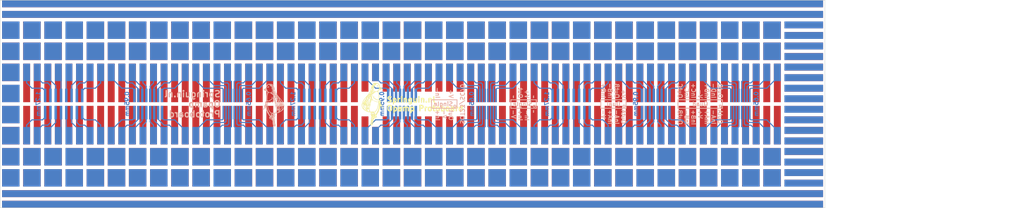
<source format=kicad_pcb>
(kicad_pcb (version 4) (host pcbnew "(2014-08-05 BZR 5054)-product")
  (title_block (title "Opamp Protoboard") (date "Sat 24 Jan 2015") (rev A) (company Springuin.nl) (comment 1 "License: Creative Commons Attribution-ShareAlike 4.0 International"))
  (layers (0 F.Cu signal hide) (31 B.Cu signal) (34 B.Paste user hide) (35 F.Paste user) (36 B.SilkS user) (37 F.SilkS user hide) (38 B.Mask user hide) (39 F.Mask user) (44 Edge.Cuts user))
  (net 0 "")
  (module proto_and_test:CN-1-PROTOPAD-1.66x9.28mm (layer F.Cu) (at 163.83 121.92)
    (fp_text reference CN-1-PROTOPAD-1.66x9.28mm hide)
    (fp_text value VAL** hide)
    (pad 1 smd rect (at 0 0) (size 1.66 9.28) (layers F.Cu F.Paste F.Mask))
  )
  (module proto_and_test:CN-1-PROTOPAD-1.66x9.28mm (layer F.Cu) (at 166.37 121.92)
    (fp_text reference CN-1-PROTOPAD-1.66x9.28mm hide)
    (fp_text value VAL** hide)
    (pad 1 smd rect (at 0 0) (size 1.66 9.28) (layers F.Cu F.Paste F.Mask))
  )
  (module proto_and_test:CN-1-PROTOPAD-1.66x9.28mm (layer F.Cu) (at 166.37 132.08)
    (fp_text reference CN-1-PROTOPAD-1.66x9.28mm hide)
    (fp_text value VAL** hide)
    (pad 1 smd rect (at 0 0) (size 1.66 9.28) (layers F.Cu F.Paste F.Mask))
  )
  (module proto_and_test:CN-1-PROTOPAD-1.66x9.28mm (layer F.Cu) (at 163.83 132.08)
    (fp_text reference CN-1-PROTOPAD-1.66x9.28mm hide)
    (fp_text value VAL** hide)
    (pad 1 smd rect (at 0 0) (size 1.66 9.28) (layers F.Cu F.Paste F.Mask))
  )
  (module proto_and_test:CN-1-PROTOPAD-1.66x9.28mm (layer F.Cu) (at 133.35 121.92)
    (fp_text reference CN-1-PROTOPAD-1.66x9.28mm hide)
    (fp_text value VAL** hide)
    (pad 1 smd rect (at 0 0) (size 1.66 9.28) (layers F.Cu F.Paste F.Mask))
  )
  (module proto_and_test:CN-1-PROTOPAD-1.66x9.28mm (layer F.Cu) (at 135.89 121.92)
    (fp_text reference CN-1-PROTOPAD-1.66x9.28mm hide)
    (fp_text value VAL** hide)
    (pad 1 smd rect (at 0 0) (size 1.66 9.28) (layers F.Cu F.Paste F.Mask))
  )
  (module proto_and_test:CN-1-PROTOPAD-1.66x9.28mm (layer F.Cu) (at 135.89 132.08)
    (fp_text reference CN-1-PROTOPAD-1.66x9.28mm hide)
    (fp_text value VAL** hide)
    (pad 1 smd rect (at 0 0) (size 1.66 9.28) (layers F.Cu F.Paste F.Mask))
  )
  (module proto_and_test:CN-1-PROTOPAD-1.66x9.28mm (layer F.Cu) (at 133.35 132.08)
    (fp_text reference CN-1-PROTOPAD-1.66x9.28mm hide)
    (fp_text value VAL** hide)
    (pad 1 smd rect (at 0 0) (size 1.66 9.28) (layers F.Cu F.Paste F.Mask))
  )
  (module proto_and_test:CN-1-PROTOPAD-1.66x9.28mm (layer F.Cu) (at 222.25 121.92)
    (fp_text reference CN-1-PROTOPAD-1.66x9.28mm hide)
    (fp_text value VAL** hide)
    (pad 1 smd rect (at 0 0) (size 1.66 9.28) (layers F.Cu F.Paste F.Mask))
  )
  (module proto_and_test:CN-1-PROTOPAD-1.66x9.28mm (layer F.Cu) (at 224.79 121.92)
    (fp_text reference CN-1-PROTOPAD-1.66x9.28mm hide)
    (fp_text value VAL** hide)
    (pad 1 smd rect (at 0 0) (size 1.66 9.28) (layers F.Cu F.Paste F.Mask))
  )
  (module proto_and_test:CN-1-PROTOPAD-1.66x9.28mm (layer F.Cu) (at 227.33 121.92)
    (fp_text reference CN-1-PROTOPAD-1.66x9.28mm hide)
    (fp_text value VAL** hide)
    (pad 1 smd rect (at 0 0) (size 1.66 9.28) (layers F.Cu F.Paste F.Mask))
  )
  (module proto_and_test:CN-1-PROTOPAD-1.66x9.28mm (layer F.Cu) (at 214.63 121.92)
    (fp_text reference CN-1-PROTOPAD-1.66x9.28mm hide)
    (fp_text value VAL** hide)
    (pad 1 smd rect (at 0 0) (size 1.66 9.28) (layers F.Cu F.Paste F.Mask))
  )
  (module proto_and_test:CN-1-PROTOPAD-1.66x9.28mm (layer F.Cu) (at 217.17 121.92)
    (fp_text reference CN-1-PROTOPAD-1.66x9.28mm hide)
    (fp_text value VAL** hide)
    (pad 1 smd rect (at 0 0) (size 1.66 9.28) (layers F.Cu F.Paste F.Mask))
  )
  (module proto_and_test:CN-1-PROTOPAD-1.66x9.28mm (layer F.Cu) (at 219.71 121.92)
    (fp_text reference CN-1-PROTOPAD-1.66x9.28mm hide)
    (fp_text value VAL** hide)
    (pad 1 smd rect (at 0 0) (size 1.66 9.28) (layers F.Cu F.Paste F.Mask))
  )
  (module proto_and_test:CN-1-PROTOPAD-1.66x9.28mm (layer F.Cu) (at 199.39 121.92)
    (fp_text reference CN-1-PROTOPAD-1.66x9.28mm hide)
    (fp_text value VAL** hide)
    (pad 1 smd rect (at 0 0) (size 1.66 9.28) (layers F.Cu F.Paste F.Mask))
  )
  (module proto_and_test:CN-1-PROTOPAD-1.66x9.28mm (layer F.Cu) (at 204.47 121.92)
    (fp_text reference CN-1-PROTOPAD-1.66x9.28mm hide)
    (fp_text value VAL** hide)
    (pad 1 smd rect (at 0 0) (size 1.66 9.28) (layers F.Cu F.Paste F.Mask))
  )
  (module proto_and_test:CN-1-PROTOPAD-1.66x9.28mm (layer F.Cu) (at 201.93 121.92)
    (fp_text reference CN-1-PROTOPAD-1.66x9.28mm hide)
    (fp_text value VAL** hide)
    (pad 1 smd rect (at 0 0) (size 1.66 9.28) (layers F.Cu F.Paste F.Mask))
  )
  (module proto_and_test:CN-1-PROTOPAD-1.66x9.28mm (layer F.Cu) (at 209.55 121.92)
    (fp_text reference CN-1-PROTOPAD-1.66x9.28mm hide)
    (fp_text value VAL** hide)
    (pad 1 smd rect (at 0 0) (size 1.66 9.28) (layers F.Cu F.Paste F.Mask))
  )
  (module proto_and_test:CN-1-PROTOPAD-1.66x9.28mm (layer F.Cu) (at 212.09 121.92)
    (fp_text reference CN-1-PROTOPAD-1.66x9.28mm hide)
    (fp_text value VAL** hide)
    (pad 1 smd rect (at 0 0) (size 1.66 9.28) (layers F.Cu F.Paste F.Mask))
  )
  (module proto_and_test:CN-1-PROTOPAD-1.66x9.28mm (layer F.Cu) (at 207.01 121.92)
    (fp_text reference CN-1-PROTOPAD-1.66x9.28mm hide)
    (fp_text value VAL** hide)
    (pad 1 smd rect (at 0 0) (size 1.66 9.28) (layers F.Cu F.Paste F.Mask))
  )
  (module proto_and_test:CN-1-PROTOPAD-1.66x9.28mm (layer F.Cu) (at 237.49 132.08)
    (fp_text reference CN-1-PROTOPAD-1.66x9.28mm hide)
    (fp_text value VAL** hide)
    (pad 1 smd rect (at 0 0) (size 1.66 9.28) (layers F.Cu F.Paste F.Mask))
  )
  (module proto_and_test:CN-1-PROTOPAD-1.66x9.28mm (layer F.Cu) (at 234.95 132.08)
    (fp_text reference CN-1-PROTOPAD-1.66x9.28mm hide)
    (fp_text value VAL** hide)
    (pad 1 smd rect (at 0 0) (size 1.66 9.28) (layers F.Cu F.Paste F.Mask))
  )
  (module proto_and_test:CN-1-PROTOPAD-1.66x9.28mm (layer F.Cu) (at 232.41 132.08)
    (fp_text reference CN-1-PROTOPAD-1.66x9.28mm hide)
    (fp_text value VAL** hide)
    (pad 1 smd rect (at 0 0) (size 1.66 9.28) (layers F.Cu F.Paste F.Mask))
  )
  (module proto_and_test:CN-1-PROTOPAD-1.66x9.28mm (layer F.Cu) (at 229.87 132.08)
    (fp_text reference CN-1-PROTOPAD-1.66x9.28mm hide)
    (fp_text value VAL** hide)
    (pad 1 smd rect (at 0 0) (size 1.66 9.28) (layers F.Cu F.Paste F.Mask))
  )
  (module proto_and_test:CN-1-PROTOPAD-1.66x9.28mm (layer F.Cu) (at 227.33 132.08)
    (fp_text reference CN-1-PROTOPAD-1.66x9.28mm hide)
    (fp_text value VAL** hide)
    (pad 1 smd rect (at 0 0) (size 1.66 9.28) (layers F.Cu F.Paste F.Mask))
  )
  (module proto_and_test:CN-1-PROTOPAD-1.66x9.28mm (layer F.Cu) (at 224.79 132.08)
    (fp_text reference CN-1-PROTOPAD-1.66x9.28mm hide)
    (fp_text value VAL** hide)
    (pad 1 smd rect (at 0 0) (size 1.66 9.28) (layers F.Cu F.Paste F.Mask))
  )
  (module proto_and_test:CN-1-PROTOPAD-1.66x9.28mm (layer F.Cu) (at 222.25 132.08)
    (fp_text reference CN-1-PROTOPAD-1.66x9.28mm hide)
    (fp_text value VAL** hide)
    (pad 1 smd rect (at 0 0) (size 1.66 9.28) (layers F.Cu F.Paste F.Mask))
  )
  (module proto_and_test:CN-1-PROTOPAD-1.66x9.28mm (layer F.Cu) (at 219.71 132.08)
    (fp_text reference CN-1-PROTOPAD-1.66x9.28mm hide)
    (fp_text value VAL** hide)
    (pad 1 smd rect (at 0 0) (size 1.66 9.28) (layers F.Cu F.Paste F.Mask))
  )
  (module proto_and_test:CN-1-PROTOPAD-1.66x9.28mm (layer F.Cu) (at 217.17 132.08)
    (fp_text reference CN-1-PROTOPAD-1.66x9.28mm hide)
    (fp_text value VAL** hide)
    (pad 1 smd rect (at 0 0) (size 1.66 9.28) (layers F.Cu F.Paste F.Mask))
  )
  (module proto_and_test:CN-1-PROTOPAD-1.66x9.28mm (layer F.Cu) (at 214.63 132.08)
    (fp_text reference CN-1-PROTOPAD-1.66x9.28mm hide)
    (fp_text value VAL** hide)
    (pad 1 smd rect (at 0 0) (size 1.66 9.28) (layers F.Cu F.Paste F.Mask))
  )
  (module proto_and_test:CN-1-PROTOPAD-1.66x9.28mm (layer F.Cu) (at 212.09 132.08)
    (fp_text reference CN-1-PROTOPAD-1.66x9.28mm hide)
    (fp_text value VAL** hide)
    (pad 1 smd rect (at 0 0) (size 1.66 9.28) (layers F.Cu F.Paste F.Mask))
  )
  (module proto_and_test:CN-1-PROTOPAD-1.66x9.28mm (layer F.Cu) (at 209.55 132.08)
    (fp_text reference CN-1-PROTOPAD-1.66x9.28mm hide)
    (fp_text value VAL** hide)
    (pad 1 smd rect (at 0 0) (size 1.66 9.28) (layers F.Cu F.Paste F.Mask))
  )
  (module proto_and_test:CN-1-PROTOPAD-1.66x9.28mm (layer F.Cu) (at 181.61 132.08)
    (fp_text reference CN-1-PROTOPAD-1.66x9.28mm hide)
    (fp_text value VAL** hide)
    (pad 1 smd rect (at 0 0) (size 1.66 9.28) (layers F.Cu F.Paste F.Mask))
  )
  (module proto_and_test:CN-1-PROTOPAD-1.66x9.28mm (layer F.Cu) (at 184.15 132.08)
    (fp_text reference CN-1-PROTOPAD-1.66x9.28mm hide)
    (fp_text value VAL** hide)
    (pad 1 smd rect (at 0 0) (size 1.66 9.28) (layers F.Cu F.Paste F.Mask))
  )
  (module proto_and_test:CN-1-PROTOPAD-1.66x9.28mm (layer F.Cu) (at 189.23 132.08)
    (fp_text reference CN-1-PROTOPAD-1.66x9.28mm hide)
    (fp_text value VAL** hide)
    (pad 1 smd rect (at 0 0) (size 1.66 9.28) (layers F.Cu F.Paste F.Mask))
  )
  (module proto_and_test:CN-1-PROTOPAD-1.66x9.28mm (layer F.Cu) (at 186.69 132.08)
    (fp_text reference CN-1-PROTOPAD-1.66x9.28mm hide)
    (fp_text value VAL** hide)
    (pad 1 smd rect (at 0 0) (size 1.66 9.28) (layers F.Cu F.Paste F.Mask))
  )
  (module proto_and_test:CN-1-PROTOPAD-1.66x9.28mm (layer F.Cu) (at 196.85 132.08)
    (fp_text reference CN-1-PROTOPAD-1.66x9.28mm hide)
    (fp_text value VAL** hide)
    (pad 1 smd rect (at 0 0) (size 1.66 9.28) (layers F.Cu F.Paste F.Mask))
  )
  (module proto_and_test:CN-1-PROTOPAD-1.66x9.28mm (layer F.Cu) (at 199.39 132.08)
    (fp_text reference CN-1-PROTOPAD-1.66x9.28mm hide)
    (fp_text value VAL** hide)
    (pad 1 smd rect (at 0 0) (size 1.66 9.28) (layers F.Cu F.Paste F.Mask))
  )
  (module proto_and_test:CN-1-PROTOPAD-1.66x9.28mm (layer F.Cu) (at 194.31 132.08)
    (fp_text reference CN-1-PROTOPAD-1.66x9.28mm hide)
    (fp_text value VAL** hide)
    (pad 1 smd rect (at 0 0) (size 1.66 9.28) (layers F.Cu F.Paste F.Mask))
  )
  (module proto_and_test:CN-1-PROTOPAD-1.66x9.28mm (layer F.Cu) (at 191.77 132.08)
    (fp_text reference CN-1-PROTOPAD-1.66x9.28mm hide)
    (fp_text value VAL** hide)
    (pad 1 smd rect (at 0 0) (size 1.66 9.28) (layers F.Cu F.Paste F.Mask))
  )
  (module proto_and_test:CN-1-PROTOPAD-1.66x9.28mm (layer F.Cu) (at 179.07 132.08)
    (fp_text reference CN-1-PROTOPAD-1.66x9.28mm hide)
    (fp_text value VAL** hide)
    (pad 1 smd rect (at 0 0) (size 1.66 9.28) (layers F.Cu F.Paste F.Mask))
  )
  (module proto_and_test:CN-1-PROTOPAD-1.66x9.28mm (layer F.Cu) (at 176.53 132.08)
    (fp_text reference CN-1-PROTOPAD-1.66x9.28mm hide)
    (fp_text value VAL** hide)
    (pad 1 smd rect (at 0 0) (size 1.66 9.28) (layers F.Cu F.Paste F.Mask))
  )
  (module proto_and_test:CN-1-PROTOPAD-1.66x9.28mm (layer F.Cu) (at 173.99 132.08)
    (fp_text reference CN-1-PROTOPAD-1.66x9.28mm hide)
    (fp_text value VAL** hide)
    (pad 1 smd rect (at 0 0) (size 1.66 9.28) (layers F.Cu F.Paste F.Mask))
  )
  (module proto_and_test:CN-1-PROTOPAD-1.66x9.28mm (layer F.Cu) (at 201.93 132.08)
    (fp_text reference CN-1-PROTOPAD-1.66x9.28mm hide)
    (fp_text value VAL** hide)
    (pad 1 smd rect (at 0 0) (size 1.66 9.28) (layers F.Cu F.Paste F.Mask))
  )
  (module proto_and_test:CN-1-PROTOPAD-1.66x9.28mm (layer F.Cu) (at 207.01 132.08)
    (fp_text reference CN-1-PROTOPAD-1.66x9.28mm hide)
    (fp_text value VAL** hide)
    (pad 1 smd rect (at 0 0) (size 1.66 9.28) (layers F.Cu F.Paste F.Mask))
  )
  (module proto_and_test:CN-1-PROTOPAD-1.66x9.28mm (layer F.Cu) (at 204.47 132.08)
    (fp_text reference CN-1-PROTOPAD-1.66x9.28mm hide)
    (fp_text value VAL** hide)
    (pad 1 smd rect (at 0 0) (size 1.66 9.28) (layers F.Cu F.Paste F.Mask))
  )
  (module proto_and_test:CN-1-PROTOPAD-1.66x9.28mm (layer F.Cu) (at 110.49 121.92)
    (fp_text reference CN-1-PROTOPAD-1.66x9.28mm hide)
    (fp_text value VAL** hide)
    (pad 1 smd rect (at 0 0) (size 1.66 9.28) (layers F.Cu F.Paste F.Mask))
  )
  (module proto_and_test:CN-1-PROTOPAD-1.66x9.28mm (layer F.Cu) (at 115.57 121.92)
    (fp_text reference CN-1-PROTOPAD-1.66x9.28mm hide)
    (fp_text value VAL** hide)
    (pad 1 smd rect (at 0 0) (size 1.66 9.28) (layers F.Cu F.Paste F.Mask))
  )
  (module proto_and_test:CN-1-PROTOPAD-1.66x9.28mm (layer F.Cu) (at 113.03 121.92)
    (fp_text reference CN-1-PROTOPAD-1.66x9.28mm hide)
    (fp_text value VAL** hide)
    (pad 1 smd rect (at 0 0) (size 1.66 9.28) (layers F.Cu F.Paste F.Mask))
  )
  (module proto_and_test:CN-1-PROTOPAD-1.66x9.28mm (layer F.Cu) (at 113.03 132.08)
    (fp_text reference CN-1-PROTOPAD-1.66x9.28mm hide)
    (fp_text value VAL** hide)
    (pad 1 smd rect (at 0 0) (size 1.66 9.28) (layers F.Cu F.Paste F.Mask))
  )
  (module proto_and_test:CN-1-PROTOPAD-1.66x9.28mm (layer F.Cu) (at 115.57 132.08)
    (fp_text reference CN-1-PROTOPAD-1.66x9.28mm hide)
    (fp_text value VAL** hide)
    (pad 1 smd rect (at 0 0) (size 1.66 9.28) (layers F.Cu F.Paste F.Mask))
  )
  (module proto_and_test:CN-1-PROTOPAD-1.66x9.28mm (layer F.Cu) (at 110.49 132.08)
    (fp_text reference CN-1-PROTOPAD-1.66x9.28mm hide)
    (fp_text value VAL** hide)
    (pad 1 smd rect (at 0 0) (size 1.66 9.28) (layers F.Cu F.Paste F.Mask))
  )
  (module proto_and_test:CN-1-PROTOPAD-1.66x9.28mm (layer F.Cu) (at 57.15 132.08)
    (fp_text reference CN-1-PROTOPAD-1.66x9.28mm hide)
    (fp_text value VAL** hide)
    (pad 1 smd rect (at 0 0) (size 1.66 9.28) (layers F.Cu F.Paste F.Mask))
  )
  (module proto_and_test:CN-1-PROTOPAD-1.66x9.28mm (layer F.Cu) (at 59.69 132.08)
    (fp_text reference CN-1-PROTOPAD-1.66x9.28mm hide)
    (fp_text value VAL** hide)
    (pad 1 smd rect (at 0 0) (size 1.66 9.28) (layers F.Cu F.Paste F.Mask))
  )
  (module proto_and_test:CN-1-PROTOPAD-1.66x9.28mm (layer F.Cu) (at 64.77 132.08)
    (fp_text reference CN-1-PROTOPAD-1.66x9.28mm hide)
    (fp_text value VAL** hide)
    (pad 1 smd rect (at 0 0) (size 1.66 9.28) (layers F.Cu F.Paste F.Mask))
  )
  (module proto_and_test:CN-1-PROTOPAD-1.66x9.28mm (layer F.Cu) (at 62.23 132.08)
    (fp_text reference CN-1-PROTOPAD-1.66x9.28mm hide)
    (fp_text value VAL** hide)
    (pad 1 smd rect (at 0 0) (size 1.66 9.28) (layers F.Cu F.Paste F.Mask))
  )
  (module proto_and_test:CN-1-PROTOPAD-1.66x9.28mm (layer F.Cu) (at 72.39 132.08)
    (fp_text reference CN-1-PROTOPAD-1.66x9.28mm hide)
    (fp_text value VAL** hide)
    (pad 1 smd rect (at 0 0) (size 1.66 9.28) (layers F.Cu F.Paste F.Mask))
  )
  (module proto_and_test:CN-1-PROTOPAD-1.66x9.28mm (layer F.Cu) (at 74.93 132.08)
    (fp_text reference CN-1-PROTOPAD-1.66x9.28mm hide)
    (fp_text value VAL** hide)
    (pad 1 smd rect (at 0 0) (size 1.66 9.28) (layers F.Cu F.Paste F.Mask))
  )
  (module proto_and_test:CN-1-PROTOPAD-1.66x9.28mm (layer F.Cu) (at 69.85 132.08)
    (fp_text reference CN-1-PROTOPAD-1.66x9.28mm hide)
    (fp_text value VAL** hide)
    (pad 1 smd rect (at 0 0) (size 1.66 9.28) (layers F.Cu F.Paste F.Mask))
  )
  (module proto_and_test:CN-1-PROTOPAD-1.66x9.28mm (layer F.Cu) (at 67.31 132.08)
    (fp_text reference CN-1-PROTOPAD-1.66x9.28mm hide)
    (fp_text value VAL** hide)
    (pad 1 smd rect (at 0 0) (size 1.66 9.28) (layers F.Cu F.Paste F.Mask))
  )
  (module proto_and_test:CN-1-PROTOPAD-1.66x9.28mm (layer F.Cu) (at 80.01 132.08)
    (fp_text reference CN-1-PROTOPAD-1.66x9.28mm hide)
    (fp_text value VAL** hide)
    (pad 1 smd rect (at 0 0) (size 1.66 9.28) (layers F.Cu F.Paste F.Mask))
  )
  (module proto_and_test:CN-1-PROTOPAD-1.66x9.28mm (layer F.Cu) (at 77.47 132.08)
    (fp_text reference CN-1-PROTOPAD-1.66x9.28mm hide)
    (fp_text value VAL** hide)
    (pad 1 smd rect (at 0 0) (size 1.66 9.28) (layers F.Cu F.Paste F.Mask))
  )
  (module proto_and_test:CN-1-PROTOPAD-1.66x9.28mm (layer F.Cu) (at 82.55 132.08)
    (fp_text reference CN-1-PROTOPAD-1.66x9.28mm hide)
    (fp_text value VAL** hide)
    (pad 1 smd rect (at 0 0) (size 1.66 9.28) (layers F.Cu F.Paste F.Mask))
  )
  (module proto_and_test:CN-1-PROTOPAD-1.66x9.28mm (layer F.Cu) (at 85.09 132.08)
    (fp_text reference CN-1-PROTOPAD-1.66x9.28mm hide)
    (fp_text value VAL** hide)
    (pad 1 smd rect (at 0 0) (size 1.66 9.28) (layers F.Cu F.Paste F.Mask))
  )
  (module proto_and_test:CN-1-PROTOPAD-1.66x9.28mm (layer F.Cu) (at 87.63 132.08)
    (fp_text reference CN-1-PROTOPAD-1.66x9.28mm hide)
    (fp_text value VAL** hide)
    (pad 1 smd rect (at 0 0) (size 1.66 9.28) (layers F.Cu F.Paste F.Mask))
  )
  (module proto_and_test:CN-1-PROTOPAD-1.66x9.28mm (layer F.Cu) (at 100.33 132.08)
    (fp_text reference CN-1-PROTOPAD-1.66x9.28mm hide)
    (fp_text value VAL** hide)
    (pad 1 smd rect (at 0 0) (size 1.66 9.28) (layers F.Cu F.Paste F.Mask))
  )
  (module proto_and_test:CN-1-PROTOPAD-1.66x9.28mm (layer F.Cu) (at 102.87 132.08)
    (fp_text reference CN-1-PROTOPAD-1.66x9.28mm hide)
    (fp_text value VAL** hide)
    (pad 1 smd rect (at 0 0) (size 1.66 9.28) (layers F.Cu F.Paste F.Mask))
  )
  (module proto_and_test:CN-1-PROTOPAD-1.66x9.28mm (layer F.Cu) (at 107.95 132.08)
    (fp_text reference CN-1-PROTOPAD-1.66x9.28mm hide)
    (fp_text value VAL** hide)
    (pad 1 smd rect (at 0 0) (size 1.66 9.28) (layers F.Cu F.Paste F.Mask))
  )
  (module proto_and_test:CN-1-PROTOPAD-1.66x9.28mm (layer F.Cu) (at 105.41 132.08)
    (fp_text reference CN-1-PROTOPAD-1.66x9.28mm hide)
    (fp_text value VAL** hide)
    (pad 1 smd rect (at 0 0) (size 1.66 9.28) (layers F.Cu F.Paste F.Mask))
  )
  (module proto_and_test:CN-1-PROTOPAD-1.66x9.28mm (layer F.Cu) (at 95.25 132.08)
    (fp_text reference CN-1-PROTOPAD-1.66x9.28mm hide)
    (fp_text value VAL** hide)
    (pad 1 smd rect (at 0 0) (size 1.66 9.28) (layers F.Cu F.Paste F.Mask))
  )
  (module proto_and_test:CN-1-PROTOPAD-1.66x9.28mm (layer F.Cu) (at 97.79 132.08)
    (fp_text reference CN-1-PROTOPAD-1.66x9.28mm hide)
    (fp_text value VAL** hide)
    (pad 1 smd rect (at 0 0) (size 1.66 9.28) (layers F.Cu F.Paste F.Mask))
  )
  (module proto_and_test:CN-1-PROTOPAD-1.66x9.28mm (layer F.Cu) (at 92.71 132.08)
    (fp_text reference CN-1-PROTOPAD-1.66x9.28mm hide)
    (fp_text value VAL** hide)
    (pad 1 smd rect (at 0 0) (size 1.66 9.28) (layers F.Cu F.Paste F.Mask))
  )
  (module proto_and_test:CN-1-PROTOPAD-1.66x9.28mm (layer F.Cu) (at 90.17 132.08)
    (fp_text reference CN-1-PROTOPAD-1.66x9.28mm hide)
    (fp_text value VAL** hide)
    (pad 1 smd rect (at 0 0) (size 1.66 9.28) (layers F.Cu F.Paste F.Mask))
  )
  (module proto_and_test:CN-1-PROTOPAD-4.2x4.2mm (layer F.Cu) (at 175.26 114.3)
    (fp_text reference CN-1-PROTOPAD-4.2x4.2mm hide)
    (fp_text value VAL** hide)
    (pad 1 smd rect (at 0 0) (size 4.2 4.2) (layers F.Cu F.Paste F.Mask))
  )
  (module proto_and_test:CN-1-PROTOPAD-4.2x4.2mm (layer F.Cu) (at 165.1 114.3)
    (fp_text reference CN-1-PROTOPAD-4.2x4.2mm hide)
    (fp_text value VAL** hide)
    (pad 1 smd rect (at 0 0) (size 4.2 4.2) (layers F.Cu F.Paste F.Mask))
  )
  (module proto_and_test:CN-1-PROTOPAD-4.2x4.2mm (layer F.Cu) (at 170.18 114.3)
    (fp_text reference CN-1-PROTOPAD-4.2x4.2mm hide)
    (fp_text value VAL** hide)
    (pad 1 smd rect (at 0 0) (size 4.2 4.2) (layers F.Cu F.Paste F.Mask))
  )
  (module proto_and_test:CN-1-PROTOPAD-4.2x4.2mm (layer F.Cu) (at 149.86 114.3)
    (fp_text reference CN-1-PROTOPAD-4.2x4.2mm hide)
    (fp_text value VAL** hide)
    (pad 1 smd rect (at 0 0) (size 4.2 4.2) (layers F.Cu F.Paste F.Mask))
  )
  (module proto_and_test:CN-1-PROTOPAD-4.2x4.2mm (layer F.Cu) (at 144.78 114.3)
    (fp_text reference CN-1-PROTOPAD-4.2x4.2mm hide)
    (fp_text value VAL** hide)
    (pad 1 smd rect (at 0 0) (size 4.2 4.2) (layers F.Cu F.Paste F.Mask))
  )
  (module proto_and_test:CN-1-PROTOPAD-4.2x4.2mm (layer F.Cu) (at 139.7 114.3)
    (fp_text reference CN-1-PROTOPAD-4.2x4.2mm hide)
    (fp_text value VAL** hide)
    (pad 1 smd rect (at 0 0) (size 4.2 4.2) (layers F.Cu F.Paste F.Mask))
  )
  (module proto_and_test:CN-1-PROTOPAD-4.2x4.2mm (layer F.Cu) (at 160.02 114.3)
    (fp_text reference CN-1-PROTOPAD-4.2x4.2mm hide)
    (fp_text value VAL** hide)
    (pad 1 smd rect (at 0 0) (size 4.2 4.2) (layers F.Cu F.Paste F.Mask))
  )
  (module proto_and_test:CN-1-PROTOPAD-4.2x4.2mm (layer F.Cu) (at 154.94 114.3)
    (fp_text reference CN-1-PROTOPAD-4.2x4.2mm hide)
    (fp_text value VAL** hide)
    (pad 1 smd rect (at 0 0) (size 4.2 4.2) (layers F.Cu F.Paste F.Mask))
  )
  (module proto_and_test:CN-1-PROTOPAD-4.2x4.2mm (layer F.Cu) (at 58.42 139.7)
    (fp_text reference CN-1-PROTOPAD-4.2x4.2mm hide)
    (fp_text value VAL** hide)
    (pad 1 smd rect (at 0 0) (size 4.2 4.2) (layers F.Cu F.Paste F.Mask))
  )
  (module proto_and_test:CN-1-PROTOPAD-4.2x4.2mm (layer F.Cu) (at 63.5 139.7)
    (fp_text reference CN-1-PROTOPAD-4.2x4.2mm hide)
    (fp_text value VAL** hide)
    (pad 1 smd rect (at 0 0) (size 4.2 4.2) (layers F.Cu F.Paste F.Mask))
  )
  (module proto_and_test:CN-1-PROTOPAD-4.2x4.2mm (layer F.Cu) (at 68.58 139.7)
    (fp_text reference CN-1-PROTOPAD-4.2x4.2mm hide)
    (fp_text value VAL** hide)
    (pad 1 smd rect (at 0 0) (size 4.2 4.2) (layers F.Cu F.Paste F.Mask))
  )
  (module proto_and_test:CN-1-PROTOPAD-4.2x4.2mm (layer F.Cu) (at 88.9 139.7)
    (fp_text reference CN-1-PROTOPAD-4.2x4.2mm hide)
    (fp_text value VAL** hide)
    (pad 1 smd rect (at 0 0) (size 4.2 4.2) (layers F.Cu F.Paste F.Mask))
  )
  (module proto_and_test:CN-1-PROTOPAD-4.2x4.2mm (layer F.Cu) (at 83.82 139.7)
    (fp_text reference CN-1-PROTOPAD-4.2x4.2mm hide)
    (fp_text value VAL** hide)
    (pad 1 smd rect (at 0 0) (size 4.2 4.2) (layers F.Cu F.Paste F.Mask))
  )
  (module proto_and_test:CN-1-PROTOPAD-4.2x4.2mm (layer F.Cu) (at 73.66 139.7)
    (fp_text reference CN-1-PROTOPAD-4.2x4.2mm hide)
    (fp_text value VAL** hide)
    (pad 1 smd rect (at 0 0) (size 4.2 4.2) (layers F.Cu F.Paste F.Mask))
  )
  (module proto_and_test:CN-1-PROTOPAD-4.2x4.2mm (layer F.Cu) (at 78.74 139.7)
    (fp_text reference CN-1-PROTOPAD-4.2x4.2mm hide)
    (fp_text value VAL** hide)
    (pad 1 smd rect (at 0 0) (size 4.2 4.2) (layers F.Cu F.Paste F.Mask))
  )
  (module proto_and_test:CN-1-PROTOPAD-4.2x4.2mm (layer F.Cu) (at 119.38 139.7)
    (fp_text reference CN-1-PROTOPAD-4.2x4.2mm hide)
    (fp_text value VAL** hide)
    (pad 1 smd rect (at 0 0) (size 4.2 4.2) (layers F.Cu F.Paste F.Mask))
  )
  (module proto_and_test:CN-1-PROTOPAD-4.2x4.2mm (layer F.Cu) (at 114.3 139.7)
    (fp_text reference CN-1-PROTOPAD-4.2x4.2mm hide)
    (fp_text value VAL** hide)
    (pad 1 smd rect (at 0 0) (size 4.2 4.2) (layers F.Cu F.Paste F.Mask))
  )
  (module proto_and_test:CN-1-PROTOPAD-4.2x4.2mm (layer F.Cu) (at 124.46 139.7)
    (fp_text reference CN-1-PROTOPAD-4.2x4.2mm hide)
    (fp_text value VAL** hide)
    (pad 1 smd rect (at 0 0) (size 4.2 4.2) (layers F.Cu F.Paste F.Mask))
  )
  (module proto_and_test:CN-1-PROTOPAD-4.2x4.2mm (layer F.Cu) (at 129.54 139.7)
    (fp_text reference CN-1-PROTOPAD-4.2x4.2mm hide)
    (fp_text value VAL** hide)
    (pad 1 smd rect (at 0 0) (size 4.2 4.2) (layers F.Cu F.Paste F.Mask))
  )
  (module proto_and_test:CN-1-PROTOPAD-4.2x4.2mm (layer F.Cu) (at 109.22 139.7)
    (fp_text reference CN-1-PROTOPAD-4.2x4.2mm hide)
    (fp_text value VAL** hide)
    (pad 1 smd rect (at 0 0) (size 4.2 4.2) (layers F.Cu F.Paste F.Mask))
  )
  (module proto_and_test:CN-1-PROTOPAD-4.2x4.2mm (layer F.Cu) (at 104.14 139.7)
    (fp_text reference CN-1-PROTOPAD-4.2x4.2mm hide)
    (fp_text value VAL** hide)
    (pad 1 smd rect (at 0 0) (size 4.2 4.2) (layers F.Cu F.Paste F.Mask))
  )
  (module proto_and_test:CN-1-PROTOPAD-4.2x4.2mm (layer F.Cu) (at 93.98 139.7)
    (fp_text reference CN-1-PROTOPAD-4.2x4.2mm hide)
    (fp_text value VAL** hide)
    (pad 1 smd rect (at 0 0) (size 4.2 4.2) (layers F.Cu F.Paste F.Mask))
  )
  (module proto_and_test:CN-1-PROTOPAD-4.2x4.2mm (layer F.Cu) (at 99.06 139.7)
    (fp_text reference CN-1-PROTOPAD-4.2x4.2mm hide)
    (fp_text value VAL** hide)
    (pad 1 smd rect (at 0 0) (size 4.2 4.2) (layers F.Cu F.Paste F.Mask))
  )
  (module proto_and_test:CN-1-PROTOPAD-4.2x4.2mm (layer F.Cu) (at 180.34 139.7)
    (fp_text reference CN-1-PROTOPAD-4.2x4.2mm hide)
    (fp_text value VAL** hide)
    (pad 1 smd rect (at 0 0) (size 4.2 4.2) (layers F.Cu F.Paste F.Mask))
  )
  (module proto_and_test:CN-1-PROTOPAD-4.2x4.2mm (layer F.Cu) (at 175.26 139.7)
    (fp_text reference CN-1-PROTOPAD-4.2x4.2mm hide)
    (fp_text value VAL** hide)
    (pad 1 smd rect (at 0 0) (size 4.2 4.2) (layers F.Cu F.Paste F.Mask))
  )
  (module proto_and_test:CN-1-PROTOPAD-4.2x4.2mm (layer F.Cu) (at 185.42 139.7)
    (fp_text reference CN-1-PROTOPAD-4.2x4.2mm hide)
    (fp_text value VAL** hide)
    (pad 1 smd rect (at 0 0) (size 4.2 4.2) (layers F.Cu F.Paste F.Mask))
  )
  (module proto_and_test:CN-1-PROTOPAD-4.2x4.2mm (layer F.Cu) (at 190.5 139.7)
    (fp_text reference CN-1-PROTOPAD-4.2x4.2mm hide)
    (fp_text value VAL** hide)
    (pad 1 smd rect (at 0 0) (size 4.2 4.2) (layers F.Cu F.Paste F.Mask))
  )
  (module proto_and_test:CN-1-PROTOPAD-4.2x4.2mm (layer F.Cu) (at 195.58 139.7)
    (fp_text reference CN-1-PROTOPAD-4.2x4.2mm hide)
    (fp_text value VAL** hide)
    (pad 1 smd rect (at 0 0) (size 4.2 4.2) (layers F.Cu F.Paste F.Mask))
  )
  (module proto_and_test:CN-1-PROTOPAD-4.2x4.2mm (layer F.Cu) (at 200.66 139.7)
    (fp_text reference CN-1-PROTOPAD-4.2x4.2mm hide)
    (fp_text value VAL** hide)
    (pad 1 smd rect (at 0 0) (size 4.2 4.2) (layers F.Cu F.Paste F.Mask))
  )
  (module proto_and_test:CN-1-PROTOPAD-4.2x4.2mm (layer F.Cu) (at 160.02 139.7)
    (fp_text reference CN-1-PROTOPAD-4.2x4.2mm hide)
    (fp_text value VAL** hide)
    (pad 1 smd rect (at 0 0) (size 4.2 4.2) (layers F.Cu F.Paste F.Mask))
  )
  (module proto_and_test:CN-1-PROTOPAD-4.2x4.2mm (layer F.Cu) (at 154.94 139.7)
    (fp_text reference CN-1-PROTOPAD-4.2x4.2mm hide)
    (fp_text value VAL** hide)
    (pad 1 smd rect (at 0 0) (size 4.2 4.2) (layers F.Cu F.Paste F.Mask))
  )
  (module proto_and_test:CN-1-PROTOPAD-4.2x4.2mm (layer F.Cu) (at 165.1 139.7)
    (fp_text reference CN-1-PROTOPAD-4.2x4.2mm hide)
    (fp_text value VAL** hide)
    (pad 1 smd rect (at 0 0) (size 4.2 4.2) (layers F.Cu F.Paste F.Mask))
  )
  (module proto_and_test:CN-1-PROTOPAD-4.2x4.2mm (layer F.Cu) (at 170.18 139.7)
    (fp_text reference CN-1-PROTOPAD-4.2x4.2mm hide)
    (fp_text value VAL** hide)
    (pad 1 smd rect (at 0 0) (size 4.2 4.2) (layers F.Cu F.Paste F.Mask))
  )
  (module proto_and_test:CN-1-PROTOPAD-4.2x4.2mm (layer F.Cu) (at 149.86 139.7)
    (fp_text reference CN-1-PROTOPAD-4.2x4.2mm hide)
    (fp_text value VAL** hide)
    (pad 1 smd rect (at 0 0) (size 4.2 4.2) (layers F.Cu F.Paste F.Mask))
  )
  (module proto_and_test:CN-1-PROTOPAD-4.2x4.2mm (layer F.Cu) (at 144.78 139.7)
    (fp_text reference CN-1-PROTOPAD-4.2x4.2mm hide)
    (fp_text value VAL** hide)
    (pad 1 smd rect (at 0 0) (size 4.2 4.2) (layers F.Cu F.Paste F.Mask))
  )
  (module proto_and_test:CN-1-PROTOPAD-4.2x4.2mm (layer F.Cu) (at 134.62 139.7)
    (fp_text reference CN-1-PROTOPAD-4.2x4.2mm hide)
    (fp_text value VAL** hide)
    (pad 1 smd rect (at 0 0) (size 4.2 4.2) (layers F.Cu F.Paste F.Mask))
  )
  (module proto_and_test:CN-1-PROTOPAD-4.2x4.2mm (layer F.Cu) (at 139.7 139.7)
    (fp_text reference CN-1-PROTOPAD-4.2x4.2mm hide)
    (fp_text value VAL** hide)
    (pad 1 smd rect (at 0 0) (size 4.2 4.2) (layers F.Cu F.Paste F.Mask))
  )
  (module proto_and_test:CN-1-PROTOPAD-SOIC-0.4x3.26mm (layer B.Cu) (at 228.925 127)
    (fp_text reference CN-1-PROTOPAD-SOIC-0.4x3.26mm hide)
    (fp_text value VAL** hide)
    (pad 1 smd rect (at 0 2.07) (size 0.4 3.26) (layers B.Cu B.Paste B.Mask))
  )
  (module proto_and_test:CN-1-PROTOPAD-SOIC-0.4x3.26mm (layer B.Cu) (at 229.575 127)
    (fp_text reference CN-1-PROTOPAD-SOIC-0.4x3.26mm hide)
    (fp_text value VAL** hide)
    (pad 1 smd rect (at 0 2.07) (size 0.4 3.26) (layers B.Cu B.Paste B.Mask))
  )
  (module proto_and_test:CN-1-PROTOPAD-SOIC-0.4x3.26mm (layer B.Cu) (at 230.875 127)
    (fp_text reference CN-1-PROTOPAD-SOIC-0.4x3.26mm hide)
    (fp_text value VAL** hide)
    (pad 1 smd rect (at 0 2.07) (size 0.4 3.26) (layers B.Cu B.Paste B.Mask))
  )
  (module proto_and_test:CN-1-PROTOPAD-SOIC-0.4x3.26mm (layer B.Cu) (at 230.225 127)
    (fp_text reference CN-1-PROTOPAD-SOIC-0.4x3.26mm hide)
    (fp_text value VAL** hide)
    (pad 1 smd rect (at 0 2.07) (size 0.4 3.26) (layers B.Cu B.Paste B.Mask))
  )
  (module proto_and_test:CN-1-PROTOPAD-SOIC-0.4x3.26mm (layer B.Cu) (at 227.625 127)
    (fp_text reference CN-1-PROTOPAD-SOIC-0.4x3.26mm hide)
    (fp_text value VAL** hide)
    (pad 1 smd rect (at 0 2.07) (size 0.4 3.26) (layers B.Cu B.Paste B.Mask))
  )
  (module proto_and_test:CN-1-PROTOPAD-SOIC-0.4x3.26mm (layer B.Cu) (at 228.275 127)
    (fp_text reference CN-1-PROTOPAD-SOIC-0.4x3.26mm hide)
    (fp_text value VAL** hide)
    (pad 1 smd rect (at 0 2.07) (size 0.4 3.26) (layers B.Cu B.Paste B.Mask))
  )
  (module proto_and_test:CN-1-PROTOPAD-SOIC-0.4x3.26mm (layer B.Cu) (at 226.975 127)
    (fp_text reference CN-1-PROTOPAD-SOIC-0.4x3.26mm hide)
    (fp_text value VAL** hide)
    (pad 1 smd rect (at 0 2.07) (size 0.4 3.26) (layers B.Cu B.Paste B.Mask))
  )
  (module proto_and_test:CN-1-PROTOPAD-SOIC-0.4x3.26mm (layer B.Cu) (at 226.325 127)
    (fp_text reference CN-1-PROTOPAD-SOIC-0.4x3.26mm hide)
    (fp_text value VAL** hide)
    (pad 1 smd rect (at 0 2.07) (size 0.4 3.26) (layers B.Cu B.Paste B.Mask))
  )
  (module proto_and_test:CN-1-PROTOPAD-SOIC-0.4x3.26mm (layer B.Cu) (at 226.325 127 180)
    (fp_text reference CN-1-PROTOPAD-SOIC-0.4x3.26mm hide)
    (fp_text value VAL** hide)
    (pad 1 smd rect (at 0 2.07 180) (size 0.4 3.26) (layers B.Cu B.Paste B.Mask))
  )
  (module proto_and_test:CN-1-PROTOPAD-SOIC-0.4x3.26mm (layer B.Cu) (at 226.975 127 180)
    (fp_text reference CN-1-PROTOPAD-SOIC-0.4x3.26mm hide)
    (fp_text value VAL** hide)
    (pad 1 smd rect (at 0 2.07 180) (size 0.4 3.26) (layers B.Cu B.Paste B.Mask))
  )
  (module proto_and_test:CN-1-PROTOPAD-SOIC-0.4x3.26mm (layer B.Cu) (at 228.275 127 180)
    (fp_text reference CN-1-PROTOPAD-SOIC-0.4x3.26mm hide)
    (fp_text value VAL** hide)
    (pad 1 smd rect (at 0 2.07 180) (size 0.4 3.26) (layers B.Cu B.Paste B.Mask))
  )
  (module proto_and_test:CN-1-PROTOPAD-SOIC-0.4x3.26mm (layer B.Cu) (at 227.625 127 180)
    (fp_text reference CN-1-PROTOPAD-SOIC-0.4x3.26mm hide)
    (fp_text value VAL** hide)
    (pad 1 smd rect (at 0 2.07 180) (size 0.4 3.26) (layers B.Cu B.Paste B.Mask))
  )
  (module proto_and_test:CN-1-PROTOPAD-SOIC-0.4x3.26mm (layer B.Cu) (at 230.225 127 180)
    (fp_text reference CN-1-PROTOPAD-SOIC-0.4x3.26mm hide)
    (fp_text value VAL** hide)
    (pad 1 smd rect (at 0 2.07 180) (size 0.4 3.26) (layers B.Cu B.Paste B.Mask))
  )
  (module proto_and_test:CN-1-PROTOPAD-SOIC-0.4x3.26mm (layer B.Cu) (at 230.875 127 180)
    (fp_text reference CN-1-PROTOPAD-SOIC-0.4x3.26mm hide)
    (fp_text value VAL** hide)
    (pad 1 smd rect (at 0 2.07 180) (size 0.4 3.26) (layers B.Cu B.Paste B.Mask))
  )
  (module proto_and_test:CN-1-PROTOPAD-SOIC-0.4x3.26mm (layer B.Cu) (at 229.575 127 180)
    (fp_text reference CN-1-PROTOPAD-SOIC-0.4x3.26mm hide)
    (fp_text value VAL** hide)
    (pad 1 smd rect (at 0 2.07 180) (size 0.4 3.26) (layers B.Cu B.Paste B.Mask))
  )
  (module proto_and_test:CN-1-PROTOPAD-1.66x4.2mm (layer B.Cu) (at 232.41 119.38)
    (fp_text reference CN-1-PROTOPAD-1.66x4.2mm hide)
    (fp_text value VAL** hide)
    (pad 1 smd rect (at 0 0) (size 1.66 4.2) (layers B.Cu B.Paste B.Mask))
  )
  (module proto_and_test:CN-1-PROTOPAD-1.66x4.2mm (layer B.Cu) (at 229.87 119.38)
    (fp_text reference CN-1-PROTOPAD-1.66x4.2mm hide)
    (fp_text value VAL** hide)
    (pad 1 smd rect (at 0 0) (size 1.66 4.2) (layers B.Cu B.Paste B.Mask))
  )
  (module proto_and_test:CN-1-PROTOPAD-1.66x9.28mm (layer F.Cu) (at 237.49 121.92)
    (fp_text reference CN-1-PROTOPAD-1.66x9.28mm hide)
    (fp_text value VAL** hide)
    (pad 1 smd rect (at 0 0) (size 1.66 9.28) (layers F.Cu F.Paste F.Mask))
  )
  (module proto_and_test:CN-1-PROTOPAD-1.66x4.2mm (layer B.Cu) (at 234.95 119.38)
    (fp_text reference CN-1-PROTOPAD-1.66x4.2mm hide)
    (fp_text value VAL** hide)
    (pad 1 smd rect (at 0 0) (size 1.66 4.2) (layers B.Cu B.Paste B.Mask))
  )
  (module proto_and_test:CN-1-PROTOPAD-1.66x4.2mm (layer B.Cu) (at 237.49 119.38)
    (fp_text reference CN-1-PROTOPAD-1.66x4.2mm hide)
    (fp_text value VAL** hide)
    (pad 1 smd rect (at 0 0) (size 1.66 4.2) (layers B.Cu B.Paste B.Mask))
  )
  (module proto_and_test:CN-1-PROTOPAD-1.66x4.2mm (layer B.Cu) (at 227.33 119.38)
    (fp_text reference CN-1-PROTOPAD-1.66x4.2mm hide)
    (fp_text value VAL** hide)
    (pad 1 smd rect (at 0 0) (size 1.66 4.2) (layers B.Cu B.Paste B.Mask))
  )
  (module proto_and_test:CN-1-PROTOPAD-1.66x4.2mm (layer B.Cu) (at 224.79 119.38)
    (fp_text reference CN-1-PROTOPAD-1.66x4.2mm hide)
    (fp_text value VAL** hide)
    (pad 1 smd rect (at 0 0) (size 1.66 4.2) (layers B.Cu B.Paste B.Mask))
  )
  (module proto_and_test:CN-1-PROTOPAD-1.66x9.28mm (layer F.Cu) (at 234.95 121.92)
    (fp_text reference CN-1-PROTOPAD-1.66x9.28mm hide)
    (fp_text value VAL** hide)
    (pad 1 smd rect (at 0 0) (size 1.66 9.28) (layers F.Cu F.Paste F.Mask))
  )
  (module proto_and_test:CN-1-PROTOPAD-1.66x9.28mm (layer F.Cu) (at 232.41 121.92)
    (fp_text reference CN-1-PROTOPAD-1.66x9.28mm hide)
    (fp_text value VAL** hide)
    (pad 1 smd rect (at 0 0) (size 1.66 9.28) (layers F.Cu F.Paste F.Mask))
  )
  (module proto_and_test:CN-1-PROTOPAD-1.66x4.2mm (layer B.Cu) (at 219.71 119.38)
    (fp_text reference CN-1-PROTOPAD-1.66x4.2mm hide)
    (fp_text value VAL** hide)
    (pad 1 smd rect (at 0 0) (size 1.66 4.2) (layers B.Cu B.Paste B.Mask))
  )
  (module proto_and_test:CN-1-PROTOPAD-1.66x4.2mm (layer B.Cu) (at 222.25 119.38)
    (fp_text reference CN-1-PROTOPAD-1.66x4.2mm hide)
    (fp_text value VAL** hide)
    (pad 1 smd rect (at 0 0) (size 1.66 4.2) (layers B.Cu B.Paste B.Mask))
  )
  (module proto_and_test:CN-1-PROTOPAD-1.66x4.2mm (layer B.Cu) (at 222.25 134.62)
    (fp_text reference CN-1-PROTOPAD-1.66x4.2mm hide)
    (fp_text value VAL** hide)
    (pad 1 smd rect (at 0 0) (size 1.66 4.2) (layers B.Cu B.Paste B.Mask))
  )
  (module proto_and_test:CN-1-PROTOPAD-1.66x4.2mm (layer B.Cu) (at 219.71 134.62)
    (fp_text reference CN-1-PROTOPAD-1.66x4.2mm hide)
    (fp_text value VAL** hide)
    (pad 1 smd rect (at 0 0) (size 1.66 4.2) (layers B.Cu B.Paste B.Mask))
  )
  (module proto_and_test:CN-1-PROTOPAD-1.66x4.2mm (layer B.Cu) (at 224.79 134.62)
    (fp_text reference CN-1-PROTOPAD-1.66x4.2mm hide)
    (fp_text value VAL** hide)
    (pad 1 smd rect (at 0 0) (size 1.66 4.2) (layers B.Cu B.Paste B.Mask))
  )
  (module proto_and_test:CN-1-PROTOPAD-1.66x4.2mm (layer B.Cu) (at 227.33 134.62)
    (fp_text reference CN-1-PROTOPAD-1.66x4.2mm hide)
    (fp_text value VAL** hide)
    (pad 1 smd rect (at 0 0) (size 1.66 4.2) (layers B.Cu B.Paste B.Mask))
  )
  (module proto_and_test:CN-1-PROTOPAD-1.66x4.2mm (layer B.Cu) (at 237.49 134.62)
    (fp_text reference CN-1-PROTOPAD-1.66x4.2mm hide)
    (fp_text value VAL** hide)
    (pad 1 smd rect (at 0 0) (size 1.66 4.2) (layers B.Cu B.Paste B.Mask))
  )
  (module proto_and_test:CN-1-PROTOPAD-1.66x4.2mm (layer B.Cu) (at 234.95 134.62)
    (fp_text reference CN-1-PROTOPAD-1.66x4.2mm hide)
    (fp_text value VAL** hide)
    (pad 1 smd rect (at 0 0) (size 1.66 4.2) (layers B.Cu B.Paste B.Mask))
  )
  (module proto_and_test:CN-1-PROTOPAD-1.66x4.2mm (layer B.Cu) (at 229.87 134.62)
    (fp_text reference CN-1-PROTOPAD-1.66x4.2mm hide)
    (fp_text value VAL** hide)
    (pad 1 smd rect (at 0 0) (size 1.66 4.2) (layers B.Cu B.Paste B.Mask))
  )
  (module proto_and_test:CN-1-PROTOPAD-1.66x4.2mm (layer B.Cu) (at 232.41 134.62)
    (fp_text reference CN-1-PROTOPAD-1.66x4.2mm hide)
    (fp_text value VAL** hide)
    (pad 1 smd rect (at 0 0) (size 1.66 4.2) (layers B.Cu B.Paste B.Mask))
  )
  (module proto_and_test:CN-1-PROTOPAD-SOIC-0.6x3.26mm (layer B.Cu) (at 207.805 127)
    (fp_text reference CN-1-PROTOPAD-SOIC-0.6x3.26mm hide)
    (fp_text value VAL** hide)
    (pad 1 smd rect (at 0 2.07) (size 0.6 3.26) (layers B.Cu B.Paste B.Mask))
  )
  (module proto_and_test:CN-1-PROTOPAD-SOIC-0.6x3.26mm (layer B.Cu) (at 208.755 127)
    (fp_text reference CN-1-PROTOPAD-SOIC-0.6x3.26mm hide)
    (fp_text value VAL** hide)
    (pad 1 smd rect (at 0 2.07) (size 0.6 3.26) (layers B.Cu B.Paste B.Mask))
  )
  (module proto_and_test:CN-1-PROTOPAD-SOIC-0.6x3.26mm (layer B.Cu) (at 210.655 127)
    (fp_text reference CN-1-PROTOPAD-SOIC-0.6x3.26mm hide)
    (fp_text value VAL** hide)
    (pad 1 smd rect (at 0 2.07) (size 0.6 3.26) (layers B.Cu B.Paste B.Mask))
  )
  (module proto_and_test:CN-1-PROTOPAD-SOIC-0.6x3.26mm (layer B.Cu) (at 209.705 127)
    (fp_text reference CN-1-PROTOPAD-SOIC-0.6x3.26mm hide)
    (fp_text value VAL** hide)
    (pad 1 smd rect (at 0 2.07) (size 0.6 3.26) (layers B.Cu B.Paste B.Mask))
  )
  (module proto_and_test:CN-1-PROTOPAD-SOIC-0.6x3.26mm (layer B.Cu) (at 205.905 127)
    (fp_text reference CN-1-PROTOPAD-SOIC-0.6x3.26mm hide)
    (fp_text value VAL** hide)
    (pad 1 smd rect (at 0 2.07) (size 0.6 3.26) (layers B.Cu B.Paste B.Mask))
  )
  (module proto_and_test:CN-1-PROTOPAD-SOIC-0.6x3.26mm (layer B.Cu) (at 206.855 127)
    (fp_text reference CN-1-PROTOPAD-SOIC-0.6x3.26mm hide)
    (fp_text value VAL** hide)
    (pad 1 smd rect (at 0 2.07) (size 0.6 3.26) (layers B.Cu B.Paste B.Mask))
  )
  (module proto_and_test:CN-1-PROTOPAD-SOIC-0.6x3.26mm (layer B.Cu) (at 204.955 127)
    (fp_text reference CN-1-PROTOPAD-SOIC-0.6x3.26mm hide)
    (fp_text value VAL** hide)
    (pad 1 smd rect (at 0 2.07) (size 0.6 3.26) (layers B.Cu B.Paste B.Mask))
  )
  (module proto_and_test:CN-1-PROTOPAD-SOIC-0.6x3.26mm (layer B.Cu) (at 211.605 127)
    (fp_text reference CN-1-PROTOPAD-SOIC-0.6x3.26mm hide)
    (fp_text value VAL** hide)
    (pad 1 smd rect (at 0 2.07) (size 0.6 3.26) (layers B.Cu B.Paste B.Mask))
  )
  (module proto_and_test:CN-1-PROTOPAD-SOIC-0.6x3.26mm (layer B.Cu) (at 211.605 127 180)
    (fp_text reference CN-1-PROTOPAD-SOIC-0.6x3.26mm hide)
    (fp_text value VAL** hide)
    (pad 1 smd rect (at 0 2.07 180) (size 0.6 3.26) (layers B.Cu B.Paste B.Mask))
  )
  (module proto_and_test:CN-1-PROTOPAD-SOIC-0.6x3.26mm (layer B.Cu) (at 204.955 127 180)
    (fp_text reference CN-1-PROTOPAD-SOIC-0.6x3.26mm hide)
    (fp_text value VAL** hide)
    (pad 1 smd rect (at 0 2.07 180) (size 0.6 3.26) (layers B.Cu B.Paste B.Mask))
  )
  (module proto_and_test:CN-1-PROTOPAD-SOIC-0.6x3.26mm (layer B.Cu) (at 206.855 127 180)
    (fp_text reference CN-1-PROTOPAD-SOIC-0.6x3.26mm hide)
    (fp_text value VAL** hide)
    (pad 1 smd rect (at 0 2.07 180) (size 0.6 3.26) (layers B.Cu B.Paste B.Mask))
  )
  (module proto_and_test:CN-1-PROTOPAD-SOIC-0.6x3.26mm (layer B.Cu) (at 205.905 127 180)
    (fp_text reference CN-1-PROTOPAD-SOIC-0.6x3.26mm hide)
    (fp_text value VAL** hide)
    (pad 1 smd rect (at 0 2.07 180) (size 0.6 3.26) (layers B.Cu B.Paste B.Mask))
  )
  (module proto_and_test:CN-1-PROTOPAD-SOIC-0.6x3.26mm (layer B.Cu) (at 209.705 127 180)
    (fp_text reference CN-1-PROTOPAD-SOIC-0.6x3.26mm hide)
    (fp_text value VAL** hide)
    (pad 1 smd rect (at 0 2.07 180) (size 0.6 3.26) (layers B.Cu B.Paste B.Mask))
  )
  (module proto_and_test:CN-1-PROTOPAD-SOIC-0.6x3.26mm (layer B.Cu) (at 210.655 127 180)
    (fp_text reference CN-1-PROTOPAD-SOIC-0.6x3.26mm hide)
    (fp_text value VAL** hide)
    (pad 1 smd rect (at 0 2.07 180) (size 0.6 3.26) (layers B.Cu B.Paste B.Mask))
  )
  (module proto_and_test:CN-1-PROTOPAD-SOIC-0.6x3.26mm (layer B.Cu) (at 208.755 127 180)
    (fp_text reference CN-1-PROTOPAD-SOIC-0.6x3.26mm hide)
    (fp_text value VAL** hide)
    (pad 1 smd rect (at 0 2.07 180) (size 0.6 3.26) (layers B.Cu B.Paste B.Mask))
  )
  (module proto_and_test:CN-1-PROTOPAD-1.66x4.2mm (layer B.Cu) (at 212.09 134.62)
    (fp_text reference CN-1-PROTOPAD-1.66x4.2mm hide)
    (fp_text value VAL** hide)
    (pad 1 smd rect (at 0 0) (size 1.66 4.2) (layers B.Cu B.Paste B.Mask))
  )
  (module proto_and_test:CN-1-PROTOPAD-1.66x4.2mm (layer B.Cu) (at 209.55 134.62)
    (fp_text reference CN-1-PROTOPAD-1.66x4.2mm hide)
    (fp_text value VAL** hide)
    (pad 1 smd rect (at 0 0) (size 1.66 4.2) (layers B.Cu B.Paste B.Mask))
  )
  (module proto_and_test:CN-1-PROTOPAD-1.66x4.2mm (layer B.Cu) (at 214.63 134.62)
    (fp_text reference CN-1-PROTOPAD-1.66x4.2mm hide)
    (fp_text value VAL** hide)
    (pad 1 smd rect (at 0 0) (size 1.66 4.2) (layers B.Cu B.Paste B.Mask))
  )
  (module proto_and_test:CN-1-PROTOPAD-1.66x4.2mm (layer B.Cu) (at 217.17 134.62)
    (fp_text reference CN-1-PROTOPAD-1.66x4.2mm hide)
    (fp_text value VAL** hide)
    (pad 1 smd rect (at 0 0) (size 1.66 4.2) (layers B.Cu B.Paste B.Mask))
  )
  (module proto_and_test:CN-1-PROTOPAD-1.66x4.2mm (layer B.Cu) (at 207.01 134.62)
    (fp_text reference CN-1-PROTOPAD-1.66x4.2mm hide)
    (fp_text value VAL** hide)
    (pad 1 smd rect (at 0 0) (size 1.66 4.2) (layers B.Cu B.Paste B.Mask))
  )
  (module proto_and_test:CN-1-PROTOPAD-1.66x4.2mm (layer B.Cu) (at 204.47 134.62)
    (fp_text reference CN-1-PROTOPAD-1.66x4.2mm hide)
    (fp_text value VAL** hide)
    (pad 1 smd rect (at 0 0) (size 1.66 4.2) (layers B.Cu B.Paste B.Mask))
  )
  (module proto_and_test:CN-1-PROTOPAD-1.66x4.2mm (layer B.Cu) (at 199.39 134.62)
    (fp_text reference CN-1-PROTOPAD-1.66x4.2mm hide)
    (fp_text value VAL** hide)
    (pad 1 smd rect (at 0 0) (size 1.66 4.2) (layers B.Cu B.Paste B.Mask))
  )
  (module proto_and_test:CN-1-PROTOPAD-1.66x4.2mm (layer B.Cu) (at 201.93 134.62)
    (fp_text reference CN-1-PROTOPAD-1.66x4.2mm hide)
    (fp_text value VAL** hide)
    (pad 1 smd rect (at 0 0) (size 1.66 4.2) (layers B.Cu B.Paste B.Mask))
  )
  (module proto_and_test:CN-1-PROTOPAD-1.66x4.2mm (layer B.Cu) (at 201.93 119.38)
    (fp_text reference CN-1-PROTOPAD-1.66x4.2mm hide)
    (fp_text value VAL** hide)
    (pad 1 smd rect (at 0 0) (size 1.66 4.2) (layers B.Cu B.Paste B.Mask))
  )
  (module proto_and_test:CN-1-PROTOPAD-1.66x4.2mm (layer B.Cu) (at 199.39 119.38)
    (fp_text reference CN-1-PROTOPAD-1.66x4.2mm hide)
    (fp_text value VAL** hide)
    (pad 1 smd rect (at 0 0) (size 1.66 4.2) (layers B.Cu B.Paste B.Mask))
  )
  (module proto_and_test:CN-1-PROTOPAD-1.66x4.2mm (layer B.Cu) (at 204.47 119.38)
    (fp_text reference CN-1-PROTOPAD-1.66x4.2mm hide)
    (fp_text value VAL** hide)
    (pad 1 smd rect (at 0 0) (size 1.66 4.2) (layers B.Cu B.Paste B.Mask))
  )
  (module proto_and_test:CN-1-PROTOPAD-1.66x4.2mm (layer B.Cu) (at 207.01 119.38)
    (fp_text reference CN-1-PROTOPAD-1.66x4.2mm hide)
    (fp_text value VAL** hide)
    (pad 1 smd rect (at 0 0) (size 1.66 4.2) (layers B.Cu B.Paste B.Mask))
  )
  (module proto_and_test:CN-1-PROTOPAD-1.66x4.2mm (layer B.Cu) (at 217.17 119.38)
    (fp_text reference CN-1-PROTOPAD-1.66x4.2mm hide)
    (fp_text value VAL** hide)
    (pad 1 smd rect (at 0 0) (size 1.66 4.2) (layers B.Cu B.Paste B.Mask))
  )
  (module proto_and_test:CN-1-PROTOPAD-1.66x4.2mm (layer B.Cu) (at 214.63 119.38)
    (fp_text reference CN-1-PROTOPAD-1.66x4.2mm hide)
    (fp_text value VAL** hide)
    (pad 1 smd rect (at 0 0) (size 1.66 4.2) (layers B.Cu B.Paste B.Mask))
  )
  (module proto_and_test:CN-1-PROTOPAD-1.66x9.28mm (layer F.Cu) (at 229.87 121.92)
    (fp_text reference CN-1-PROTOPAD-1.66x9.28mm hide)
    (fp_text value VAL** hide)
    (pad 1 smd rect (at 0 0) (size 1.66 9.28) (layers F.Cu F.Paste F.Mask))
  )
  (module proto_and_test:CN-1-PROTOPAD-1.66x4.2mm (layer B.Cu) (at 209.55 119.38)
    (fp_text reference CN-1-PROTOPAD-1.66x4.2mm hide)
    (fp_text value VAL** hide)
    (pad 1 smd rect (at 0 0) (size 1.66 4.2) (layers B.Cu B.Paste B.Mask))
  )
  (module proto_and_test:CN-1-PROTOPAD-1.66x4.2mm (layer B.Cu) (at 212.09 119.38)
    (fp_text reference CN-1-PROTOPAD-1.66x4.2mm hide)
    (fp_text value VAL** hide)
    (pad 1 smd rect (at 0 0) (size 1.66 4.2) (layers B.Cu B.Paste B.Mask))
  )
  (module proto_and_test:CN-1-PROTOPAD-SOIC-0.6x3.26mm (layer B.Cu) (at 183.515 127)
    (fp_text reference CN-1-PROTOPAD-SOIC-0.6x3.26mm hide)
    (fp_text value VAL** hide)
    (pad 1 smd rect (at 0 2.07) (size 0.6 3.26) (layers B.Cu B.Paste B.Mask))
  )
  (module proto_and_test:CN-1-PROTOPAD-SOIC-0.6x3.26mm (layer B.Cu) (at 184.785 127)
    (fp_text reference CN-1-PROTOPAD-SOIC-0.6x3.26mm hide)
    (fp_text value VAL** hide)
    (pad 1 smd rect (at 0 2.07) (size 0.6 3.26) (layers B.Cu B.Paste B.Mask))
  )
  (module proto_and_test:CN-1-PROTOPAD-SOIC-0.6x3.26mm (layer B.Cu) (at 187.325 127)
    (fp_text reference CN-1-PROTOPAD-SOIC-0.6x3.26mm hide)
    (fp_text value VAL** hide)
    (pad 1 smd rect (at 0 2.07) (size 0.6 3.26) (layers B.Cu B.Paste B.Mask))
  )
  (module proto_and_test:CN-1-PROTOPAD-SOIC-0.6x3.26mm (layer B.Cu) (at 186.055 127)
    (fp_text reference CN-1-PROTOPAD-SOIC-0.6x3.26mm hide)
    (fp_text value VAL** hide)
    (pad 1 smd rect (at 0 2.07) (size 0.6 3.26) (layers B.Cu B.Paste B.Mask))
  )
  (module proto_and_test:CN-1-PROTOPAD-SOIC-0.6x3.26mm (layer B.Cu) (at 191.135 127)
    (fp_text reference CN-1-PROTOPAD-SOIC-0.6x3.26mm hide)
    (fp_text value VAL** hide)
    (pad 1 smd rect (at 0 2.07) (size 0.6 3.26) (layers B.Cu B.Paste B.Mask))
  )
  (module proto_and_test:CN-1-PROTOPAD-SOIC-0.6x3.26mm (layer B.Cu) (at 192.405 127)
    (fp_text reference CN-1-PROTOPAD-SOIC-0.6x3.26mm hide)
    (fp_text value VAL** hide)
    (pad 1 smd rect (at 0 2.07) (size 0.6 3.26) (layers B.Cu B.Paste B.Mask))
  )
  (module proto_and_test:CN-1-PROTOPAD-SOIC-0.6x3.26mm (layer B.Cu) (at 189.865 127)
    (fp_text reference CN-1-PROTOPAD-SOIC-0.6x3.26mm hide)
    (fp_text value VAL** hide)
    (pad 1 smd rect (at 0 2.07) (size 0.6 3.26) (layers B.Cu B.Paste B.Mask))
  )
  (module proto_and_test:CN-1-PROTOPAD-SOIC-0.6x3.26mm (layer B.Cu) (at 188.595 127)
    (fp_text reference CN-1-PROTOPAD-SOIC-0.6x3.26mm hide)
    (fp_text value VAL** hide)
    (pad 1 smd rect (at 0 2.07) (size 0.6 3.26) (layers B.Cu B.Paste B.Mask))
  )
  (module proto_and_test:CN-1-PROTOPAD-SOIC-0.6x3.26mm (layer B.Cu) (at 187.325 127 180)
    (fp_text reference CN-1-PROTOPAD-SOIC-0.6x3.26mm hide)
    (fp_text value VAL** hide)
    (pad 1 smd rect (at 0 2.07 180) (size 0.6 3.26) (layers B.Cu B.Paste B.Mask))
  )
  (module proto_and_test:CN-1-PROTOPAD-SOIC-0.6x3.26mm (layer B.Cu) (at 188.595 127 180)
    (fp_text reference CN-1-PROTOPAD-SOIC-0.6x3.26mm hide)
    (fp_text value VAL** hide)
    (pad 1 smd rect (at 0 2.07 180) (size 0.6 3.26) (layers B.Cu B.Paste B.Mask))
  )
  (module proto_and_test:CN-1-PROTOPAD-SOIC-0.6x3.26mm (layer B.Cu) (at 191.135 127 180)
    (fp_text reference CN-1-PROTOPAD-SOIC-0.6x3.26mm hide)
    (fp_text value VAL** hide)
    (pad 1 smd rect (at 0 2.07 180) (size 0.6 3.26) (layers B.Cu B.Paste B.Mask))
  )
  (module proto_and_test:CN-1-PROTOPAD-SOIC-0.6x3.26mm (layer B.Cu) (at 189.865 127 180)
    (fp_text reference CN-1-PROTOPAD-SOIC-0.6x3.26mm hide)
    (fp_text value VAL** hide)
    (pad 1 smd rect (at 0 2.07 180) (size 0.6 3.26) (layers B.Cu B.Paste B.Mask))
  )
  (module proto_and_test:CN-1-PROTOPAD-SOIC-0.6x3.26mm (layer B.Cu) (at 184.785 127 180)
    (fp_text reference CN-1-PROTOPAD-SOIC-0.6x3.26mm hide)
    (fp_text value VAL** hide)
    (pad 1 smd rect (at 0 2.07 180) (size 0.6 3.26) (layers B.Cu B.Paste B.Mask))
  )
  (module proto_and_test:CN-1-PROTOPAD-SOIC-0.6x3.26mm (layer B.Cu) (at 186.055 127 180)
    (fp_text reference CN-1-PROTOPAD-SOIC-0.6x3.26mm hide)
    (fp_text value VAL** hide)
    (pad 1 smd rect (at 0 2.07 180) (size 0.6 3.26) (layers B.Cu B.Paste B.Mask))
  )
  (module proto_and_test:CN-1-PROTOPAD-SOIC-0.6x3.26mm (layer B.Cu) (at 192.405 127 180)
    (fp_text reference CN-1-PROTOPAD-SOIC-0.6x3.26mm hide)
    (fp_text value VAL** hide)
    (pad 1 smd rect (at 0 2.07 180) (size 0.6 3.26) (layers B.Cu B.Paste B.Mask))
  )
  (module proto_and_test:CN-1-PROTOPAD-1.66x4.2mm (layer B.Cu) (at 181.61 134.62)
    (fp_text reference CN-1-PROTOPAD-1.66x4.2mm hide)
    (fp_text value VAL** hide)
    (pad 1 smd rect (at 0 0) (size 1.66 4.2) (layers B.Cu B.Paste B.Mask))
  )
  (module proto_and_test:CN-1-PROTOPAD-1.66x4.2mm (layer B.Cu) (at 179.07 134.62)
    (fp_text reference CN-1-PROTOPAD-1.66x4.2mm hide)
    (fp_text value VAL** hide)
    (pad 1 smd rect (at 0 0) (size 1.66 4.2) (layers B.Cu B.Paste B.Mask))
  )
  (module proto_and_test:CN-1-PROTOPAD-1.66x4.2mm (layer B.Cu) (at 184.15 134.62)
    (fp_text reference CN-1-PROTOPAD-1.66x4.2mm hide)
    (fp_text value VAL** hide)
    (pad 1 smd rect (at 0 0) (size 1.66 4.2) (layers B.Cu B.Paste B.Mask))
  )
  (module proto_and_test:CN-1-PROTOPAD-1.66x4.2mm (layer B.Cu) (at 186.69 134.62)
    (fp_text reference CN-1-PROTOPAD-1.66x4.2mm hide)
    (fp_text value VAL** hide)
    (pad 1 smd rect (at 0 0) (size 1.66 4.2) (layers B.Cu B.Paste B.Mask))
  )
  (module proto_and_test:CN-1-PROTOPAD-1.66x4.2mm (layer B.Cu) (at 196.85 134.62)
    (fp_text reference CN-1-PROTOPAD-1.66x4.2mm hide)
    (fp_text value VAL** hide)
    (pad 1 smd rect (at 0 0) (size 1.66 4.2) (layers B.Cu B.Paste B.Mask))
  )
  (module proto_and_test:CN-1-PROTOPAD-1.66x4.2mm (layer B.Cu) (at 194.31 134.62)
    (fp_text reference CN-1-PROTOPAD-1.66x4.2mm hide)
    (fp_text value VAL** hide)
    (pad 1 smd rect (at 0 0) (size 1.66 4.2) (layers B.Cu B.Paste B.Mask))
  )
  (module proto_and_test:CN-1-PROTOPAD-1.66x4.2mm (layer B.Cu) (at 189.23 134.62)
    (fp_text reference CN-1-PROTOPAD-1.66x4.2mm hide)
    (fp_text value VAL** hide)
    (pad 1 smd rect (at 0 0) (size 1.66 4.2) (layers B.Cu B.Paste B.Mask))
  )
  (module proto_and_test:CN-1-PROTOPAD-1.66x4.2mm (layer B.Cu) (at 191.77 134.62)
    (fp_text reference CN-1-PROTOPAD-1.66x4.2mm hide)
    (fp_text value VAL** hide)
    (pad 1 smd rect (at 0 0) (size 1.66 4.2) (layers B.Cu B.Paste B.Mask))
  )
  (module proto_and_test:CN-1-PROTOPAD-1.66x4.2mm (layer B.Cu) (at 191.77 119.38)
    (fp_text reference CN-1-PROTOPAD-1.66x4.2mm hide)
    (fp_text value VAL** hide)
    (pad 1 smd rect (at 0 0) (size 1.66 4.2) (layers B.Cu B.Paste B.Mask))
  )
  (module proto_and_test:CN-1-PROTOPAD-1.66x4.2mm (layer B.Cu) (at 189.23 119.38)
    (fp_text reference CN-1-PROTOPAD-1.66x4.2mm hide)
    (fp_text value VAL** hide)
    (pad 1 smd rect (at 0 0) (size 1.66 4.2) (layers B.Cu B.Paste B.Mask))
  )
  (module proto_and_test:CN-1-PROTOPAD-1.66x9.28mm (layer F.Cu) (at 189.23 121.92)
    (fp_text reference CN-1-PROTOPAD-1.66x9.28mm hide)
    (fp_text value VAL** hide)
    (pad 1 smd rect (at 0 0) (size 1.66 9.28) (layers F.Cu F.Paste F.Mask))
  )
  (module proto_and_test:CN-1-PROTOPAD-1.66x9.28mm (layer F.Cu) (at 191.77 121.92)
    (fp_text reference CN-1-PROTOPAD-1.66x9.28mm hide)
    (fp_text value VAL** hide)
    (pad 1 smd rect (at 0 0) (size 1.66 9.28) (layers F.Cu F.Paste F.Mask))
  )
  (module proto_and_test:CN-1-PROTOPAD-1.66x9.28mm (layer F.Cu) (at 196.85 121.92)
    (fp_text reference CN-1-PROTOPAD-1.66x9.28mm hide)
    (fp_text value VAL** hide)
    (pad 1 smd rect (at 0 0) (size 1.66 9.28) (layers F.Cu F.Paste F.Mask))
  )
  (module proto_and_test:CN-1-PROTOPAD-1.66x9.28mm (layer F.Cu) (at 194.31 121.92)
    (fp_text reference CN-1-PROTOPAD-1.66x9.28mm hide)
    (fp_text value VAL** hide)
    (pad 1 smd rect (at 0 0) (size 1.66 9.28) (layers F.Cu F.Paste F.Mask))
  )
  (module proto_and_test:CN-1-PROTOPAD-1.66x4.2mm (layer B.Cu) (at 194.31 119.38)
    (fp_text reference CN-1-PROTOPAD-1.66x4.2mm hide)
    (fp_text value VAL** hide)
    (pad 1 smd rect (at 0 0) (size 1.66 4.2) (layers B.Cu B.Paste B.Mask))
  )
  (module proto_and_test:CN-1-PROTOPAD-1.66x4.2mm (layer B.Cu) (at 196.85 119.38)
    (fp_text reference CN-1-PROTOPAD-1.66x4.2mm hide)
    (fp_text value VAL** hide)
    (pad 1 smd rect (at 0 0) (size 1.66 4.2) (layers B.Cu B.Paste B.Mask))
  )
  (module proto_and_test:CN-1-PROTOPAD-1.66x4.2mm (layer B.Cu) (at 186.69 119.38)
    (fp_text reference CN-1-PROTOPAD-1.66x4.2mm hide)
    (fp_text value VAL** hide)
    (pad 1 smd rect (at 0 0) (size 1.66 4.2) (layers B.Cu B.Paste B.Mask))
  )
  (module proto_and_test:CN-1-PROTOPAD-1.66x4.2mm (layer B.Cu) (at 184.15 119.38)
    (fp_text reference CN-1-PROTOPAD-1.66x4.2mm hide)
    (fp_text value VAL** hide)
    (pad 1 smd rect (at 0 0) (size 1.66 4.2) (layers B.Cu B.Paste B.Mask))
  )
  (module proto_and_test:CN-1-PROTOPAD-1.66x9.28mm (layer F.Cu) (at 184.15 121.92)
    (fp_text reference CN-1-PROTOPAD-1.66x9.28mm hide)
    (fp_text value VAL** hide)
    (pad 1 smd rect (at 0 0) (size 1.66 9.28) (layers F.Cu F.Paste F.Mask))
  )
  (module proto_and_test:CN-1-PROTOPAD-1.66x9.28mm (layer F.Cu) (at 186.69 121.92)
    (fp_text reference CN-1-PROTOPAD-1.66x9.28mm hide)
    (fp_text value VAL** hide)
    (pad 1 smd rect (at 0 0) (size 1.66 9.28) (layers F.Cu F.Paste F.Mask))
  )
  (module proto_and_test:CN-1-PROTOPAD-1.66x9.28mm (layer F.Cu) (at 181.61 121.92)
    (fp_text reference CN-1-PROTOPAD-1.66x9.28mm hide)
    (fp_text value VAL** hide)
    (pad 1 smd rect (at 0 0) (size 1.66 9.28) (layers F.Cu F.Paste F.Mask))
  )
  (module proto_and_test:CN-1-PROTOPAD-1.66x9.28mm (layer F.Cu) (at 179.07 121.92)
    (fp_text reference CN-1-PROTOPAD-1.66x9.28mm hide)
    (fp_text value VAL** hide)
    (pad 1 smd rect (at 0 0) (size 1.66 9.28) (layers F.Cu F.Paste F.Mask))
  )
  (module proto_and_test:CN-1-PROTOPAD-1.66x4.2mm (layer B.Cu) (at 179.07 119.38)
    (fp_text reference CN-1-PROTOPAD-1.66x4.2mm hide)
    (fp_text value VAL** hide)
    (pad 1 smd rect (at 0 0) (size 1.66 4.2) (layers B.Cu B.Paste B.Mask))
  )
  (module proto_and_test:CN-1-PROTOPAD-1.66x4.2mm (layer B.Cu) (at 181.61 119.38)
    (fp_text reference CN-1-PROTOPAD-1.66x4.2mm hide)
    (fp_text value VAL** hide)
    (pad 1 smd rect (at 0 0) (size 1.66 4.2) (layers B.Cu B.Paste B.Mask))
  )
  (module proto_and_test:CN-1-PROTOPAD-SOIC-0.6x3.26mm (layer B.Cu) (at 183.515 127 180)
    (fp_text reference CN-1-PROTOPAD-SOIC-0.6x3.26mm hide)
    (fp_text value VAL** hide)
    (pad 1 smd rect (at 0 2.07 180) (size 0.6 3.26) (layers B.Cu B.Paste B.Mask))
  )
  (module proto_and_test:CN-1-PROTOPAD-SOIC-0.6x3.26mm (layer B.Cu) (at 207.805 127 180)
    (fp_text reference CN-1-PROTOPAD-SOIC-0.6x3.26mm hide)
    (fp_text value VAL** hide)
    (pad 1 smd rect (at 0 2.07 180) (size 0.6 3.26) (layers B.Cu B.Paste B.Mask))
  )
  (module proto_and_test:CN-1-PROTOPAD-SOIC-0.4x3.26mm (layer B.Cu) (at 228.925 127 180)
    (fp_text reference CN-1-PROTOPAD-SOIC-0.4x3.26mm hide)
    (fp_text value VAL** hide)
    (pad 1 smd rect (at 0 2.07 180) (size 0.4 3.26) (layers B.Cu B.Paste B.Mask))
  )
  (module proto_and_test:CN-1-PROTOPAD-SOIC-0.4x3.26mm (layer B.Cu) (at 167.965 127 180)
    (fp_text reference CN-1-PROTOPAD-SOIC-0.4x3.26mm hide)
    (fp_text value VAL** hide)
    (pad 1 smd rect (at 0 2.07 180) (size 0.4 3.26) (layers B.Cu B.Paste B.Mask))
  )
  (module proto_and_test:CN-1-PROTOPAD-SOIC-0.6x3.26mm (layer B.Cu) (at 146.845 127 180)
    (fp_text reference CN-1-PROTOPAD-SOIC-0.6x3.26mm hide)
    (fp_text value VAL** hide)
    (pad 1 smd rect (at 0 2.07 180) (size 0.6 3.26) (layers B.Cu B.Paste B.Mask))
  )
  (module proto_and_test:CN-1-PROTOPAD-SOIC-0.6x3.26mm (layer B.Cu) (at 122.555 127 180)
    (fp_text reference CN-1-PROTOPAD-SOIC-0.6x3.26mm hide)
    (fp_text value VAL** hide)
    (pad 1 smd rect (at 0 2.07 180) (size 0.6 3.26) (layers B.Cu B.Paste B.Mask))
  )
  (module proto_and_test:CN-1-PROTOPAD-1.66x4.2mm (layer B.Cu) (at 120.65 119.38)
    (fp_text reference CN-1-PROTOPAD-1.66x4.2mm hide)
    (fp_text value VAL** hide)
    (pad 1 smd rect (at 0 0) (size 1.66 4.2) (layers B.Cu B.Paste B.Mask))
  )
  (module proto_and_test:CN-1-PROTOPAD-1.66x4.2mm (layer B.Cu) (at 118.11 119.38)
    (fp_text reference CN-1-PROTOPAD-1.66x4.2mm hide)
    (fp_text value VAL** hide)
    (pad 1 smd rect (at 0 0) (size 1.66 4.2) (layers B.Cu B.Paste B.Mask))
  )
  (module proto_and_test:CN-1-PROTOPAD-1.66x9.28mm (layer F.Cu) (at 90.17 121.92)
    (fp_text reference CN-1-PROTOPAD-1.66x9.28mm hide)
    (fp_text value VAL** hide)
    (pad 1 smd rect (at 0 0) (size 1.66 9.28) (layers F.Cu F.Paste F.Mask))
  )
  (module proto_and_test:CN-1-PROTOPAD-1.66x9.28mm (layer F.Cu) (at 92.71 121.92)
    (fp_text reference CN-1-PROTOPAD-1.66x9.28mm hide)
    (fp_text value VAL** hide)
    (pad 1 smd rect (at 0 0) (size 1.66 9.28) (layers F.Cu F.Paste F.Mask))
  )
  (module proto_and_test:CN-1-PROTOPAD-1.66x9.28mm (layer F.Cu) (at 97.79 121.92)
    (fp_text reference CN-1-PROTOPAD-1.66x9.28mm hide)
    (fp_text value VAL** hide)
    (pad 1 smd rect (at 0 0) (size 1.66 9.28) (layers F.Cu F.Paste F.Mask))
  )
  (module proto_and_test:CN-1-PROTOPAD-1.66x9.28mm (layer F.Cu) (at 95.25 121.92)
    (fp_text reference CN-1-PROTOPAD-1.66x9.28mm hide)
    (fp_text value VAL** hide)
    (pad 1 smd rect (at 0 0) (size 1.66 9.28) (layers F.Cu F.Paste F.Mask))
  )
  (module proto_and_test:CN-1-PROTOPAD-1.66x4.2mm (layer B.Cu) (at 123.19 119.38)
    (fp_text reference CN-1-PROTOPAD-1.66x4.2mm hide)
    (fp_text value VAL** hide)
    (pad 1 smd rect (at 0 0) (size 1.66 4.2) (layers B.Cu B.Paste B.Mask))
  )
  (module proto_and_test:CN-1-PROTOPAD-1.66x4.2mm (layer B.Cu) (at 125.73 119.38)
    (fp_text reference CN-1-PROTOPAD-1.66x4.2mm hide)
    (fp_text value VAL** hide)
    (pad 1 smd rect (at 0 0) (size 1.66 4.2) (layers B.Cu B.Paste B.Mask))
  )
  (module proto_and_test:CN-1-PROTOPAD-1.66x4.2mm (layer B.Cu) (at 135.89 119.38)
    (fp_text reference CN-1-PROTOPAD-1.66x4.2mm hide)
    (fp_text value VAL** hide)
    (pad 1 smd rect (at 0 0) (size 1.66 4.2) (layers B.Cu B.Paste B.Mask))
  )
  (module proto_and_test:CN-1-PROTOPAD-1.66x4.2mm (layer B.Cu) (at 133.35 119.38)
    (fp_text reference CN-1-PROTOPAD-1.66x4.2mm hide)
    (fp_text value VAL** hide)
    (pad 1 smd rect (at 0 0) (size 1.66 4.2) (layers B.Cu B.Paste B.Mask))
  )
  (module proto_and_test:CN-1-PROTOPAD-1.66x9.28mm (layer F.Cu) (at 105.41 121.92)
    (fp_text reference CN-1-PROTOPAD-1.66x9.28mm hide)
    (fp_text value VAL** hide)
    (pad 1 smd rect (at 0 0) (size 1.66 9.28) (layers F.Cu F.Paste F.Mask))
  )
  (module proto_and_test:CN-1-PROTOPAD-1.66x9.28mm (layer F.Cu) (at 107.95 121.92)
    (fp_text reference CN-1-PROTOPAD-1.66x9.28mm hide)
    (fp_text value VAL** hide)
    (pad 1 smd rect (at 0 0) (size 1.66 9.28) (layers F.Cu F.Paste F.Mask))
  )
  (module proto_and_test:CN-1-PROTOPAD-1.66x9.28mm (layer F.Cu) (at 102.87 121.92)
    (fp_text reference CN-1-PROTOPAD-1.66x9.28mm hide)
    (fp_text value VAL** hide)
    (pad 1 smd rect (at 0 0) (size 1.66 9.28) (layers F.Cu F.Paste F.Mask))
  )
  (module proto_and_test:CN-1-PROTOPAD-1.66x9.28mm (layer F.Cu) (at 100.33 121.92)
    (fp_text reference CN-1-PROTOPAD-1.66x9.28mm hide)
    (fp_text value VAL** hide)
    (pad 1 smd rect (at 0 0) (size 1.66 9.28) (layers F.Cu F.Paste F.Mask))
  )
  (module proto_and_test:CN-1-PROTOPAD-1.66x4.2mm (layer B.Cu) (at 128.27 119.38)
    (fp_text reference CN-1-PROTOPAD-1.66x4.2mm hide)
    (fp_text value VAL** hide)
    (pad 1 smd rect (at 0 0) (size 1.66 4.2) (layers B.Cu B.Paste B.Mask))
  )
  (module proto_and_test:CN-1-PROTOPAD-1.66x4.2mm (layer B.Cu) (at 130.81 119.38)
    (fp_text reference CN-1-PROTOPAD-1.66x4.2mm hide)
    (fp_text value VAL** hide)
    (pad 1 smd rect (at 0 0) (size 1.66 4.2) (layers B.Cu B.Paste B.Mask))
  )
  (module proto_and_test:CN-1-PROTOPAD-1.66x4.2mm (layer B.Cu) (at 130.81 134.62)
    (fp_text reference CN-1-PROTOPAD-1.66x4.2mm hide)
    (fp_text value VAL** hide)
    (pad 1 smd rect (at 0 0) (size 1.66 4.2) (layers B.Cu B.Paste B.Mask))
  )
  (module proto_and_test:CN-1-PROTOPAD-1.66x4.2mm (layer B.Cu) (at 128.27 134.62)
    (fp_text reference CN-1-PROTOPAD-1.66x4.2mm hide)
    (fp_text value VAL** hide)
    (pad 1 smd rect (at 0 0) (size 1.66 4.2) (layers B.Cu B.Paste B.Mask))
  )
  (module proto_and_test:CN-1-PROTOPAD-1.66x4.2mm (layer B.Cu) (at 133.35 134.62)
    (fp_text reference CN-1-PROTOPAD-1.66x4.2mm hide)
    (fp_text value VAL** hide)
    (pad 1 smd rect (at 0 0) (size 1.66 4.2) (layers B.Cu B.Paste B.Mask))
  )
  (module proto_and_test:CN-1-PROTOPAD-1.66x4.2mm (layer B.Cu) (at 135.89 134.62)
    (fp_text reference CN-1-PROTOPAD-1.66x4.2mm hide)
    (fp_text value VAL** hide)
    (pad 1 smd rect (at 0 0) (size 1.66 4.2) (layers B.Cu B.Paste B.Mask))
  )
  (module proto_and_test:CN-1-PROTOPAD-1.66x4.2mm (layer B.Cu) (at 125.73 134.62)
    (fp_text reference CN-1-PROTOPAD-1.66x4.2mm hide)
    (fp_text value VAL** hide)
    (pad 1 smd rect (at 0 0) (size 1.66 4.2) (layers B.Cu B.Paste B.Mask))
  )
  (module proto_and_test:CN-1-PROTOPAD-1.66x4.2mm (layer B.Cu) (at 123.19 134.62)
    (fp_text reference CN-1-PROTOPAD-1.66x4.2mm hide)
    (fp_text value VAL** hide)
    (pad 1 smd rect (at 0 0) (size 1.66 4.2) (layers B.Cu B.Paste B.Mask))
  )
  (module proto_and_test:CN-1-PROTOPAD-1.66x4.2mm (layer B.Cu) (at 118.11 134.62)
    (fp_text reference CN-1-PROTOPAD-1.66x4.2mm hide)
    (fp_text value VAL** hide)
    (pad 1 smd rect (at 0 0) (size 1.66 4.2) (layers B.Cu B.Paste B.Mask))
  )
  (module proto_and_test:CN-1-PROTOPAD-1.66x4.2mm (layer B.Cu) (at 120.65 134.62)
    (fp_text reference CN-1-PROTOPAD-1.66x4.2mm hide)
    (fp_text value VAL** hide)
    (pad 1 smd rect (at 0 0) (size 1.66 4.2) (layers B.Cu B.Paste B.Mask))
  )
  (module proto_and_test:CN-1-PROTOPAD-SOIC-0.6x3.26mm (layer B.Cu) (at 131.445 127 180)
    (fp_text reference CN-1-PROTOPAD-SOIC-0.6x3.26mm hide)
    (fp_text value VAL** hide)
    (pad 1 smd rect (at 0 2.07 180) (size 0.6 3.26) (layers B.Cu B.Paste B.Mask))
  )
  (module proto_and_test:CN-1-PROTOPAD-SOIC-0.6x3.26mm (layer B.Cu) (at 125.095 127 180)
    (fp_text reference CN-1-PROTOPAD-SOIC-0.6x3.26mm hide)
    (fp_text value VAL** hide)
    (pad 1 smd rect (at 0 2.07 180) (size 0.6 3.26) (layers B.Cu B.Paste B.Mask))
  )
  (module proto_and_test:CN-1-PROTOPAD-SOIC-0.6x3.26mm (layer B.Cu) (at 123.825 127 180)
    (fp_text reference CN-1-PROTOPAD-SOIC-0.6x3.26mm hide)
    (fp_text value VAL** hide)
    (pad 1 smd rect (at 0 2.07 180) (size 0.6 3.26) (layers B.Cu B.Paste B.Mask))
  )
  (module proto_and_test:CN-1-PROTOPAD-SOIC-0.6x3.26mm (layer B.Cu) (at 128.905 127 180)
    (fp_text reference CN-1-PROTOPAD-SOIC-0.6x3.26mm hide)
    (fp_text value VAL** hide)
    (pad 1 smd rect (at 0 2.07 180) (size 0.6 3.26) (layers B.Cu B.Paste B.Mask))
  )
  (module proto_and_test:CN-1-PROTOPAD-SOIC-0.6x3.26mm (layer B.Cu) (at 130.175 127 180)
    (fp_text reference CN-1-PROTOPAD-SOIC-0.6x3.26mm hide)
    (fp_text value VAL** hide)
    (pad 1 smd rect (at 0 2.07 180) (size 0.6 3.26) (layers B.Cu B.Paste B.Mask))
  )
  (module proto_and_test:CN-1-PROTOPAD-SOIC-0.6x3.26mm (layer B.Cu) (at 127.635 127 180)
    (fp_text reference CN-1-PROTOPAD-SOIC-0.6x3.26mm hide)
    (fp_text value VAL** hide)
    (pad 1 smd rect (at 0 2.07 180) (size 0.6 3.26) (layers B.Cu B.Paste B.Mask))
  )
  (module proto_and_test:CN-1-PROTOPAD-SOIC-0.6x3.26mm (layer B.Cu) (at 126.365 127 180)
    (fp_text reference CN-1-PROTOPAD-SOIC-0.6x3.26mm hide)
    (fp_text value VAL** hide)
    (pad 1 smd rect (at 0 2.07 180) (size 0.6 3.26) (layers B.Cu B.Paste B.Mask))
  )
  (module proto_and_test:CN-1-PROTOPAD-SOIC-0.6x3.26mm (layer B.Cu) (at 127.635 127)
    (fp_text reference CN-1-PROTOPAD-SOIC-0.6x3.26mm hide)
    (fp_text value VAL** hide)
    (pad 1 smd rect (at 0 2.07) (size 0.6 3.26) (layers B.Cu B.Paste B.Mask))
  )
  (module proto_and_test:CN-1-PROTOPAD-SOIC-0.6x3.26mm (layer B.Cu) (at 128.905 127)
    (fp_text reference CN-1-PROTOPAD-SOIC-0.6x3.26mm hide)
    (fp_text value VAL** hide)
    (pad 1 smd rect (at 0 2.07) (size 0.6 3.26) (layers B.Cu B.Paste B.Mask))
  )
  (module proto_and_test:CN-1-PROTOPAD-SOIC-0.6x3.26mm (layer B.Cu) (at 131.445 127)
    (fp_text reference CN-1-PROTOPAD-SOIC-0.6x3.26mm hide)
    (fp_text value VAL** hide)
    (pad 1 smd rect (at 0 2.07) (size 0.6 3.26) (layers B.Cu B.Paste B.Mask))
  )
  (module proto_and_test:CN-1-PROTOPAD-SOIC-0.6x3.26mm (layer B.Cu) (at 130.175 127)
    (fp_text reference CN-1-PROTOPAD-SOIC-0.6x3.26mm hide)
    (fp_text value VAL** hide)
    (pad 1 smd rect (at 0 2.07) (size 0.6 3.26) (layers B.Cu B.Paste B.Mask))
  )
  (module proto_and_test:CN-1-PROTOPAD-SOIC-0.6x3.26mm (layer B.Cu) (at 125.095 127)
    (fp_text reference CN-1-PROTOPAD-SOIC-0.6x3.26mm hide)
    (fp_text value VAL** hide)
    (pad 1 smd rect (at 0 2.07) (size 0.6 3.26) (layers B.Cu B.Paste B.Mask))
  )
  (module proto_and_test:CN-1-PROTOPAD-SOIC-0.6x3.26mm (layer B.Cu) (at 126.365 127)
    (fp_text reference CN-1-PROTOPAD-SOIC-0.6x3.26mm hide)
    (fp_text value VAL** hide)
    (pad 1 smd rect (at 0 2.07) (size 0.6 3.26) (layers B.Cu B.Paste B.Mask))
  )
  (module proto_and_test:CN-1-PROTOPAD-SOIC-0.6x3.26mm (layer B.Cu) (at 123.825 127)
    (fp_text reference CN-1-PROTOPAD-SOIC-0.6x3.26mm hide)
    (fp_text value VAL** hide)
    (pad 1 smd rect (at 0 2.07) (size 0.6 3.26) (layers B.Cu B.Paste B.Mask))
  )
  (module proto_and_test:CN-1-PROTOPAD-SOIC-0.6x3.26mm (layer B.Cu) (at 122.555 127)
    (fp_text reference CN-1-PROTOPAD-SOIC-0.6x3.26mm hide)
    (fp_text value VAL** hide)
    (pad 1 smd rect (at 0 2.07) (size 0.6 3.26) (layers B.Cu B.Paste B.Mask))
  )
  (module proto_and_test:CN-1-PROTOPAD-1.66x4.2mm (layer B.Cu) (at 151.13 119.38)
    (fp_text reference CN-1-PROTOPAD-1.66x4.2mm hide)
    (fp_text value VAL** hide)
    (pad 1 smd rect (at 0 0) (size 1.66 4.2) (layers B.Cu B.Paste B.Mask))
  )
  (module proto_and_test:CN-1-PROTOPAD-1.66x4.2mm (layer B.Cu) (at 148.59 119.38)
    (fp_text reference CN-1-PROTOPAD-1.66x4.2mm hide)
    (fp_text value VAL** hide)
    (pad 1 smd rect (at 0 0) (size 1.66 4.2) (layers B.Cu B.Paste B.Mask))
  )
  (module proto_and_test:CN-1-PROTOPAD-1.66x4.2mm (layer B.Cu) (at 153.67 119.38)
    (fp_text reference CN-1-PROTOPAD-1.66x4.2mm hide)
    (fp_text value VAL** hide)
    (pad 1 smd rect (at 0 0) (size 1.66 4.2) (layers B.Cu B.Paste B.Mask))
  )
  (module proto_and_test:CN-1-PROTOPAD-1.66x4.2mm (layer B.Cu) (at 156.21 119.38)
    (fp_text reference CN-1-PROTOPAD-1.66x4.2mm hide)
    (fp_text value VAL** hide)
    (pad 1 smd rect (at 0 0) (size 1.66 4.2) (layers B.Cu B.Paste B.Mask))
  )
  (module proto_and_test:CN-1-PROTOPAD-1.66x4.2mm (layer B.Cu) (at 146.05 119.38)
    (fp_text reference CN-1-PROTOPAD-1.66x4.2mm hide)
    (fp_text value VAL** hide)
    (pad 1 smd rect (at 0 0) (size 1.66 4.2) (layers B.Cu B.Paste B.Mask))
  )
  (module proto_and_test:CN-1-PROTOPAD-1.66x4.2mm (layer B.Cu) (at 143.51 119.38)
    (fp_text reference CN-1-PROTOPAD-1.66x4.2mm hide)
    (fp_text value VAL** hide)
    (pad 1 smd rect (at 0 0) (size 1.66 4.2) (layers B.Cu B.Paste B.Mask))
  )
  (module proto_and_test:CN-1-PROTOPAD-1.66x4.2mm (layer B.Cu) (at 138.43 119.38)
    (fp_text reference CN-1-PROTOPAD-1.66x4.2mm hide)
    (fp_text value VAL** hide)
    (pad 1 smd rect (at 0 0) (size 1.66 4.2) (layers B.Cu B.Paste B.Mask))
  )
  (module proto_and_test:CN-1-PROTOPAD-1.66x4.2mm (layer B.Cu) (at 140.97 119.38)
    (fp_text reference CN-1-PROTOPAD-1.66x4.2mm hide)
    (fp_text value VAL** hide)
    (pad 1 smd rect (at 0 0) (size 1.66 4.2) (layers B.Cu B.Paste B.Mask))
  )
  (module proto_and_test:CN-1-PROTOPAD-1.66x4.2mm (layer B.Cu) (at 140.97 134.62)
    (fp_text reference CN-1-PROTOPAD-1.66x4.2mm hide)
    (fp_text value VAL** hide)
    (pad 1 smd rect (at 0 0) (size 1.66 4.2) (layers B.Cu B.Paste B.Mask))
  )
  (module proto_and_test:CN-1-PROTOPAD-1.66x4.2mm (layer B.Cu) (at 138.43 134.62)
    (fp_text reference CN-1-PROTOPAD-1.66x4.2mm hide)
    (fp_text value VAL** hide)
    (pad 1 smd rect (at 0 0) (size 1.66 4.2) (layers B.Cu B.Paste B.Mask))
  )
  (module proto_and_test:CN-1-PROTOPAD-1.66x4.2mm (layer B.Cu) (at 143.51 134.62)
    (fp_text reference CN-1-PROTOPAD-1.66x4.2mm hide)
    (fp_text value VAL** hide)
    (pad 1 smd rect (at 0 0) (size 1.66 4.2) (layers B.Cu B.Paste B.Mask))
  )
  (module proto_and_test:CN-1-PROTOPAD-1.66x4.2mm (layer B.Cu) (at 146.05 134.62)
    (fp_text reference CN-1-PROTOPAD-1.66x4.2mm hide)
    (fp_text value VAL** hide)
    (pad 1 smd rect (at 0 0) (size 1.66 4.2) (layers B.Cu B.Paste B.Mask))
  )
  (module proto_and_test:CN-1-PROTOPAD-1.66x4.2mm (layer B.Cu) (at 156.21 134.62)
    (fp_text reference CN-1-PROTOPAD-1.66x4.2mm hide)
    (fp_text value VAL** hide)
    (pad 1 smd rect (at 0 0) (size 1.66 4.2) (layers B.Cu B.Paste B.Mask))
  )
  (module proto_and_test:CN-1-PROTOPAD-1.66x4.2mm (layer B.Cu) (at 153.67 134.62)
    (fp_text reference CN-1-PROTOPAD-1.66x4.2mm hide)
    (fp_text value VAL** hide)
    (pad 1 smd rect (at 0 0) (size 1.66 4.2) (layers B.Cu B.Paste B.Mask))
  )
  (module proto_and_test:CN-1-PROTOPAD-1.66x4.2mm (layer B.Cu) (at 148.59 134.62)
    (fp_text reference CN-1-PROTOPAD-1.66x4.2mm hide)
    (fp_text value VAL** hide)
    (pad 1 smd rect (at 0 0) (size 1.66 4.2) (layers B.Cu B.Paste B.Mask))
  )
  (module proto_and_test:CN-1-PROTOPAD-1.66x4.2mm (layer B.Cu) (at 151.13 134.62)
    (fp_text reference CN-1-PROTOPAD-1.66x4.2mm hide)
    (fp_text value VAL** hide)
    (pad 1 smd rect (at 0 0) (size 1.66 4.2) (layers B.Cu B.Paste B.Mask))
  )
  (module proto_and_test:CN-1-PROTOPAD-SOIC-0.6x3.26mm (layer B.Cu) (at 147.795 127 180)
    (fp_text reference CN-1-PROTOPAD-SOIC-0.6x3.26mm hide)
    (fp_text value VAL** hide)
    (pad 1 smd rect (at 0 2.07 180) (size 0.6 3.26) (layers B.Cu B.Paste B.Mask))
  )
  (module proto_and_test:CN-1-PROTOPAD-SOIC-0.6x3.26mm (layer B.Cu) (at 149.695 127 180)
    (fp_text reference CN-1-PROTOPAD-SOIC-0.6x3.26mm hide)
    (fp_text value VAL** hide)
    (pad 1 smd rect (at 0 2.07 180) (size 0.6 3.26) (layers B.Cu B.Paste B.Mask))
  )
  (module proto_and_test:CN-1-PROTOPAD-SOIC-0.6x3.26mm (layer B.Cu) (at 148.745 127 180)
    (fp_text reference CN-1-PROTOPAD-SOIC-0.6x3.26mm hide)
    (fp_text value VAL** hide)
    (pad 1 smd rect (at 0 2.07 180) (size 0.6 3.26) (layers B.Cu B.Paste B.Mask))
  )
  (module proto_and_test:CN-1-PROTOPAD-SOIC-0.6x3.26mm (layer B.Cu) (at 144.945 127 180)
    (fp_text reference CN-1-PROTOPAD-SOIC-0.6x3.26mm hide)
    (fp_text value VAL** hide)
    (pad 1 smd rect (at 0 2.07 180) (size 0.6 3.26) (layers B.Cu B.Paste B.Mask))
  )
  (module proto_and_test:CN-1-PROTOPAD-SOIC-0.6x3.26mm (layer B.Cu) (at 145.895 127 180)
    (fp_text reference CN-1-PROTOPAD-SOIC-0.6x3.26mm hide)
    (fp_text value VAL** hide)
    (pad 1 smd rect (at 0 2.07 180) (size 0.6 3.26) (layers B.Cu B.Paste B.Mask))
  )
  (module proto_and_test:CN-1-PROTOPAD-SOIC-0.6x3.26mm (layer B.Cu) (at 143.995 127 180)
    (fp_text reference CN-1-PROTOPAD-SOIC-0.6x3.26mm hide)
    (fp_text value VAL** hide)
    (pad 1 smd rect (at 0 2.07 180) (size 0.6 3.26) (layers B.Cu B.Paste B.Mask))
  )
  (module proto_and_test:CN-1-PROTOPAD-SOIC-0.6x3.26mm (layer B.Cu) (at 150.645 127 180)
    (fp_text reference CN-1-PROTOPAD-SOIC-0.6x3.26mm hide)
    (fp_text value VAL** hide)
    (pad 1 smd rect (at 0 2.07 180) (size 0.6 3.26) (layers B.Cu B.Paste B.Mask))
  )
  (module proto_and_test:CN-1-PROTOPAD-SOIC-0.6x3.26mm (layer B.Cu) (at 150.645 127)
    (fp_text reference CN-1-PROTOPAD-SOIC-0.6x3.26mm hide)
    (fp_text value VAL** hide)
    (pad 1 smd rect (at 0 2.07) (size 0.6 3.26) (layers B.Cu B.Paste B.Mask))
  )
  (module proto_and_test:CN-1-PROTOPAD-SOIC-0.6x3.26mm (layer B.Cu) (at 143.995 127)
    (fp_text reference CN-1-PROTOPAD-SOIC-0.6x3.26mm hide)
    (fp_text value VAL** hide)
    (pad 1 smd rect (at 0 2.07) (size 0.6 3.26) (layers B.Cu B.Paste B.Mask))
  )
  (module proto_and_test:CN-1-PROTOPAD-SOIC-0.6x3.26mm (layer B.Cu) (at 145.895 127)
    (fp_text reference CN-1-PROTOPAD-SOIC-0.6x3.26mm hide)
    (fp_text value VAL** hide)
    (pad 1 smd rect (at 0 2.07) (size 0.6 3.26) (layers B.Cu B.Paste B.Mask))
  )
  (module proto_and_test:CN-1-PROTOPAD-SOIC-0.6x3.26mm (layer B.Cu) (at 144.945 127)
    (fp_text reference CN-1-PROTOPAD-SOIC-0.6x3.26mm hide)
    (fp_text value VAL** hide)
    (pad 1 smd rect (at 0 2.07) (size 0.6 3.26) (layers B.Cu B.Paste B.Mask))
  )
  (module proto_and_test:CN-1-PROTOPAD-SOIC-0.6x3.26mm (layer B.Cu) (at 148.745 127)
    (fp_text reference CN-1-PROTOPAD-SOIC-0.6x3.26mm hide)
    (fp_text value VAL** hide)
    (pad 1 smd rect (at 0 2.07) (size 0.6 3.26) (layers B.Cu B.Paste B.Mask))
  )
  (module proto_and_test:CN-1-PROTOPAD-SOIC-0.6x3.26mm (layer B.Cu) (at 149.695 127)
    (fp_text reference CN-1-PROTOPAD-SOIC-0.6x3.26mm hide)
    (fp_text value VAL** hide)
    (pad 1 smd rect (at 0 2.07) (size 0.6 3.26) (layers B.Cu B.Paste B.Mask))
  )
  (module proto_and_test:CN-1-PROTOPAD-SOIC-0.6x3.26mm (layer B.Cu) (at 147.795 127)
    (fp_text reference CN-1-PROTOPAD-SOIC-0.6x3.26mm hide)
    (fp_text value VAL** hide)
    (pad 1 smd rect (at 0 2.07) (size 0.6 3.26) (layers B.Cu B.Paste B.Mask))
  )
  (module proto_and_test:CN-1-PROTOPAD-SOIC-0.6x3.26mm (layer B.Cu) (at 146.845 127)
    (fp_text reference CN-1-PROTOPAD-SOIC-0.6x3.26mm hide)
    (fp_text value VAL** hide)
    (pad 1 smd rect (at 0 2.07) (size 0.6 3.26) (layers B.Cu B.Paste B.Mask))
  )
  (module proto_and_test:CN-1-PROTOPAD-1.66x4.2mm (layer B.Cu) (at 171.45 134.62)
    (fp_text reference CN-1-PROTOPAD-1.66x4.2mm hide)
    (fp_text value VAL** hide)
    (pad 1 smd rect (at 0 0) (size 1.66 4.2) (layers B.Cu B.Paste B.Mask))
  )
  (module proto_and_test:CN-1-PROTOPAD-1.66x4.2mm (layer B.Cu) (at 168.91 134.62)
    (fp_text reference CN-1-PROTOPAD-1.66x4.2mm hide)
    (fp_text value VAL** hide)
    (pad 1 smd rect (at 0 0) (size 1.66 4.2) (layers B.Cu B.Paste B.Mask))
  )
  (module proto_and_test:CN-1-PROTOPAD-1.66x4.2mm (layer B.Cu) (at 173.99 134.62)
    (fp_text reference CN-1-PROTOPAD-1.66x4.2mm hide)
    (fp_text value VAL** hide)
    (pad 1 smd rect (at 0 0) (size 1.66 4.2) (layers B.Cu B.Paste B.Mask))
  )
  (module proto_and_test:CN-1-PROTOPAD-1.66x4.2mm (layer B.Cu) (at 176.53 134.62)
    (fp_text reference CN-1-PROTOPAD-1.66x4.2mm hide)
    (fp_text value VAL** hide)
    (pad 1 smd rect (at 0 0) (size 1.66 4.2) (layers B.Cu B.Paste B.Mask))
  )
  (module proto_and_test:CN-1-PROTOPAD-1.66x4.2mm (layer B.Cu) (at 166.37 134.62)
    (fp_text reference CN-1-PROTOPAD-1.66x4.2mm hide)
    (fp_text value VAL** hide)
    (pad 1 smd rect (at 0 0) (size 1.66 4.2) (layers B.Cu B.Paste B.Mask))
  )
  (module proto_and_test:CN-1-PROTOPAD-1.66x4.2mm (layer B.Cu) (at 163.83 134.62)
    (fp_text reference CN-1-PROTOPAD-1.66x4.2mm hide)
    (fp_text value VAL** hide)
    (pad 1 smd rect (at 0 0) (size 1.66 4.2) (layers B.Cu B.Paste B.Mask))
  )
  (module proto_and_test:CN-1-PROTOPAD-1.66x4.2mm (layer B.Cu) (at 158.75 134.62)
    (fp_text reference CN-1-PROTOPAD-1.66x4.2mm hide)
    (fp_text value VAL** hide)
    (pad 1 smd rect (at 0 0) (size 1.66 4.2) (layers B.Cu B.Paste B.Mask))
  )
  (module proto_and_test:CN-1-PROTOPAD-1.66x4.2mm (layer B.Cu) (at 161.29 134.62)
    (fp_text reference CN-1-PROTOPAD-1.66x4.2mm hide)
    (fp_text value VAL** hide)
    (pad 1 smd rect (at 0 0) (size 1.66 4.2) (layers B.Cu B.Paste B.Mask))
  )
  (module proto_and_test:CN-1-PROTOPAD-1.66x4.2mm (layer B.Cu) (at 161.29 119.38)
    (fp_text reference CN-1-PROTOPAD-1.66x4.2mm hide)
    (fp_text value VAL** hide)
    (pad 1 smd rect (at 0 0) (size 1.66 4.2) (layers B.Cu B.Paste B.Mask))
  )
  (module proto_and_test:CN-1-PROTOPAD-1.66x4.2mm (layer B.Cu) (at 158.75 119.38)
    (fp_text reference CN-1-PROTOPAD-1.66x4.2mm hide)
    (fp_text value VAL** hide)
    (pad 1 smd rect (at 0 0) (size 1.66 4.2) (layers B.Cu B.Paste B.Mask))
  )
  (module proto_and_test:CN-1-PROTOPAD-1.66x9.28mm (layer F.Cu) (at 173.99 121.92)
    (fp_text reference CN-1-PROTOPAD-1.66x9.28mm hide)
    (fp_text value VAL** hide)
    (pad 1 smd rect (at 0 0) (size 1.66 9.28) (layers F.Cu F.Paste F.Mask))
  )
  (module proto_and_test:CN-1-PROTOPAD-1.66x4.2mm (layer B.Cu) (at 163.83 119.38)
    (fp_text reference CN-1-PROTOPAD-1.66x4.2mm hide)
    (fp_text value VAL** hide)
    (pad 1 smd rect (at 0 0) (size 1.66 4.2) (layers B.Cu B.Paste B.Mask))
  )
  (module proto_and_test:CN-1-PROTOPAD-1.66x4.2mm (layer B.Cu) (at 166.37 119.38)
    (fp_text reference CN-1-PROTOPAD-1.66x4.2mm hide)
    (fp_text value VAL** hide)
    (pad 1 smd rect (at 0 0) (size 1.66 4.2) (layers B.Cu B.Paste B.Mask))
  )
  (module proto_and_test:CN-1-PROTOPAD-1.66x4.2mm (layer B.Cu) (at 176.53 119.38)
    (fp_text reference CN-1-PROTOPAD-1.66x4.2mm hide)
    (fp_text value VAL** hide)
    (pad 1 smd rect (at 0 0) (size 1.66 4.2) (layers B.Cu B.Paste B.Mask))
  )
  (module proto_and_test:CN-1-PROTOPAD-1.66x4.2mm (layer B.Cu) (at 173.99 119.38)
    (fp_text reference CN-1-PROTOPAD-1.66x4.2mm hide)
    (fp_text value VAL** hide)
    (pad 1 smd rect (at 0 0) (size 1.66 4.2) (layers B.Cu B.Paste B.Mask))
  )
  (module proto_and_test:CN-1-PROTOPAD-1.66x9.28mm (layer F.Cu) (at 176.53 121.92)
    (fp_text reference CN-1-PROTOPAD-1.66x9.28mm hide)
    (fp_text value VAL** hide)
    (pad 1 smd rect (at 0 0) (size 1.66 9.28) (layers F.Cu F.Paste F.Mask))
  )
  (module proto_and_test:CN-1-PROTOPAD-1.66x4.2mm (layer B.Cu) (at 168.91 119.38)
    (fp_text reference CN-1-PROTOPAD-1.66x4.2mm hide)
    (fp_text value VAL** hide)
    (pad 1 smd rect (at 0 0) (size 1.66 4.2) (layers B.Cu B.Paste B.Mask))
  )
  (module proto_and_test:CN-1-PROTOPAD-1.66x4.2mm (layer B.Cu) (at 171.45 119.38)
    (fp_text reference CN-1-PROTOPAD-1.66x4.2mm hide)
    (fp_text value VAL** hide)
    (pad 1 smd rect (at 0 0) (size 1.66 4.2) (layers B.Cu B.Paste B.Mask))
  )
  (module proto_and_test:CN-1-PROTOPAD-SOIC-0.4x3.26mm (layer B.Cu) (at 168.615 127 180)
    (fp_text reference CN-1-PROTOPAD-SOIC-0.4x3.26mm hide)
    (fp_text value VAL** hide)
    (pad 1 smd rect (at 0 2.07 180) (size 0.4 3.26) (layers B.Cu B.Paste B.Mask))
  )
  (module proto_and_test:CN-1-PROTOPAD-SOIC-0.4x3.26mm (layer B.Cu) (at 169.915 127 180)
    (fp_text reference CN-1-PROTOPAD-SOIC-0.4x3.26mm hide)
    (fp_text value VAL** hide)
    (pad 1 smd rect (at 0 2.07 180) (size 0.4 3.26) (layers B.Cu B.Paste B.Mask))
  )
  (module proto_and_test:CN-1-PROTOPAD-SOIC-0.4x3.26mm (layer B.Cu) (at 169.265 127 180)
    (fp_text reference CN-1-PROTOPAD-SOIC-0.4x3.26mm hide)
    (fp_text value VAL** hide)
    (pad 1 smd rect (at 0 2.07 180) (size 0.4 3.26) (layers B.Cu B.Paste B.Mask))
  )
  (module proto_and_test:CN-1-PROTOPAD-SOIC-0.4x3.26mm (layer B.Cu) (at 166.665 127 180)
    (fp_text reference CN-1-PROTOPAD-SOIC-0.4x3.26mm hide)
    (fp_text value VAL** hide)
    (pad 1 smd rect (at 0 2.07 180) (size 0.4 3.26) (layers B.Cu B.Paste B.Mask))
  )
  (module proto_and_test:CN-1-PROTOPAD-SOIC-0.4x3.26mm (layer B.Cu) (at 167.315 127 180)
    (fp_text reference CN-1-PROTOPAD-SOIC-0.4x3.26mm hide)
    (fp_text value VAL** hide)
    (pad 1 smd rect (at 0 2.07 180) (size 0.4 3.26) (layers B.Cu B.Paste B.Mask))
  )
  (module proto_and_test:CN-1-PROTOPAD-SOIC-0.4x3.26mm (layer B.Cu) (at 166.015 127 180)
    (fp_text reference CN-1-PROTOPAD-SOIC-0.4x3.26mm hide)
    (fp_text value VAL** hide)
    (pad 1 smd rect (at 0 2.07 180) (size 0.4 3.26) (layers B.Cu B.Paste B.Mask))
  )
  (module proto_and_test:CN-1-PROTOPAD-SOIC-0.4x3.26mm (layer B.Cu) (at 165.365 127 180)
    (fp_text reference CN-1-PROTOPAD-SOIC-0.4x3.26mm hide)
    (fp_text value VAL** hide)
    (pad 1 smd rect (at 0 2.07 180) (size 0.4 3.26) (layers B.Cu B.Paste B.Mask))
  )
  (module proto_and_test:CN-1-PROTOPAD-SOIC-0.4x3.26mm (layer B.Cu) (at 165.365 127)
    (fp_text reference CN-1-PROTOPAD-SOIC-0.4x3.26mm hide)
    (fp_text value VAL** hide)
    (pad 1 smd rect (at 0 2.07) (size 0.4 3.26) (layers B.Cu B.Paste B.Mask))
  )
  (module proto_and_test:CN-1-PROTOPAD-SOIC-0.4x3.26mm (layer B.Cu) (at 166.015 127)
    (fp_text reference CN-1-PROTOPAD-SOIC-0.4x3.26mm hide)
    (fp_text value VAL** hide)
    (pad 1 smd rect (at 0 2.07) (size 0.4 3.26) (layers B.Cu B.Paste B.Mask))
  )
  (module proto_and_test:CN-1-PROTOPAD-SOIC-0.4x3.26mm (layer B.Cu) (at 167.315 127)
    (fp_text reference CN-1-PROTOPAD-SOIC-0.4x3.26mm hide)
    (fp_text value VAL** hide)
    (pad 1 smd rect (at 0 2.07) (size 0.4 3.26) (layers B.Cu B.Paste B.Mask))
  )
  (module proto_and_test:CN-1-PROTOPAD-SOIC-0.4x3.26mm (layer B.Cu) (at 166.665 127)
    (fp_text reference CN-1-PROTOPAD-SOIC-0.4x3.26mm hide)
    (fp_text value VAL** hide)
    (pad 1 smd rect (at 0 2.07) (size 0.4 3.26) (layers B.Cu B.Paste B.Mask))
  )
  (module proto_and_test:CN-1-PROTOPAD-SOIC-0.4x3.26mm (layer B.Cu) (at 169.265 127)
    (fp_text reference CN-1-PROTOPAD-SOIC-0.4x3.26mm hide)
    (fp_text value VAL** hide)
    (pad 1 smd rect (at 0 2.07) (size 0.4 3.26) (layers B.Cu B.Paste B.Mask))
  )
  (module proto_and_test:CN-1-PROTOPAD-SOIC-0.4x3.26mm (layer B.Cu) (at 169.915 127)
    (fp_text reference CN-1-PROTOPAD-SOIC-0.4x3.26mm hide)
    (fp_text value VAL** hide)
    (pad 1 smd rect (at 0 2.07) (size 0.4 3.26) (layers B.Cu B.Paste B.Mask))
  )
  (module proto_and_test:CN-1-PROTOPAD-SOIC-0.4x3.26mm (layer B.Cu) (at 168.615 127)
    (fp_text reference CN-1-PROTOPAD-SOIC-0.4x3.26mm hide)
    (fp_text value VAL** hide)
    (pad 1 smd rect (at 0 2.07) (size 0.4 3.26) (layers B.Cu B.Paste B.Mask))
  )
  (module proto_and_test:CN-1-PROTOPAD-SOIC-0.4x3.26mm (layer B.Cu) (at 167.965 127)
    (fp_text reference CN-1-PROTOPAD-SOIC-0.4x3.26mm hide)
    (fp_text value VAL** hide)
    (pad 1 smd rect (at 0 2.07) (size 0.4 3.26) (layers B.Cu B.Paste B.Mask))
  )
  (module proto_and_test:CN-1-PROTOPAD-SOIC-0.4x3.26mm (layer B.Cu) (at 107.005 127)
    (fp_text reference CN-1-PROTOPAD-SOIC-0.4x3.26mm hide)
    (fp_text value VAL** hide)
    (pad 1 smd rect (at 0 2.07) (size 0.4 3.26) (layers B.Cu B.Paste B.Mask))
  )
  (module proto_and_test:CN-1-PROTOPAD-SOIC-0.4x3.26mm (layer B.Cu) (at 107.655 127)
    (fp_text reference CN-1-PROTOPAD-SOIC-0.4x3.26mm hide)
    (fp_text value VAL** hide)
    (pad 1 smd rect (at 0 2.07) (size 0.4 3.26) (layers B.Cu B.Paste B.Mask))
  )
  (module proto_and_test:CN-1-PROTOPAD-SOIC-0.4x3.26mm (layer B.Cu) (at 108.955 127)
    (fp_text reference CN-1-PROTOPAD-SOIC-0.4x3.26mm hide)
    (fp_text value VAL** hide)
    (pad 1 smd rect (at 0 2.07) (size 0.4 3.26) (layers B.Cu B.Paste B.Mask))
  )
  (module proto_and_test:CN-1-PROTOPAD-SOIC-0.4x3.26mm (layer B.Cu) (at 108.305 127)
    (fp_text reference CN-1-PROTOPAD-SOIC-0.4x3.26mm hide)
    (fp_text value VAL** hide)
    (pad 1 smd rect (at 0 2.07) (size 0.4 3.26) (layers B.Cu B.Paste B.Mask))
  )
  (module proto_and_test:CN-1-PROTOPAD-SOIC-0.4x3.26mm (layer B.Cu) (at 105.705 127)
    (fp_text reference CN-1-PROTOPAD-SOIC-0.4x3.26mm hide)
    (fp_text value VAL** hide)
    (pad 1 smd rect (at 0 2.07) (size 0.4 3.26) (layers B.Cu B.Paste B.Mask))
  )
  (module proto_and_test:CN-1-PROTOPAD-SOIC-0.4x3.26mm (layer B.Cu) (at 106.355 127)
    (fp_text reference CN-1-PROTOPAD-SOIC-0.4x3.26mm hide)
    (fp_text value VAL** hide)
    (pad 1 smd rect (at 0 2.07) (size 0.4 3.26) (layers B.Cu B.Paste B.Mask))
  )
  (module proto_and_test:CN-1-PROTOPAD-SOIC-0.4x3.26mm (layer B.Cu) (at 105.055 127)
    (fp_text reference CN-1-PROTOPAD-SOIC-0.4x3.26mm hide)
    (fp_text value VAL** hide)
    (pad 1 smd rect (at 0 2.07) (size 0.4 3.26) (layers B.Cu B.Paste B.Mask))
  )
  (module proto_and_test:CN-1-PROTOPAD-SOIC-0.4x3.26mm (layer B.Cu) (at 104.405 127)
    (fp_text reference CN-1-PROTOPAD-SOIC-0.4x3.26mm hide)
    (fp_text value VAL** hide)
    (pad 1 smd rect (at 0 2.07) (size 0.4 3.26) (layers B.Cu B.Paste B.Mask))
  )
  (module proto_and_test:CN-1-PROTOPAD-SOIC-0.4x3.26mm (layer B.Cu) (at 104.405 127 180)
    (fp_text reference CN-1-PROTOPAD-SOIC-0.4x3.26mm hide)
    (fp_text value VAL** hide)
    (pad 1 smd rect (at 0 2.07 180) (size 0.4 3.26) (layers B.Cu B.Paste B.Mask))
  )
  (module proto_and_test:CN-1-PROTOPAD-SOIC-0.4x3.26mm (layer B.Cu) (at 105.055 127 180)
    (fp_text reference CN-1-PROTOPAD-SOIC-0.4x3.26mm hide)
    (fp_text value VAL** hide)
    (pad 1 smd rect (at 0 2.07 180) (size 0.4 3.26) (layers B.Cu B.Paste B.Mask))
  )
  (module proto_and_test:CN-1-PROTOPAD-SOIC-0.4x3.26mm (layer B.Cu) (at 106.355 127 180)
    (fp_text reference CN-1-PROTOPAD-SOIC-0.4x3.26mm hide)
    (fp_text value VAL** hide)
    (pad 1 smd rect (at 0 2.07 180) (size 0.4 3.26) (layers B.Cu B.Paste B.Mask))
  )
  (module proto_and_test:CN-1-PROTOPAD-SOIC-0.4x3.26mm (layer B.Cu) (at 105.705 127 180)
    (fp_text reference CN-1-PROTOPAD-SOIC-0.4x3.26mm hide)
    (fp_text value VAL** hide)
    (pad 1 smd rect (at 0 2.07 180) (size 0.4 3.26) (layers B.Cu B.Paste B.Mask))
  )
  (module proto_and_test:CN-1-PROTOPAD-SOIC-0.4x3.26mm (layer B.Cu) (at 108.305 127 180)
    (fp_text reference CN-1-PROTOPAD-SOIC-0.4x3.26mm hide)
    (fp_text value VAL** hide)
    (pad 1 smd rect (at 0 2.07 180) (size 0.4 3.26) (layers B.Cu B.Paste B.Mask))
  )
  (module proto_and_test:CN-1-PROTOPAD-SOIC-0.4x3.26mm (layer B.Cu) (at 108.955 127 180)
    (fp_text reference CN-1-PROTOPAD-SOIC-0.4x3.26mm hide)
    (fp_text value VAL** hide)
    (pad 1 smd rect (at 0 2.07 180) (size 0.4 3.26) (layers B.Cu B.Paste B.Mask))
  )
  (module proto_and_test:CN-1-PROTOPAD-SOIC-0.4x3.26mm (layer B.Cu) (at 107.655 127 180)
    (fp_text reference CN-1-PROTOPAD-SOIC-0.4x3.26mm hide)
    (fp_text value VAL** hide)
    (pad 1 smd rect (at 0 2.07 180) (size 0.4 3.26) (layers B.Cu B.Paste B.Mask))
  )
  (module proto_and_test:CN-1-PROTOPAD-1.66x4.2mm (layer B.Cu) (at 110.49 119.38)
    (fp_text reference CN-1-PROTOPAD-1.66x4.2mm hide)
    (fp_text value VAL** hide)
    (pad 1 smd rect (at 0 0) (size 1.66 4.2) (layers B.Cu B.Paste B.Mask))
  )
  (module proto_and_test:CN-1-PROTOPAD-1.66x4.2mm (layer B.Cu) (at 107.95 119.38)
    (fp_text reference CN-1-PROTOPAD-1.66x4.2mm hide)
    (fp_text value VAL** hide)
    (pad 1 smd rect (at 0 0) (size 1.66 4.2) (layers B.Cu B.Paste B.Mask))
  )
  (module proto_and_test:CN-1-PROTOPAD-1.66x9.28mm (layer F.Cu) (at 87.63 121.92)
    (fp_text reference CN-1-PROTOPAD-1.66x9.28mm hide)
    (fp_text value VAL** hide)
    (pad 1 smd rect (at 0 0) (size 1.66 9.28) (layers F.Cu F.Paste F.Mask))
  )
  (module proto_and_test:CN-1-PROTOPAD-1.66x4.2mm (layer B.Cu) (at 113.03 119.38)
    (fp_text reference CN-1-PROTOPAD-1.66x4.2mm hide)
    (fp_text value VAL** hide)
    (pad 1 smd rect (at 0 0) (size 1.66 4.2) (layers B.Cu B.Paste B.Mask))
  )
  (module proto_and_test:CN-1-PROTOPAD-1.66x4.2mm (layer B.Cu) (at 115.57 119.38)
    (fp_text reference CN-1-PROTOPAD-1.66x4.2mm hide)
    (fp_text value VAL** hide)
    (pad 1 smd rect (at 0 0) (size 1.66 4.2) (layers B.Cu B.Paste B.Mask))
  )
  (module proto_and_test:CN-1-PROTOPAD-1.66x4.2mm (layer B.Cu) (at 105.41 119.38)
    (fp_text reference CN-1-PROTOPAD-1.66x4.2mm hide)
    (fp_text value VAL** hide)
    (pad 1 smd rect (at 0 0) (size 1.66 4.2) (layers B.Cu B.Paste B.Mask))
  )
  (module proto_and_test:CN-1-PROTOPAD-1.66x4.2mm (layer B.Cu) (at 102.87 119.38)
    (fp_text reference CN-1-PROTOPAD-1.66x4.2mm hide)
    (fp_text value VAL** hide)
    (pad 1 smd rect (at 0 0) (size 1.66 4.2) (layers B.Cu B.Paste B.Mask))
  )
  (module proto_and_test:CN-1-PROTOPAD-1.66x9.28mm (layer F.Cu) (at 85.09 121.92)
    (fp_text reference CN-1-PROTOPAD-1.66x9.28mm hide)
    (fp_text value VAL** hide)
    (pad 1 smd rect (at 0 0) (size 1.66 9.28) (layers F.Cu F.Paste F.Mask))
  )
  (module proto_and_test:CN-1-PROTOPAD-1.66x9.28mm (layer F.Cu) (at 82.55 121.92)
    (fp_text reference CN-1-PROTOPAD-1.66x9.28mm hide)
    (fp_text value VAL** hide)
    (pad 1 smd rect (at 0 0) (size 1.66 9.28) (layers F.Cu F.Paste F.Mask))
  )
  (module proto_and_test:CN-1-PROTOPAD-1.66x4.2mm (layer B.Cu) (at 97.79 119.38)
    (fp_text reference CN-1-PROTOPAD-1.66x4.2mm hide)
    (fp_text value VAL** hide)
    (pad 1 smd rect (at 0 0) (size 1.66 4.2) (layers B.Cu B.Paste B.Mask))
  )
  (module proto_and_test:CN-1-PROTOPAD-1.66x4.2mm (layer B.Cu) (at 100.33 119.38)
    (fp_text reference CN-1-PROTOPAD-1.66x4.2mm hide)
    (fp_text value VAL** hide)
    (pad 1 smd rect (at 0 0) (size 1.66 4.2) (layers B.Cu B.Paste B.Mask))
  )
  (module proto_and_test:CN-1-PROTOPAD-1.66x4.2mm (layer B.Cu) (at 100.33 134.62)
    (fp_text reference CN-1-PROTOPAD-1.66x4.2mm hide)
    (fp_text value VAL** hide)
    (pad 1 smd rect (at 0 0) (size 1.66 4.2) (layers B.Cu B.Paste B.Mask))
  )
  (module proto_and_test:CN-1-PROTOPAD-1.66x4.2mm (layer B.Cu) (at 97.79 134.62)
    (fp_text reference CN-1-PROTOPAD-1.66x4.2mm hide)
    (fp_text value VAL** hide)
    (pad 1 smd rect (at 0 0) (size 1.66 4.2) (layers B.Cu B.Paste B.Mask))
  )
  (module proto_and_test:CN-1-PROTOPAD-1.66x4.2mm (layer B.Cu) (at 102.87 134.62)
    (fp_text reference CN-1-PROTOPAD-1.66x4.2mm hide)
    (fp_text value VAL** hide)
    (pad 1 smd rect (at 0 0) (size 1.66 4.2) (layers B.Cu B.Paste B.Mask))
  )
  (module proto_and_test:CN-1-PROTOPAD-1.66x4.2mm (layer B.Cu) (at 105.41 134.62)
    (fp_text reference CN-1-PROTOPAD-1.66x4.2mm hide)
    (fp_text value VAL** hide)
    (pad 1 smd rect (at 0 0) (size 1.66 4.2) (layers B.Cu B.Paste B.Mask))
  )
  (module proto_and_test:CN-1-PROTOPAD-1.66x4.2mm (layer B.Cu) (at 115.57 134.62)
    (fp_text reference CN-1-PROTOPAD-1.66x4.2mm hide)
    (fp_text value VAL** hide)
    (pad 1 smd rect (at 0 0) (size 1.66 4.2) (layers B.Cu B.Paste B.Mask))
  )
  (module proto_and_test:CN-1-PROTOPAD-1.66x4.2mm (layer B.Cu) (at 113.03 134.62)
    (fp_text reference CN-1-PROTOPAD-1.66x4.2mm hide)
    (fp_text value VAL** hide)
    (pad 1 smd rect (at 0 0) (size 1.66 4.2) (layers B.Cu B.Paste B.Mask))
  )
  (module proto_and_test:CN-1-PROTOPAD-1.66x4.2mm (layer B.Cu) (at 107.95 134.62)
    (fp_text reference CN-1-PROTOPAD-1.66x4.2mm hide)
    (fp_text value VAL** hide)
    (pad 1 smd rect (at 0 0) (size 1.66 4.2) (layers B.Cu B.Paste B.Mask))
  )
  (module proto_and_test:CN-1-PROTOPAD-1.66x4.2mm (layer B.Cu) (at 110.49 134.62)
    (fp_text reference CN-1-PROTOPAD-1.66x4.2mm hide)
    (fp_text value VAL** hide)
    (pad 1 smd rect (at 0 0) (size 1.66 4.2) (layers B.Cu B.Paste B.Mask))
  )
  (module proto_and_test:CN-1-PROTOPAD-SOIC-0.6x3.26mm (layer B.Cu) (at 85.885 127)
    (fp_text reference CN-1-PROTOPAD-SOIC-0.6x3.26mm hide)
    (fp_text value VAL** hide)
    (pad 1 smd rect (at 0 2.07) (size 0.6 3.26) (layers B.Cu B.Paste B.Mask))
  )
  (module proto_and_test:CN-1-PROTOPAD-SOIC-0.6x3.26mm (layer B.Cu) (at 86.835 127)
    (fp_text reference CN-1-PROTOPAD-SOIC-0.6x3.26mm hide)
    (fp_text value VAL** hide)
    (pad 1 smd rect (at 0 2.07) (size 0.6 3.26) (layers B.Cu B.Paste B.Mask))
  )
  (module proto_and_test:CN-1-PROTOPAD-SOIC-0.6x3.26mm (layer B.Cu) (at 88.735 127)
    (fp_text reference CN-1-PROTOPAD-SOIC-0.6x3.26mm hide)
    (fp_text value VAL** hide)
    (pad 1 smd rect (at 0 2.07) (size 0.6 3.26) (layers B.Cu B.Paste B.Mask))
  )
  (module proto_and_test:CN-1-PROTOPAD-SOIC-0.6x3.26mm (layer B.Cu) (at 87.785 127)
    (fp_text reference CN-1-PROTOPAD-SOIC-0.6x3.26mm hide)
    (fp_text value VAL** hide)
    (pad 1 smd rect (at 0 2.07) (size 0.6 3.26) (layers B.Cu B.Paste B.Mask))
  )
  (module proto_and_test:CN-1-PROTOPAD-SOIC-0.6x3.26mm (layer B.Cu) (at 83.985 127)
    (fp_text reference CN-1-PROTOPAD-SOIC-0.6x3.26mm hide)
    (fp_text value VAL** hide)
    (pad 1 smd rect (at 0 2.07) (size 0.6 3.26) (layers B.Cu B.Paste B.Mask))
  )
  (module proto_and_test:CN-1-PROTOPAD-SOIC-0.6x3.26mm (layer B.Cu) (at 84.935 127)
    (fp_text reference CN-1-PROTOPAD-SOIC-0.6x3.26mm hide)
    (fp_text value VAL** hide)
    (pad 1 smd rect (at 0 2.07) (size 0.6 3.26) (layers B.Cu B.Paste B.Mask))
  )
  (module proto_and_test:CN-1-PROTOPAD-SOIC-0.6x3.26mm (layer B.Cu) (at 83.035 127)
    (fp_text reference CN-1-PROTOPAD-SOIC-0.6x3.26mm hide)
    (fp_text value VAL** hide)
    (pad 1 smd rect (at 0 2.07) (size 0.6 3.26) (layers B.Cu B.Paste B.Mask))
  )
  (module proto_and_test:CN-1-PROTOPAD-SOIC-0.6x3.26mm (layer B.Cu) (at 89.685 127)
    (fp_text reference CN-1-PROTOPAD-SOIC-0.6x3.26mm hide)
    (fp_text value VAL** hide)
    (pad 1 smd rect (at 0 2.07) (size 0.6 3.26) (layers B.Cu B.Paste B.Mask))
  )
  (module proto_and_test:CN-1-PROTOPAD-SOIC-0.6x3.26mm (layer B.Cu) (at 89.685 127 180)
    (fp_text reference CN-1-PROTOPAD-SOIC-0.6x3.26mm hide)
    (fp_text value VAL** hide)
    (pad 1 smd rect (at 0 2.07 180) (size 0.6 3.26) (layers B.Cu B.Paste B.Mask))
  )
  (module proto_and_test:CN-1-PROTOPAD-SOIC-0.6x3.26mm (layer B.Cu) (at 83.035 127 180)
    (fp_text reference CN-1-PROTOPAD-SOIC-0.6x3.26mm hide)
    (fp_text value VAL** hide)
    (pad 1 smd rect (at 0 2.07 180) (size 0.6 3.26) (layers B.Cu B.Paste B.Mask))
  )
  (module proto_and_test:CN-1-PROTOPAD-SOIC-0.6x3.26mm (layer B.Cu) (at 84.935 127 180)
    (fp_text reference CN-1-PROTOPAD-SOIC-0.6x3.26mm hide)
    (fp_text value VAL** hide)
    (pad 1 smd rect (at 0 2.07 180) (size 0.6 3.26) (layers B.Cu B.Paste B.Mask))
  )
  (module proto_and_test:CN-1-PROTOPAD-SOIC-0.6x3.26mm (layer B.Cu) (at 83.985 127 180)
    (fp_text reference CN-1-PROTOPAD-SOIC-0.6x3.26mm hide)
    (fp_text value VAL** hide)
    (pad 1 smd rect (at 0 2.07 180) (size 0.6 3.26) (layers B.Cu B.Paste B.Mask))
  )
  (module proto_and_test:CN-1-PROTOPAD-SOIC-0.6x3.26mm (layer B.Cu) (at 87.785 127 180)
    (fp_text reference CN-1-PROTOPAD-SOIC-0.6x3.26mm hide)
    (fp_text value VAL** hide)
    (pad 1 smd rect (at 0 2.07 180) (size 0.6 3.26) (layers B.Cu B.Paste B.Mask))
  )
  (module proto_and_test:CN-1-PROTOPAD-SOIC-0.6x3.26mm (layer B.Cu) (at 88.735 127 180)
    (fp_text reference CN-1-PROTOPAD-SOIC-0.6x3.26mm hide)
    (fp_text value VAL** hide)
    (pad 1 smd rect (at 0 2.07 180) (size 0.6 3.26) (layers B.Cu B.Paste B.Mask))
  )
  (module proto_and_test:CN-1-PROTOPAD-SOIC-0.6x3.26mm (layer B.Cu) (at 86.835 127 180)
    (fp_text reference CN-1-PROTOPAD-SOIC-0.6x3.26mm hide)
    (fp_text value VAL** hide)
    (pad 1 smd rect (at 0 2.07 180) (size 0.6 3.26) (layers B.Cu B.Paste B.Mask))
  )
  (module proto_and_test:CN-1-PROTOPAD-1.66x4.2mm (layer B.Cu) (at 90.17 134.62)
    (fp_text reference CN-1-PROTOPAD-1.66x4.2mm hide)
    (fp_text value VAL** hide)
    (pad 1 smd rect (at 0 0) (size 1.66 4.2) (layers B.Cu B.Paste B.Mask))
  )
  (module proto_and_test:CN-1-PROTOPAD-1.66x4.2mm (layer B.Cu) (at 87.63 134.62)
    (fp_text reference CN-1-PROTOPAD-1.66x4.2mm hide)
    (fp_text value VAL** hide)
    (pad 1 smd rect (at 0 0) (size 1.66 4.2) (layers B.Cu B.Paste B.Mask))
  )
  (module proto_and_test:CN-1-PROTOPAD-1.66x4.2mm (layer B.Cu) (at 92.71 134.62)
    (fp_text reference CN-1-PROTOPAD-1.66x4.2mm hide)
    (fp_text value VAL** hide)
    (pad 1 smd rect (at 0 0) (size 1.66 4.2) (layers B.Cu B.Paste B.Mask))
  )
  (module proto_and_test:CN-1-PROTOPAD-1.66x4.2mm (layer B.Cu) (at 95.25 134.62)
    (fp_text reference CN-1-PROTOPAD-1.66x4.2mm hide)
    (fp_text value VAL** hide)
    (pad 1 smd rect (at 0 0) (size 1.66 4.2) (layers B.Cu B.Paste B.Mask))
  )
  (module proto_and_test:CN-1-PROTOPAD-1.66x4.2mm (layer B.Cu) (at 85.09 134.62)
    (fp_text reference CN-1-PROTOPAD-1.66x4.2mm hide)
    (fp_text value VAL** hide)
    (pad 1 smd rect (at 0 0) (size 1.66 4.2) (layers B.Cu B.Paste B.Mask))
  )
  (module proto_and_test:CN-1-PROTOPAD-1.66x4.2mm (layer B.Cu) (at 82.55 134.62)
    (fp_text reference CN-1-PROTOPAD-1.66x4.2mm hide)
    (fp_text value VAL** hide)
    (pad 1 smd rect (at 0 0) (size 1.66 4.2) (layers B.Cu B.Paste B.Mask))
  )
  (module proto_and_test:CN-1-PROTOPAD-1.66x4.2mm (layer B.Cu) (at 77.47 134.62)
    (fp_text reference CN-1-PROTOPAD-1.66x4.2mm hide)
    (fp_text value VAL** hide)
    (pad 1 smd rect (at 0 0) (size 1.66 4.2) (layers B.Cu B.Paste B.Mask))
  )
  (module proto_and_test:CN-1-PROTOPAD-1.66x4.2mm (layer B.Cu) (at 80.01 134.62)
    (fp_text reference CN-1-PROTOPAD-1.66x4.2mm hide)
    (fp_text value VAL** hide)
    (pad 1 smd rect (at 0 0) (size 1.66 4.2) (layers B.Cu B.Paste B.Mask))
  )
  (module proto_and_test:CN-1-PROTOPAD-1.66x4.2mm (layer B.Cu) (at 80.01 119.38)
    (fp_text reference CN-1-PROTOPAD-1.66x4.2mm hide)
    (fp_text value VAL** hide)
    (pad 1 smd rect (at 0 0) (size 1.66 4.2) (layers B.Cu B.Paste B.Mask))
  )
  (module proto_and_test:CN-1-PROTOPAD-1.66x4.2mm (layer B.Cu) (at 77.47 119.38)
    (fp_text reference CN-1-PROTOPAD-1.66x4.2mm hide)
    (fp_text value VAL** hide)
    (pad 1 smd rect (at 0 0) (size 1.66 4.2) (layers B.Cu B.Paste B.Mask))
  )
  (module proto_and_test:CN-1-PROTOPAD-1.66x9.28mm (layer F.Cu) (at 77.47 121.92)
    (fp_text reference CN-1-PROTOPAD-1.66x9.28mm hide)
    (fp_text value VAL** hide)
    (pad 1 smd rect (at 0 0) (size 1.66 9.28) (layers F.Cu F.Paste F.Mask))
  )
  (module proto_and_test:CN-1-PROTOPAD-1.66x4.2mm (layer B.Cu) (at 82.55 119.38)
    (fp_text reference CN-1-PROTOPAD-1.66x4.2mm hide)
    (fp_text value VAL** hide)
    (pad 1 smd rect (at 0 0) (size 1.66 4.2) (layers B.Cu B.Paste B.Mask))
  )
  (module proto_and_test:CN-1-PROTOPAD-1.66x4.2mm (layer B.Cu) (at 85.09 119.38)
    (fp_text reference CN-1-PROTOPAD-1.66x4.2mm hide)
    (fp_text value VAL** hide)
    (pad 1 smd rect (at 0 0) (size 1.66 4.2) (layers B.Cu B.Paste B.Mask))
  )
  (module proto_and_test:CN-1-PROTOPAD-1.66x4.2mm (layer B.Cu) (at 95.25 119.38)
    (fp_text reference CN-1-PROTOPAD-1.66x4.2mm hide)
    (fp_text value VAL** hide)
    (pad 1 smd rect (at 0 0) (size 1.66 4.2) (layers B.Cu B.Paste B.Mask))
  )
  (module proto_and_test:CN-1-PROTOPAD-1.66x4.2mm (layer B.Cu) (at 92.71 119.38)
    (fp_text reference CN-1-PROTOPAD-1.66x4.2mm hide)
    (fp_text value VAL** hide)
    (pad 1 smd rect (at 0 0) (size 1.66 4.2) (layers B.Cu B.Paste B.Mask))
  )
  (module proto_and_test:CN-1-PROTOPAD-1.66x9.28mm (layer F.Cu) (at 80.01 121.92)
    (fp_text reference CN-1-PROTOPAD-1.66x9.28mm hide)
    (fp_text value VAL** hide)
    (pad 1 smd rect (at 0 0) (size 1.66 9.28) (layers F.Cu F.Paste F.Mask))
  )
  (module proto_and_test:CN-1-PROTOPAD-1.66x4.2mm (layer B.Cu) (at 87.63 119.38)
    (fp_text reference CN-1-PROTOPAD-1.66x4.2mm hide)
    (fp_text value VAL** hide)
    (pad 1 smd rect (at 0 0) (size 1.66 4.2) (layers B.Cu B.Paste B.Mask))
  )
  (module proto_and_test:CN-1-PROTOPAD-1.66x4.2mm (layer B.Cu) (at 90.17 119.38)
    (fp_text reference CN-1-PROTOPAD-1.66x4.2mm hide)
    (fp_text value VAL** hide)
    (pad 1 smd rect (at 0 0) (size 1.66 4.2) (layers B.Cu B.Paste B.Mask))
  )
  (module proto_and_test:CN-1-PROTOPAD-SOIC-0.6x3.26mm (layer B.Cu) (at 61.595 127)
    (fp_text reference CN-1-PROTOPAD-SOIC-0.6x3.26mm hide)
    (fp_text value VAL** hide)
    (pad 1 smd rect (at 0 2.07) (size 0.6 3.26) (layers B.Cu B.Paste B.Mask))
  )
  (module proto_and_test:CN-1-PROTOPAD-SOIC-0.6x3.26mm (layer B.Cu) (at 62.865 127)
    (fp_text reference CN-1-PROTOPAD-SOIC-0.6x3.26mm hide)
    (fp_text value VAL** hide)
    (pad 1 smd rect (at 0 2.07) (size 0.6 3.26) (layers B.Cu B.Paste B.Mask))
  )
  (module proto_and_test:CN-1-PROTOPAD-SOIC-0.6x3.26mm (layer B.Cu) (at 65.405 127)
    (fp_text reference CN-1-PROTOPAD-SOIC-0.6x3.26mm hide)
    (fp_text value VAL** hide)
    (pad 1 smd rect (at 0 2.07) (size 0.6 3.26) (layers B.Cu B.Paste B.Mask))
  )
  (module proto_and_test:CN-1-PROTOPAD-SOIC-0.6x3.26mm (layer B.Cu) (at 64.135 127)
    (fp_text reference CN-1-PROTOPAD-SOIC-0.6x3.26mm hide)
    (fp_text value VAL** hide)
    (pad 1 smd rect (at 0 2.07) (size 0.6 3.26) (layers B.Cu B.Paste B.Mask))
  )
  (module proto_and_test:CN-1-PROTOPAD-SOIC-0.6x3.26mm (layer B.Cu) (at 69.215 127)
    (fp_text reference CN-1-PROTOPAD-SOIC-0.6x3.26mm hide)
    (fp_text value VAL** hide)
    (pad 1 smd rect (at 0 2.07) (size 0.6 3.26) (layers B.Cu B.Paste B.Mask))
  )
  (module proto_and_test:CN-1-PROTOPAD-SOIC-0.6x3.26mm (layer B.Cu) (at 70.485 127)
    (fp_text reference CN-1-PROTOPAD-SOIC-0.6x3.26mm hide)
    (fp_text value VAL** hide)
    (pad 1 smd rect (at 0 2.07) (size 0.6 3.26) (layers B.Cu B.Paste B.Mask))
  )
  (module proto_and_test:CN-1-PROTOPAD-SOIC-0.6x3.26mm (layer B.Cu) (at 67.945 127)
    (fp_text reference CN-1-PROTOPAD-SOIC-0.6x3.26mm hide)
    (fp_text value VAL** hide)
    (pad 1 smd rect (at 0 2.07) (size 0.6 3.26) (layers B.Cu B.Paste B.Mask))
  )
  (module proto_and_test:CN-1-PROTOPAD-SOIC-0.6x3.26mm (layer B.Cu) (at 66.675 127)
    (fp_text reference CN-1-PROTOPAD-SOIC-0.6x3.26mm hide)
    (fp_text value VAL** hide)
    (pad 1 smd rect (at 0 2.07) (size 0.6 3.26) (layers B.Cu B.Paste B.Mask))
  )
  (module proto_and_test:CN-1-PROTOPAD-SOIC-0.6x3.26mm (layer B.Cu) (at 65.405 127 180)
    (fp_text reference CN-1-PROTOPAD-SOIC-0.6x3.26mm hide)
    (fp_text value VAL** hide)
    (pad 1 smd rect (at 0 2.07 180) (size 0.6 3.26) (layers B.Cu B.Paste B.Mask))
  )
  (module proto_and_test:CN-1-PROTOPAD-SOIC-0.6x3.26mm (layer B.Cu) (at 66.675 127 180)
    (fp_text reference CN-1-PROTOPAD-SOIC-0.6x3.26mm hide)
    (fp_text value VAL** hide)
    (pad 1 smd rect (at 0 2.07 180) (size 0.6 3.26) (layers B.Cu B.Paste B.Mask))
  )
  (module proto_and_test:CN-1-PROTOPAD-SOIC-0.6x3.26mm (layer B.Cu) (at 69.215 127 180)
    (fp_text reference CN-1-PROTOPAD-SOIC-0.6x3.26mm hide)
    (fp_text value VAL** hide)
    (pad 1 smd rect (at 0 2.07 180) (size 0.6 3.26) (layers B.Cu B.Paste B.Mask))
  )
  (module proto_and_test:CN-1-PROTOPAD-SOIC-0.6x3.26mm (layer B.Cu) (at 67.945 127 180)
    (fp_text reference CN-1-PROTOPAD-SOIC-0.6x3.26mm hide)
    (fp_text value VAL** hide)
    (pad 1 smd rect (at 0 2.07 180) (size 0.6 3.26) (layers B.Cu B.Paste B.Mask))
  )
  (module proto_and_test:CN-1-PROTOPAD-SOIC-0.6x3.26mm (layer B.Cu) (at 62.865 127 180)
    (fp_text reference CN-1-PROTOPAD-SOIC-0.6x3.26mm hide)
    (fp_text value VAL** hide)
    (pad 1 smd rect (at 0 2.07 180) (size 0.6 3.26) (layers B.Cu B.Paste B.Mask))
  )
  (module proto_and_test:CN-1-PROTOPAD-SOIC-0.6x3.26mm (layer B.Cu) (at 64.135 127 180)
    (fp_text reference CN-1-PROTOPAD-SOIC-0.6x3.26mm hide)
    (fp_text value VAL** hide)
    (pad 1 smd rect (at 0 2.07 180) (size 0.6 3.26) (layers B.Cu B.Paste B.Mask))
  )
  (module proto_and_test:CN-1-PROTOPAD-SOIC-0.6x3.26mm (layer B.Cu) (at 70.485 127 180)
    (fp_text reference CN-1-PROTOPAD-SOIC-0.6x3.26mm hide)
    (fp_text value VAL** hide)
    (pad 1 smd rect (at 0 2.07 180) (size 0.6 3.26) (layers B.Cu B.Paste B.Mask))
  )
  (module proto_and_test:CN-1-PROTOPAD-1.66x4.2mm (layer B.Cu) (at 59.69 134.62)
    (fp_text reference CN-1-PROTOPAD-1.66x4.2mm hide)
    (fp_text value VAL** hide)
    (pad 1 smd rect (at 0 0) (size 1.66 4.2) (layers B.Cu B.Paste B.Mask))
  )
  (module proto_and_test:CN-1-PROTOPAD-1.66x4.2mm (layer B.Cu) (at 57.15 134.62)
    (fp_text reference CN-1-PROTOPAD-1.66x4.2mm hide)
    (fp_text value VAL** hide)
    (pad 1 smd rect (at 0 0) (size 1.66 4.2) (layers B.Cu B.Paste B.Mask))
  )
  (module proto_and_test:CN-1-PROTOPAD-1.66x4.2mm (layer B.Cu) (at 62.23 134.62)
    (fp_text reference CN-1-PROTOPAD-1.66x4.2mm hide)
    (fp_text value VAL** hide)
    (pad 1 smd rect (at 0 0) (size 1.66 4.2) (layers B.Cu B.Paste B.Mask))
  )
  (module proto_and_test:CN-1-PROTOPAD-1.66x4.2mm (layer B.Cu) (at 64.77 134.62)
    (fp_text reference CN-1-PROTOPAD-1.66x4.2mm hide)
    (fp_text value VAL** hide)
    (pad 1 smd rect (at 0 0) (size 1.66 4.2) (layers B.Cu B.Paste B.Mask))
  )
  (module proto_and_test:CN-1-PROTOPAD-1.66x4.2mm (layer B.Cu) (at 74.93 134.62)
    (fp_text reference CN-1-PROTOPAD-1.66x4.2mm hide)
    (fp_text value VAL** hide)
    (pad 1 smd rect (at 0 0) (size 1.66 4.2) (layers B.Cu B.Paste B.Mask))
  )
  (module proto_and_test:CN-1-PROTOPAD-1.66x4.2mm (layer B.Cu) (at 72.39 134.62)
    (fp_text reference CN-1-PROTOPAD-1.66x4.2mm hide)
    (fp_text value VAL** hide)
    (pad 1 smd rect (at 0 0) (size 1.66 4.2) (layers B.Cu B.Paste B.Mask))
  )
  (module proto_and_test:CN-1-PROTOPAD-1.66x4.2mm (layer B.Cu) (at 67.31 134.62)
    (fp_text reference CN-1-PROTOPAD-1.66x4.2mm hide)
    (fp_text value VAL** hide)
    (pad 1 smd rect (at 0 0) (size 1.66 4.2) (layers B.Cu B.Paste B.Mask))
  )
  (module proto_and_test:CN-1-PROTOPAD-1.66x4.2mm (layer B.Cu) (at 69.85 134.62)
    (fp_text reference CN-1-PROTOPAD-1.66x4.2mm hide)
    (fp_text value VAL** hide)
    (pad 1 smd rect (at 0 0) (size 1.66 4.2) (layers B.Cu B.Paste B.Mask))
  )
  (module proto_and_test:CN-1-PROTOPAD-1.66x4.2mm (layer B.Cu) (at 69.85 119.38)
    (fp_text reference CN-1-PROTOPAD-1.66x4.2mm hide)
    (fp_text value VAL** hide)
    (pad 1 smd rect (at 0 0) (size 1.66 4.2) (layers B.Cu B.Paste B.Mask))
  )
  (module proto_and_test:CN-1-PROTOPAD-1.66x4.2mm (layer B.Cu) (at 67.31 119.38)
    (fp_text reference CN-1-PROTOPAD-1.66x4.2mm hide)
    (fp_text value VAL** hide)
    (pad 1 smd rect (at 0 0) (size 1.66 4.2) (layers B.Cu B.Paste B.Mask))
  )
  (module proto_and_test:CN-1-PROTOPAD-1.66x9.28mm (layer F.Cu) (at 67.31 121.92)
    (fp_text reference CN-1-PROTOPAD-1.66x9.28mm hide)
    (fp_text value VAL** hide)
    (pad 1 smd rect (at 0 0) (size 1.66 9.28) (layers F.Cu F.Paste F.Mask))
  )
  (module proto_and_test:CN-1-PROTOPAD-1.66x9.28mm (layer F.Cu) (at 69.85 121.92)
    (fp_text reference CN-1-PROTOPAD-1.66x9.28mm hide)
    (fp_text value VAL** hide)
    (pad 1 smd rect (at 0 0) (size 1.66 9.28) (layers F.Cu F.Paste F.Mask))
  )
  (module proto_and_test:CN-1-PROTOPAD-1.66x9.28mm (layer F.Cu) (at 74.93 121.92)
    (fp_text reference CN-1-PROTOPAD-1.66x9.28mm hide)
    (fp_text value VAL** hide)
    (pad 1 smd rect (at 0 0) (size 1.66 9.28) (layers F.Cu F.Paste F.Mask))
  )
  (module proto_and_test:CN-1-PROTOPAD-1.66x9.28mm (layer F.Cu) (at 72.39 121.92)
    (fp_text reference CN-1-PROTOPAD-1.66x9.28mm hide)
    (fp_text value VAL** hide)
    (pad 1 smd rect (at 0 0) (size 1.66 9.28) (layers F.Cu F.Paste F.Mask))
  )
  (module proto_and_test:CN-1-PROTOPAD-1.66x4.2mm (layer B.Cu) (at 72.39 119.38)
    (fp_text reference CN-1-PROTOPAD-1.66x4.2mm hide)
    (fp_text value VAL** hide)
    (pad 1 smd rect (at 0 0) (size 1.66 4.2) (layers B.Cu B.Paste B.Mask))
  )
  (module proto_and_test:CN-1-PROTOPAD-1.66x4.2mm (layer B.Cu) (at 74.93 119.38)
    (fp_text reference CN-1-PROTOPAD-1.66x4.2mm hide)
    (fp_text value VAL** hide)
    (pad 1 smd rect (at 0 0) (size 1.66 4.2) (layers B.Cu B.Paste B.Mask))
  )
  (module proto_and_test:CN-1-PROTOPAD-1.66x4.2mm (layer B.Cu) (at 64.77 119.38)
    (fp_text reference CN-1-PROTOPAD-1.66x4.2mm hide)
    (fp_text value VAL** hide)
    (pad 1 smd rect (at 0 0) (size 1.66 4.2) (layers B.Cu B.Paste B.Mask))
  )
  (module proto_and_test:CN-1-PROTOPAD-1.66x4.2mm (layer B.Cu) (at 62.23 119.38)
    (fp_text reference CN-1-PROTOPAD-1.66x4.2mm hide)
    (fp_text value VAL** hide)
    (pad 1 smd rect (at 0 0) (size 1.66 4.2) (layers B.Cu B.Paste B.Mask))
  )
  (module proto_and_test:CN-1-PROTOPAD-1.66x9.28mm (layer F.Cu) (at 62.23 121.92)
    (fp_text reference CN-1-PROTOPAD-1.66x9.28mm hide)
    (fp_text value VAL** hide)
    (pad 1 smd rect (at 0 0) (size 1.66 9.28) (layers F.Cu F.Paste F.Mask))
  )
  (module proto_and_test:CN-1-PROTOPAD-1.66x9.28mm (layer F.Cu) (at 64.77 121.92)
    (fp_text reference CN-1-PROTOPAD-1.66x9.28mm hide)
    (fp_text value VAL** hide)
    (pad 1 smd rect (at 0 0) (size 1.66 9.28) (layers F.Cu F.Paste F.Mask))
  )
  (module proto_and_test:CN-1-PROTOPAD-1.66x9.28mm (layer F.Cu) (at 59.69 121.92)
    (fp_text reference CN-1-PROTOPAD-1.66x9.28mm hide)
    (fp_text value VAL** hide)
    (pad 1 smd rect (at 0 0) (size 1.66 9.28) (layers F.Cu F.Paste F.Mask))
  )
  (module proto_and_test:CN-1-PROTOPAD-1.66x9.28mm (layer F.Cu) (at 57.15 121.92)
    (fp_text reference CN-1-PROTOPAD-1.66x9.28mm hide)
    (fp_text value VAL** hide)
    (pad 1 smd rect (at 0 0) (size 1.66 9.28) (layers F.Cu F.Paste F.Mask))
  )
  (module proto_and_test:CN-1-PROTOPAD-1.66x197.24mm (layer B.Cu) (at 149.86 102.87 270)
    (fp_text reference CN-1-PROTOPAD-1.66x197.24mm hide)
    (fp_text value VAL** hide)
    (pad 1 smd rect (at 0 0 270) (size 1.66 197.24) (layers B.Cu B.Paste B.Mask))
  )
  (module proto_and_test:CN-1-PROTOPAD-1.66x197.24mm (layer B.Cu) (at 149.86 105.41 270)
    (fp_text reference CN-1-PROTOPAD-1.66x197.24mm hide)
    (fp_text value VAL** hide)
    (pad 1 smd rect (at 0 0 270) (size 1.66 197.24) (layers B.Cu B.Paste B.Mask))
  )
  (module proto_and_test:CN-1-PROTOPAD-1.66x197.24mm (layer B.Cu) (at 149.86 151.13 270)
    (fp_text reference CN-1-PROTOPAD-1.66x197.24mm hide)
    (fp_text value VAL** hide)
    (pad 1 smd rect (at 0 0 270) (size 1.66 197.24) (layers B.Cu B.Paste B.Mask))
  )
  (module proto_and_test:CN-1-PROTOPAD-1.66x197.24mm (layer B.Cu) (at 149.86 148.59 270)
    (fp_text reference CN-1-PROTOPAD-1.66x197.24mm hide)
    (fp_text value VAL** hide)
    (pad 1 smd rect (at 0 0 270) (size 1.66 197.24) (layers B.Cu B.Paste B.Mask))
  )
  (module proto_and_test:CN-1-PROTOPAD-4.2x4.2mm (layer B.Cu) (at 73.66 144.78)
    (fp_text reference CN-1-PROTOPAD-4.2x4.2mm hide)
    (fp_text value VAL** hide)
    (pad 1 smd rect (at 0 0) (size 4.2 4.2) (layers B.Cu B.Paste B.Mask))
  )
  (module proto_and_test:CN-1-PROTOPAD-4.2x4.2mm (layer B.Cu) (at 78.74 144.78)
    (fp_text reference CN-1-PROTOPAD-4.2x4.2mm hide)
    (fp_text value VAL** hide)
    (pad 1 smd rect (at 0 0) (size 4.2 4.2) (layers B.Cu B.Paste B.Mask))
  )
  (module proto_and_test:CN-1-PROTOPAD-4.2x4.2mm (layer B.Cu) (at 58.42 144.78)
    (fp_text reference CN-1-PROTOPAD-4.2x4.2mm hide)
    (fp_text value VAL** hide)
    (pad 1 smd rect (at 0 0) (size 4.2 4.2) (layers B.Cu B.Paste B.Mask))
  )
  (module proto_and_test:CN-1-PROTOPAD-4.2x4.2mm (layer B.Cu) (at 53.34 144.78)
    (fp_text reference CN-1-PROTOPAD-4.2x4.2mm hide)
    (fp_text value VAL** hide)
    (pad 1 smd rect (at 0 0) (size 4.2 4.2) (layers B.Cu B.Paste B.Mask))
  )
  (module proto_and_test:CN-1-PROTOPAD-4.2x4.2mm (layer B.Cu) (at 78.74 139.7)
    (fp_text reference CN-1-PROTOPAD-4.2x4.2mm hide)
    (fp_text value VAL** hide)
    (pad 1 smd rect (at 0 0) (size 4.2 4.2) (layers B.Cu B.Paste B.Mask))
  )
  (module proto_and_test:CN-1-PROTOPAD-4.2x4.2mm (layer B.Cu) (at 73.66 139.7)
    (fp_text reference CN-1-PROTOPAD-4.2x4.2mm hide)
    (fp_text value VAL** hide)
    (pad 1 smd rect (at 0 0) (size 4.2 4.2) (layers B.Cu B.Paste B.Mask))
  )
  (module proto_and_test:CN-1-PROTOPAD-4.2x4.2mm (layer B.Cu) (at 58.42 109.22)
    (fp_text reference CN-1-PROTOPAD-4.2x4.2mm hide)
    (fp_text value VAL** hide)
    (pad 1 smd rect (at 0 0) (size 4.2 4.2) (layers B.Cu B.Paste B.Mask))
  )
  (module proto_and_test:CN-1-PROTOPAD-4.2x4.2mm (layer B.Cu) (at 53.34 109.22)
    (fp_text reference CN-1-PROTOPAD-4.2x4.2mm hide)
    (fp_text value VAL** hide)
    (pad 1 smd rect (at 0 0) (size 4.2 4.2) (layers B.Cu B.Paste B.Mask))
  )
  (module proto_and_test:CN-1-PROTOPAD-4.2x4.2mm (layer B.Cu) (at 53.34 114.3)
    (fp_text reference CN-1-PROTOPAD-4.2x4.2mm hide)
    (fp_text value VAL** hide)
    (pad 1 smd rect (at 0 0) (size 4.2 4.2) (layers B.Cu B.Paste B.Mask))
  )
  (module proto_and_test:CN-1-PROTOPAD-4.2x4.2mm (layer B.Cu) (at 58.42 114.3)
    (fp_text reference CN-1-PROTOPAD-4.2x4.2mm hide)
    (fp_text value VAL** hide)
    (pad 1 smd rect (at 0 0) (size 4.2 4.2) (layers B.Cu B.Paste B.Mask))
  )
  (module proto_and_test:CN-1-PROTOPAD-4.2x4.2mm (layer B.Cu) (at 58.42 139.7)
    (fp_text reference CN-1-PROTOPAD-4.2x4.2mm hide)
    (fp_text value VAL** hide)
    (pad 1 smd rect (at 0 0) (size 4.2 4.2) (layers B.Cu B.Paste B.Mask))
  )
  (module proto_and_test:CN-1-PROTOPAD-4.2x4.2mm (layer B.Cu) (at 53.34 139.7)
    (fp_text reference CN-1-PROTOPAD-4.2x4.2mm hide)
    (fp_text value VAL** hide)
    (pad 1 smd rect (at 0 0) (size 4.2 4.2) (layers B.Cu B.Paste B.Mask))
  )
  (module proto_and_test:CN-1-PROTOPAD-4.2x4.2mm (layer B.Cu) (at 63.5 139.7)
    (fp_text reference CN-1-PROTOPAD-4.2x4.2mm hide)
    (fp_text value VAL** hide)
    (pad 1 smd rect (at 0 0) (size 4.2 4.2) (layers B.Cu B.Paste B.Mask))
  )
  (module proto_and_test:CN-1-PROTOPAD-4.2x4.2mm (layer B.Cu) (at 68.58 139.7)
    (fp_text reference CN-1-PROTOPAD-4.2x4.2mm hide)
    (fp_text value VAL** hide)
    (pad 1 smd rect (at 0 0) (size 4.2 4.2) (layers B.Cu B.Paste B.Mask))
  )
  (module proto_and_test:CN-1-PROTOPAD-4.2x4.2mm (layer B.Cu) (at 68.58 114.3)
    (fp_text reference CN-1-PROTOPAD-4.2x4.2mm hide)
    (fp_text value VAL** hide)
    (pad 1 smd rect (at 0 0) (size 4.2 4.2) (layers B.Cu B.Paste B.Mask))
  )
  (module proto_and_test:CN-1-PROTOPAD-4.2x4.2mm (layer B.Cu) (at 63.5 114.3)
    (fp_text reference CN-1-PROTOPAD-4.2x4.2mm hide)
    (fp_text value VAL** hide)
    (pad 1 smd rect (at 0 0) (size 4.2 4.2) (layers B.Cu B.Paste B.Mask))
  )
  (module proto_and_test:CN-1-PROTOPAD-4.2x4.2mm (layer B.Cu) (at 63.5 109.22)
    (fp_text reference CN-1-PROTOPAD-4.2x4.2mm hide)
    (fp_text value VAL** hide)
    (pad 1 smd rect (at 0 0) (size 4.2 4.2) (layers B.Cu B.Paste B.Mask))
  )
  (module proto_and_test:CN-1-PROTOPAD-4.2x4.2mm (layer B.Cu) (at 68.58 109.22)
    (fp_text reference CN-1-PROTOPAD-4.2x4.2mm hide)
    (fp_text value VAL** hide)
    (pad 1 smd rect (at 0 0) (size 4.2 4.2) (layers B.Cu B.Paste B.Mask))
  )
  (module proto_and_test:CN-1-PROTOPAD-4.2x4.2mm (layer B.Cu) (at 83.82 139.7)
    (fp_text reference CN-1-PROTOPAD-4.2x4.2mm hide)
    (fp_text value VAL** hide)
    (pad 1 smd rect (at 0 0) (size 4.2 4.2) (layers B.Cu B.Paste B.Mask))
  )
  (module proto_and_test:CN-1-PROTOPAD-4.2x4.2mm (layer B.Cu) (at 88.9 139.7)
    (fp_text reference CN-1-PROTOPAD-4.2x4.2mm hide)
    (fp_text value VAL** hide)
    (pad 1 smd rect (at 0 0) (size 4.2 4.2) (layers B.Cu B.Paste B.Mask))
  )
  (module proto_and_test:CN-1-PROTOPAD-4.2x4.2mm (layer B.Cu) (at 63.5 144.78)
    (fp_text reference CN-1-PROTOPAD-4.2x4.2mm hide)
    (fp_text value VAL** hide)
    (pad 1 smd rect (at 0 0) (size 4.2 4.2) (layers B.Cu B.Paste B.Mask))
  )
  (module proto_and_test:CN-1-PROTOPAD-4.2x4.2mm (layer B.Cu) (at 68.58 144.78)
    (fp_text reference CN-1-PROTOPAD-4.2x4.2mm hide)
    (fp_text value VAL** hide)
    (pad 1 smd rect (at 0 0) (size 4.2 4.2) (layers B.Cu B.Paste B.Mask))
  )
  (module proto_and_test:CN-1-PROTOPAD-4.2x4.2mm (layer B.Cu) (at 88.9 144.78)
    (fp_text reference CN-1-PROTOPAD-4.2x4.2mm hide)
    (fp_text value VAL** hide)
    (pad 1 smd rect (at 0 0) (size 4.2 4.2) (layers B.Cu B.Paste B.Mask))
  )
  (module proto_and_test:CN-1-PROTOPAD-4.2x4.2mm (layer B.Cu) (at 83.82 144.78)
    (fp_text reference CN-1-PROTOPAD-4.2x4.2mm hide)
    (fp_text value VAL** hide)
    (pad 1 smd rect (at 0 0) (size 4.2 4.2) (layers B.Cu B.Paste B.Mask))
  )
  (module proto_and_test:CN-1-PROTOPAD-4.2x4.2mm (layer B.Cu) (at 88.9 109.22)
    (fp_text reference CN-1-PROTOPAD-4.2x4.2mm hide)
    (fp_text value VAL** hide)
    (pad 1 smd rect (at 0 0) (size 4.2 4.2) (layers B.Cu B.Paste B.Mask))
  )
  (module proto_and_test:CN-1-PROTOPAD-4.2x4.2mm (layer B.Cu) (at 83.82 109.22)
    (fp_text reference CN-1-PROTOPAD-4.2x4.2mm hide)
    (fp_text value VAL** hide)
    (pad 1 smd rect (at 0 0) (size 4.2 4.2) (layers B.Cu B.Paste B.Mask))
  )
  (module proto_and_test:CN-1-PROTOPAD-4.2x4.2mm (layer B.Cu) (at 83.82 114.3)
    (fp_text reference CN-1-PROTOPAD-4.2x4.2mm hide)
    (fp_text value VAL** hide)
    (pad 1 smd rect (at 0 0) (size 4.2 4.2) (layers B.Cu B.Paste B.Mask))
  )
  (module proto_and_test:CN-1-PROTOPAD-4.2x4.2mm (layer B.Cu) (at 88.9 114.3)
    (fp_text reference CN-1-PROTOPAD-4.2x4.2mm hide)
    (fp_text value VAL** hide)
    (pad 1 smd rect (at 0 0) (size 4.2 4.2) (layers B.Cu B.Paste B.Mask))
  )
  (module proto_and_test:CN-1-PROTOPAD-4.2x4.2mm (layer B.Cu) (at 78.74 114.3)
    (fp_text reference CN-1-PROTOPAD-4.2x4.2mm hide)
    (fp_text value VAL** hide)
    (pad 1 smd rect (at 0 0) (size 4.2 4.2) (layers B.Cu B.Paste B.Mask))
  )
  (module proto_and_test:CN-1-PROTOPAD-4.2x4.2mm (layer B.Cu) (at 73.66 114.3)
    (fp_text reference CN-1-PROTOPAD-4.2x4.2mm hide)
    (fp_text value VAL** hide)
    (pad 1 smd rect (at 0 0) (size 4.2 4.2) (layers B.Cu B.Paste B.Mask))
  )
  (module proto_and_test:CN-1-PROTOPAD-4.2x4.2mm (layer B.Cu) (at 73.66 109.22)
    (fp_text reference CN-1-PROTOPAD-4.2x4.2mm hide)
    (fp_text value VAL** hide)
    (pad 1 smd rect (at 0 0) (size 4.2 4.2) (layers B.Cu B.Paste B.Mask))
  )
  (module proto_and_test:CN-1-PROTOPAD-4.2x4.2mm (layer B.Cu) (at 78.74 109.22)
    (fp_text reference CN-1-PROTOPAD-4.2x4.2mm hide)
    (fp_text value VAL** hide)
    (pad 1 smd rect (at 0 0) (size 4.2 4.2) (layers B.Cu B.Paste B.Mask))
  )
  (module proto_and_test:CN-1-PROTOPAD-4.2x4.2mm (layer B.Cu) (at 119.38 109.22)
    (fp_text reference CN-1-PROTOPAD-4.2x4.2mm hide)
    (fp_text value VAL** hide)
    (pad 1 smd rect (at 0 0) (size 4.2 4.2) (layers B.Cu B.Paste B.Mask))
  )
  (module proto_and_test:CN-1-PROTOPAD-4.2x4.2mm (layer B.Cu) (at 114.3 109.22)
    (fp_text reference CN-1-PROTOPAD-4.2x4.2mm hide)
    (fp_text value VAL** hide)
    (pad 1 smd rect (at 0 0) (size 4.2 4.2) (layers B.Cu B.Paste B.Mask))
  )
  (module proto_and_test:CN-1-PROTOPAD-4.2x4.2mm (layer B.Cu) (at 114.3 114.3)
    (fp_text reference CN-1-PROTOPAD-4.2x4.2mm hide)
    (fp_text value VAL** hide)
    (pad 1 smd rect (at 0 0) (size 4.2 4.2) (layers B.Cu B.Paste B.Mask))
  )
  (module proto_and_test:CN-1-PROTOPAD-4.2x4.2mm (layer B.Cu) (at 119.38 114.3)
    (fp_text reference CN-1-PROTOPAD-4.2x4.2mm hide)
    (fp_text value VAL** hide)
    (pad 1 smd rect (at 0 0) (size 4.2 4.2) (layers B.Cu B.Paste B.Mask))
  )
  (module proto_and_test:CN-1-PROTOPAD-4.2x4.2mm (layer B.Cu) (at 129.54 114.3)
    (fp_text reference CN-1-PROTOPAD-4.2x4.2mm hide)
    (fp_text value VAL** hide)
    (pad 1 smd rect (at 0 0) (size 4.2 4.2) (layers B.Cu B.Paste B.Mask))
  )
  (module proto_and_test:CN-1-PROTOPAD-4.2x4.2mm (layer B.Cu) (at 124.46 114.3)
    (fp_text reference CN-1-PROTOPAD-4.2x4.2mm hide)
    (fp_text value VAL** hide)
    (pad 1 smd rect (at 0 0) (size 4.2 4.2) (layers B.Cu B.Paste B.Mask))
  )
  (module proto_and_test:CN-1-PROTOPAD-4.2x4.2mm (layer B.Cu) (at 124.46 109.22)
    (fp_text reference CN-1-PROTOPAD-4.2x4.2mm hide)
    (fp_text value VAL** hide)
    (pad 1 smd rect (at 0 0) (size 4.2 4.2) (layers B.Cu B.Paste B.Mask))
  )
  (module proto_and_test:CN-1-PROTOPAD-4.2x4.2mm (layer B.Cu) (at 129.54 109.22)
    (fp_text reference CN-1-PROTOPAD-4.2x4.2mm hide)
    (fp_text value VAL** hide)
    (pad 1 smd rect (at 0 0) (size 4.2 4.2) (layers B.Cu B.Paste B.Mask))
  )
  (module proto_and_test:CN-1-PROTOPAD-4.2x4.2mm (layer B.Cu) (at 124.46 144.78)
    (fp_text reference CN-1-PROTOPAD-4.2x4.2mm hide)
    (fp_text value VAL** hide)
    (pad 1 smd rect (at 0 0) (size 4.2 4.2) (layers B.Cu B.Paste B.Mask))
  )
  (module proto_and_test:CN-1-PROTOPAD-4.2x4.2mm (layer B.Cu) (at 129.54 144.78)
    (fp_text reference CN-1-PROTOPAD-4.2x4.2mm hide)
    (fp_text value VAL** hide)
    (pad 1 smd rect (at 0 0) (size 4.2 4.2) (layers B.Cu B.Paste B.Mask))
  )
  (module proto_and_test:CN-1-PROTOPAD-4.2x4.2mm (layer B.Cu) (at 109.22 144.78)
    (fp_text reference CN-1-PROTOPAD-4.2x4.2mm hide)
    (fp_text value VAL** hide)
    (pad 1 smd rect (at 0 0) (size 4.2 4.2) (layers B.Cu B.Paste B.Mask))
  )
  (module proto_and_test:CN-1-PROTOPAD-4.2x4.2mm (layer B.Cu) (at 104.14 144.78)
    (fp_text reference CN-1-PROTOPAD-4.2x4.2mm hide)
    (fp_text value VAL** hide)
    (pad 1 smd rect (at 0 0) (size 4.2 4.2) (layers B.Cu B.Paste B.Mask))
  )
  (module proto_and_test:CN-1-PROTOPAD-4.2x4.2mm (layer B.Cu) (at 129.54 139.7)
    (fp_text reference CN-1-PROTOPAD-4.2x4.2mm hide)
    (fp_text value VAL** hide)
    (pad 1 smd rect (at 0 0) (size 4.2 4.2) (layers B.Cu B.Paste B.Mask))
  )
  (module proto_and_test:CN-1-PROTOPAD-4.2x4.2mm (layer B.Cu) (at 124.46 139.7)
    (fp_text reference CN-1-PROTOPAD-4.2x4.2mm hide)
    (fp_text value VAL** hide)
    (pad 1 smd rect (at 0 0) (size 4.2 4.2) (layers B.Cu B.Paste B.Mask))
  )
  (module proto_and_test:CN-1-PROTOPAD-4.2x4.2mm (layer B.Cu) (at 109.22 109.22)
    (fp_text reference CN-1-PROTOPAD-4.2x4.2mm hide)
    (fp_text value VAL** hide)
    (pad 1 smd rect (at 0 0) (size 4.2 4.2) (layers B.Cu B.Paste B.Mask))
  )
  (module proto_and_test:CN-1-PROTOPAD-4.2x4.2mm (layer B.Cu) (at 104.14 109.22)
    (fp_text reference CN-1-PROTOPAD-4.2x4.2mm hide)
    (fp_text value VAL** hide)
    (pad 1 smd rect (at 0 0) (size 4.2 4.2) (layers B.Cu B.Paste B.Mask))
  )
  (module proto_and_test:CN-1-PROTOPAD-4.2x4.2mm (layer B.Cu) (at 104.14 114.3)
    (fp_text reference CN-1-PROTOPAD-4.2x4.2mm hide)
    (fp_text value VAL** hide)
    (pad 1 smd rect (at 0 0) (size 4.2 4.2) (layers B.Cu B.Paste B.Mask))
  )
  (module proto_and_test:CN-1-PROTOPAD-4.2x4.2mm (layer B.Cu) (at 109.22 114.3)
    (fp_text reference CN-1-PROTOPAD-4.2x4.2mm hide)
    (fp_text value VAL** hide)
    (pad 1 smd rect (at 0 0) (size 4.2 4.2) (layers B.Cu B.Paste B.Mask))
  )
  (module proto_and_test:CN-1-PROTOPAD-4.2x4.2mm (layer B.Cu) (at 109.22 139.7)
    (fp_text reference CN-1-PROTOPAD-4.2x4.2mm hide)
    (fp_text value VAL** hide)
    (pad 1 smd rect (at 0 0) (size 4.2 4.2) (layers B.Cu B.Paste B.Mask))
  )
  (module proto_and_test:CN-1-PROTOPAD-4.2x4.2mm (layer B.Cu) (at 104.14 139.7)
    (fp_text reference CN-1-PROTOPAD-4.2x4.2mm hide)
    (fp_text value VAL** hide)
    (pad 1 smd rect (at 0 0) (size 4.2 4.2) (layers B.Cu B.Paste B.Mask))
  )
  (module proto_and_test:CN-1-PROTOPAD-4.2x4.2mm (layer B.Cu) (at 93.98 139.7)
    (fp_text reference CN-1-PROTOPAD-4.2x4.2mm hide)
    (fp_text value VAL** hide)
    (pad 1 smd rect (at 0 0) (size 4.2 4.2) (layers B.Cu B.Paste B.Mask))
  )
  (module proto_and_test:CN-1-PROTOPAD-4.2x4.2mm (layer B.Cu) (at 99.06 139.7)
    (fp_text reference CN-1-PROTOPAD-4.2x4.2mm hide)
    (fp_text value VAL** hide)
    (pad 1 smd rect (at 0 0) (size 4.2 4.2) (layers B.Cu B.Paste B.Mask))
  )
  (module proto_and_test:CN-1-PROTOPAD-4.2x4.2mm (layer B.Cu) (at 99.06 114.3)
    (fp_text reference CN-1-PROTOPAD-4.2x4.2mm hide)
    (fp_text value VAL** hide)
    (pad 1 smd rect (at 0 0) (size 4.2 4.2) (layers B.Cu B.Paste B.Mask))
  )
  (module proto_and_test:CN-1-PROTOPAD-4.2x4.2mm (layer B.Cu) (at 93.98 114.3)
    (fp_text reference CN-1-PROTOPAD-4.2x4.2mm hide)
    (fp_text value VAL** hide)
    (pad 1 smd rect (at 0 0) (size 4.2 4.2) (layers B.Cu B.Paste B.Mask))
  )
  (module proto_and_test:CN-1-PROTOPAD-4.2x4.2mm (layer B.Cu) (at 93.98 109.22)
    (fp_text reference CN-1-PROTOPAD-4.2x4.2mm hide)
    (fp_text value VAL** hide)
    (pad 1 smd rect (at 0 0) (size 4.2 4.2) (layers B.Cu B.Paste B.Mask))
  )
  (module proto_and_test:CN-1-PROTOPAD-4.2x4.2mm (layer B.Cu) (at 99.06 109.22)
    (fp_text reference CN-1-PROTOPAD-4.2x4.2mm hide)
    (fp_text value VAL** hide)
    (pad 1 smd rect (at 0 0) (size 4.2 4.2) (layers B.Cu B.Paste B.Mask))
  )
  (module proto_and_test:CN-1-PROTOPAD-4.2x4.2mm (layer B.Cu) (at 114.3 139.7)
    (fp_text reference CN-1-PROTOPAD-4.2x4.2mm hide)
    (fp_text value VAL** hide)
    (pad 1 smd rect (at 0 0) (size 4.2 4.2) (layers B.Cu B.Paste B.Mask))
  )
  (module proto_and_test:CN-1-PROTOPAD-4.2x4.2mm (layer B.Cu) (at 119.38 139.7)
    (fp_text reference CN-1-PROTOPAD-4.2x4.2mm hide)
    (fp_text value VAL** hide)
    (pad 1 smd rect (at 0 0) (size 4.2 4.2) (layers B.Cu B.Paste B.Mask))
  )
  (module proto_and_test:CN-1-PROTOPAD-4.2x4.2mm (layer B.Cu) (at 93.98 144.78)
    (fp_text reference CN-1-PROTOPAD-4.2x4.2mm hide)
    (fp_text value VAL** hide)
    (pad 1 smd rect (at 0 0) (size 4.2 4.2) (layers B.Cu B.Paste B.Mask))
  )
  (module proto_and_test:CN-1-PROTOPAD-4.2x4.2mm (layer B.Cu) (at 99.06 144.78)
    (fp_text reference CN-1-PROTOPAD-4.2x4.2mm hide)
    (fp_text value VAL** hide)
    (pad 1 smd rect (at 0 0) (size 4.2 4.2) (layers B.Cu B.Paste B.Mask))
  )
  (module proto_and_test:CN-1-PROTOPAD-4.2x4.2mm (layer B.Cu) (at 119.38 144.78)
    (fp_text reference CN-1-PROTOPAD-4.2x4.2mm hide)
    (fp_text value VAL** hide)
    (pad 1 smd rect (at 0 0) (size 4.2 4.2) (layers B.Cu B.Paste B.Mask))
  )
  (module proto_and_test:CN-1-PROTOPAD-4.2x4.2mm (layer B.Cu) (at 114.3 144.78)
    (fp_text reference CN-1-PROTOPAD-4.2x4.2mm hide)
    (fp_text value VAL** hide)
    (pad 1 smd rect (at 0 0) (size 4.2 4.2) (layers B.Cu B.Paste B.Mask))
  )
  (module proto_and_test:CN-1-PROTOPAD-4.2x4.2mm (layer B.Cu) (at 195.58 144.78)
    (fp_text reference CN-1-PROTOPAD-4.2x4.2mm hide)
    (fp_text value VAL** hide)
    (pad 1 smd rect (at 0 0) (size 4.2 4.2) (layers B.Cu B.Paste B.Mask))
  )
  (module proto_and_test:CN-1-PROTOPAD-4.2x4.2mm (layer B.Cu) (at 200.66 144.78)
    (fp_text reference CN-1-PROTOPAD-4.2x4.2mm hide)
    (fp_text value VAL** hide)
    (pad 1 smd rect (at 0 0) (size 4.2 4.2) (layers B.Cu B.Paste B.Mask))
  )
  (module proto_and_test:CN-1-PROTOPAD-4.2x4.2mm (layer B.Cu) (at 180.34 144.78)
    (fp_text reference CN-1-PROTOPAD-4.2x4.2mm hide)
    (fp_text value VAL** hide)
    (pad 1 smd rect (at 0 0) (size 4.2 4.2) (layers B.Cu B.Paste B.Mask))
  )
  (module proto_and_test:CN-1-PROTOPAD-4.2x4.2mm (layer B.Cu) (at 175.26 144.78)
    (fp_text reference CN-1-PROTOPAD-4.2x4.2mm hide)
    (fp_text value VAL** hide)
    (pad 1 smd rect (at 0 0) (size 4.2 4.2) (layers B.Cu B.Paste B.Mask))
  )
  (module proto_and_test:CN-1-PROTOPAD-4.2x4.2mm (layer B.Cu) (at 200.66 139.7)
    (fp_text reference CN-1-PROTOPAD-4.2x4.2mm hide)
    (fp_text value VAL** hide)
    (pad 1 smd rect (at 0 0) (size 4.2 4.2) (layers B.Cu B.Paste B.Mask))
  )
  (module proto_and_test:CN-1-PROTOPAD-4.2x4.2mm (layer B.Cu) (at 195.58 139.7)
    (fp_text reference CN-1-PROTOPAD-4.2x4.2mm hide)
    (fp_text value VAL** hide)
    (pad 1 smd rect (at 0 0) (size 4.2 4.2) (layers B.Cu B.Paste B.Mask))
  )
  (module proto_and_test:CN-1-PROTOPAD-4.2x4.2mm (layer B.Cu) (at 180.34 109.22)
    (fp_text reference CN-1-PROTOPAD-4.2x4.2mm hide)
    (fp_text value VAL** hide)
    (pad 1 smd rect (at 0 0) (size 4.2 4.2) (layers B.Cu B.Paste B.Mask))
  )
  (module proto_and_test:CN-1-PROTOPAD-4.2x4.2mm (layer B.Cu) (at 175.26 109.22)
    (fp_text reference CN-1-PROTOPAD-4.2x4.2mm hide)
    (fp_text value VAL** hide)
    (pad 1 smd rect (at 0 0) (size 4.2 4.2) (layers B.Cu B.Paste B.Mask))
  )
  (module proto_and_test:CN-1-PROTOPAD-4.2x4.2mm (layer B.Cu) (at 175.26 114.3)
    (fp_text reference CN-1-PROTOPAD-4.2x4.2mm hide)
    (fp_text value VAL** hide)
    (pad 1 smd rect (at 0 0) (size 4.2 4.2) (layers B.Cu B.Paste B.Mask))
  )
  (module proto_and_test:CN-1-PROTOPAD-4.2x4.2mm (layer B.Cu) (at 180.34 114.3)
    (fp_text reference CN-1-PROTOPAD-4.2x4.2mm hide)
    (fp_text value VAL** hide)
    (pad 1 smd rect (at 0 0) (size 4.2 4.2) (layers B.Cu B.Paste B.Mask))
  )
  (module proto_and_test:CN-1-PROTOPAD-4.2x4.2mm (layer B.Cu) (at 180.34 139.7)
    (fp_text reference CN-1-PROTOPAD-4.2x4.2mm hide)
    (fp_text value VAL** hide)
    (pad 1 smd rect (at 0 0) (size 4.2 4.2) (layers B.Cu B.Paste B.Mask))
  )
  (module proto_and_test:CN-1-PROTOPAD-4.2x4.2mm (layer B.Cu) (at 175.26 139.7)
    (fp_text reference CN-1-PROTOPAD-4.2x4.2mm hide)
    (fp_text value VAL** hide)
    (pad 1 smd rect (at 0 0) (size 4.2 4.2) (layers B.Cu B.Paste B.Mask))
  )
  (module proto_and_test:CN-1-PROTOPAD-4.2x4.2mm (layer B.Cu) (at 185.42 139.7)
    (fp_text reference CN-1-PROTOPAD-4.2x4.2mm hide)
    (fp_text value VAL** hide)
    (pad 1 smd rect (at 0 0) (size 4.2 4.2) (layers B.Cu B.Paste B.Mask))
  )
  (module proto_and_test:CN-1-PROTOPAD-4.2x4.2mm (layer B.Cu) (at 190.5 139.7)
    (fp_text reference CN-1-PROTOPAD-4.2x4.2mm hide)
    (fp_text value VAL** hide)
    (pad 1 smd rect (at 0 0) (size 4.2 4.2) (layers B.Cu B.Paste B.Mask))
  )
  (module proto_and_test:CN-1-PROTOPAD-4.2x4.2mm (layer B.Cu) (at 190.5 114.3)
    (fp_text reference CN-1-PROTOPAD-4.2x4.2mm hide)
    (fp_text value VAL** hide)
    (pad 1 smd rect (at 0 0) (size 4.2 4.2) (layers B.Cu B.Paste B.Mask))
  )
  (module proto_and_test:CN-1-PROTOPAD-4.2x4.2mm (layer B.Cu) (at 185.42 114.3)
    (fp_text reference CN-1-PROTOPAD-4.2x4.2mm hide)
    (fp_text value VAL** hide)
    (pad 1 smd rect (at 0 0) (size 4.2 4.2) (layers B.Cu B.Paste B.Mask))
  )
  (module proto_and_test:CN-1-PROTOPAD-4.2x4.2mm (layer B.Cu) (at 185.42 109.22)
    (fp_text reference CN-1-PROTOPAD-4.2x4.2mm hide)
    (fp_text value VAL** hide)
    (pad 1 smd rect (at 0 0) (size 4.2 4.2) (layers B.Cu B.Paste B.Mask))
  )
  (module proto_and_test:CN-1-PROTOPAD-4.2x4.2mm (layer B.Cu) (at 190.5 109.22)
    (fp_text reference CN-1-PROTOPAD-4.2x4.2mm hide)
    (fp_text value VAL** hide)
    (pad 1 smd rect (at 0 0) (size 4.2 4.2) (layers B.Cu B.Paste B.Mask))
  )
  (module proto_and_test:CN-1-PROTOPAD-4.2x4.2mm (layer B.Cu) (at 205.74 139.7)
    (fp_text reference CN-1-PROTOPAD-4.2x4.2mm hide)
    (fp_text value VAL** hide)
    (pad 1 smd rect (at 0 0) (size 4.2 4.2) (layers B.Cu B.Paste B.Mask))
  )
  (module proto_and_test:CN-1-PROTOPAD-4.2x4.2mm (layer B.Cu) (at 210.82 139.7)
    (fp_text reference CN-1-PROTOPAD-4.2x4.2mm hide)
    (fp_text value VAL** hide)
    (pad 1 smd rect (at 0 0) (size 4.2 4.2) (layers B.Cu B.Paste B.Mask))
  )
  (module proto_and_test:CN-1-PROTOPAD-4.2x4.2mm (layer B.Cu) (at 185.42 144.78)
    (fp_text reference CN-1-PROTOPAD-4.2x4.2mm hide)
    (fp_text value VAL** hide)
    (pad 1 smd rect (at 0 0) (size 4.2 4.2) (layers B.Cu B.Paste B.Mask))
  )
  (module proto_and_test:CN-1-PROTOPAD-4.2x4.2mm (layer B.Cu) (at 190.5 144.78)
    (fp_text reference CN-1-PROTOPAD-4.2x4.2mm hide)
    (fp_text value VAL** hide)
    (pad 1 smd rect (at 0 0) (size 4.2 4.2) (layers B.Cu B.Paste B.Mask))
  )
  (module proto_and_test:CN-1-PROTOPAD-4.2x4.2mm (layer B.Cu) (at 210.82 144.78)
    (fp_text reference CN-1-PROTOPAD-4.2x4.2mm hide)
    (fp_text value VAL** hide)
    (pad 1 smd rect (at 0 0) (size 4.2 4.2) (layers B.Cu B.Paste B.Mask))
  )
  (module proto_and_test:CN-1-PROTOPAD-4.2x4.2mm (layer B.Cu) (at 205.74 144.78)
    (fp_text reference CN-1-PROTOPAD-4.2x4.2mm hide)
    (fp_text value VAL** hide)
    (pad 1 smd rect (at 0 0) (size 4.2 4.2) (layers B.Cu B.Paste B.Mask))
  )
  (module proto_and_test:CN-1-PROTOPAD-4.2x4.2mm (layer B.Cu) (at 210.82 109.22)
    (fp_text reference CN-1-PROTOPAD-4.2x4.2mm hide)
    (fp_text value VAL** hide)
    (pad 1 smd rect (at 0 0) (size 4.2 4.2) (layers B.Cu B.Paste B.Mask))
  )
  (module proto_and_test:CN-1-PROTOPAD-4.2x4.2mm (layer B.Cu) (at 205.74 109.22)
    (fp_text reference CN-1-PROTOPAD-4.2x4.2mm hide)
    (fp_text value VAL** hide)
    (pad 1 smd rect (at 0 0) (size 4.2 4.2) (layers B.Cu B.Paste B.Mask))
  )
  (module proto_and_test:CN-1-PROTOPAD-4.2x4.2mm (layer B.Cu) (at 205.74 114.3)
    (fp_text reference CN-1-PROTOPAD-4.2x4.2mm hide)
    (fp_text value VAL** hide)
    (pad 1 smd rect (at 0 0) (size 4.2 4.2) (layers B.Cu B.Paste B.Mask))
  )
  (module proto_and_test:CN-1-PROTOPAD-4.2x4.2mm (layer B.Cu) (at 210.82 114.3)
    (fp_text reference CN-1-PROTOPAD-4.2x4.2mm hide)
    (fp_text value VAL** hide)
    (pad 1 smd rect (at 0 0) (size 4.2 4.2) (layers B.Cu B.Paste B.Mask))
  )
  (module proto_and_test:CN-1-PROTOPAD-4.2x4.2mm (layer B.Cu) (at 200.66 114.3)
    (fp_text reference CN-1-PROTOPAD-4.2x4.2mm hide)
    (fp_text value VAL** hide)
    (pad 1 smd rect (at 0 0) (size 4.2 4.2) (layers B.Cu B.Paste B.Mask))
  )
  (module proto_and_test:CN-1-PROTOPAD-4.2x4.2mm (layer B.Cu) (at 195.58 114.3)
    (fp_text reference CN-1-PROTOPAD-4.2x4.2mm hide)
    (fp_text value VAL** hide)
    (pad 1 smd rect (at 0 0) (size 4.2 4.2) (layers B.Cu B.Paste B.Mask))
  )
  (module proto_and_test:CN-1-PROTOPAD-4.2x4.2mm (layer B.Cu) (at 195.58 109.22)
    (fp_text reference CN-1-PROTOPAD-4.2x4.2mm hide)
    (fp_text value VAL** hide)
    (pad 1 smd rect (at 0 0) (size 4.2 4.2) (layers B.Cu B.Paste B.Mask))
  )
  (module proto_and_test:CN-1-PROTOPAD-4.2x4.2mm (layer B.Cu) (at 200.66 109.22)
    (fp_text reference CN-1-PROTOPAD-4.2x4.2mm hide)
    (fp_text value VAL** hide)
    (pad 1 smd rect (at 0 0) (size 4.2 4.2) (layers B.Cu B.Paste B.Mask))
  )
  (module proto_and_test:CN-1-PROTOPAD-4.2x4.2mm (layer B.Cu) (at 160.02 109.22)
    (fp_text reference CN-1-PROTOPAD-4.2x4.2mm hide)
    (fp_text value VAL** hide)
    (pad 1 smd rect (at 0 0) (size 4.2 4.2) (layers B.Cu B.Paste B.Mask))
  )
  (module proto_and_test:CN-1-PROTOPAD-4.2x4.2mm (layer B.Cu) (at 154.94 109.22)
    (fp_text reference CN-1-PROTOPAD-4.2x4.2mm hide)
    (fp_text value VAL** hide)
    (pad 1 smd rect (at 0 0) (size 4.2 4.2) (layers B.Cu B.Paste B.Mask))
  )
  (module proto_and_test:CN-1-PROTOPAD-4.2x4.2mm (layer B.Cu) (at 154.94 114.3)
    (fp_text reference CN-1-PROTOPAD-4.2x4.2mm hide)
    (fp_text value VAL** hide)
    (pad 1 smd rect (at 0 0) (size 4.2 4.2) (layers B.Cu B.Paste B.Mask))
  )
  (module proto_and_test:CN-1-PROTOPAD-4.2x4.2mm (layer B.Cu) (at 160.02 114.3)
    (fp_text reference CN-1-PROTOPAD-4.2x4.2mm hide)
    (fp_text value VAL** hide)
    (pad 1 smd rect (at 0 0) (size 4.2 4.2) (layers B.Cu B.Paste B.Mask))
  )
  (module proto_and_test:CN-1-PROTOPAD-4.2x4.2mm (layer B.Cu) (at 170.18 114.3)
    (fp_text reference CN-1-PROTOPAD-4.2x4.2mm hide)
    (fp_text value VAL** hide)
    (pad 1 smd rect (at 0 0) (size 4.2 4.2) (layers B.Cu B.Paste B.Mask))
  )
  (module proto_and_test:CN-1-PROTOPAD-4.2x4.2mm (layer B.Cu) (at 165.1 114.3)
    (fp_text reference CN-1-PROTOPAD-4.2x4.2mm hide)
    (fp_text value VAL** hide)
    (pad 1 smd rect (at 0 0) (size 4.2 4.2) (layers B.Cu B.Paste B.Mask))
  )
  (module proto_and_test:CN-1-PROTOPAD-4.2x4.2mm (layer B.Cu) (at 165.1 109.22)
    (fp_text reference CN-1-PROTOPAD-4.2x4.2mm hide)
    (fp_text value VAL** hide)
    (pad 1 smd rect (at 0 0) (size 4.2 4.2) (layers B.Cu B.Paste B.Mask))
  )
  (module proto_and_test:CN-1-PROTOPAD-4.2x4.2mm (layer B.Cu) (at 170.18 109.22)
    (fp_text reference CN-1-PROTOPAD-4.2x4.2mm hide)
    (fp_text value VAL** hide)
    (pad 1 smd rect (at 0 0) (size 4.2 4.2) (layers B.Cu B.Paste B.Mask))
  )
  (module proto_and_test:CN-1-PROTOPAD-4.2x4.2mm (layer B.Cu) (at 165.1 144.78)
    (fp_text reference CN-1-PROTOPAD-4.2x4.2mm hide)
    (fp_text value VAL** hide)
    (pad 1 smd rect (at 0 0) (size 4.2 4.2) (layers B.Cu B.Paste B.Mask))
  )
  (module proto_and_test:CN-1-PROTOPAD-4.2x4.2mm (layer B.Cu) (at 170.18 144.78)
    (fp_text reference CN-1-PROTOPAD-4.2x4.2mm hide)
    (fp_text value VAL** hide)
    (pad 1 smd rect (at 0 0) (size 4.2 4.2) (layers B.Cu B.Paste B.Mask))
  )
  (module proto_and_test:CN-1-PROTOPAD-4.2x4.2mm (layer B.Cu) (at 149.86 144.78)
    (fp_text reference CN-1-PROTOPAD-4.2x4.2mm hide)
    (fp_text value VAL** hide)
    (pad 1 smd rect (at 0 0) (size 4.2 4.2) (layers B.Cu B.Paste B.Mask))
  )
  (module proto_and_test:CN-1-PROTOPAD-4.2x4.2mm (layer B.Cu) (at 144.78 144.78)
    (fp_text reference CN-1-PROTOPAD-4.2x4.2mm hide)
    (fp_text value VAL** hide)
    (pad 1 smd rect (at 0 0) (size 4.2 4.2) (layers B.Cu B.Paste B.Mask))
  )
  (module proto_and_test:CN-1-PROTOPAD-4.2x4.2mm (layer B.Cu) (at 170.18 139.7)
    (fp_text reference CN-1-PROTOPAD-4.2x4.2mm hide)
    (fp_text value VAL** hide)
    (pad 1 smd rect (at 0 0) (size 4.2 4.2) (layers B.Cu B.Paste B.Mask))
  )
  (module proto_and_test:CN-1-PROTOPAD-4.2x4.2mm (layer B.Cu) (at 165.1 139.7)
    (fp_text reference CN-1-PROTOPAD-4.2x4.2mm hide)
    (fp_text value VAL** hide)
    (pad 1 smd rect (at 0 0) (size 4.2 4.2) (layers B.Cu B.Paste B.Mask))
  )
  (module proto_and_test:CN-1-PROTOPAD-4.2x4.2mm (layer B.Cu) (at 149.86 109.22)
    (fp_text reference CN-1-PROTOPAD-4.2x4.2mm hide)
    (fp_text value VAL** hide)
    (pad 1 smd rect (at 0 0) (size 4.2 4.2) (layers B.Cu B.Paste B.Mask))
  )
  (module proto_and_test:CN-1-PROTOPAD-4.2x4.2mm (layer B.Cu) (at 144.78 109.22)
    (fp_text reference CN-1-PROTOPAD-4.2x4.2mm hide)
    (fp_text value VAL** hide)
    (pad 1 smd rect (at 0 0) (size 4.2 4.2) (layers B.Cu B.Paste B.Mask))
  )
  (module proto_and_test:CN-1-PROTOPAD-4.2x4.2mm (layer B.Cu) (at 144.78 114.3)
    (fp_text reference CN-1-PROTOPAD-4.2x4.2mm hide)
    (fp_text value VAL** hide)
    (pad 1 smd rect (at 0 0) (size 4.2 4.2) (layers B.Cu B.Paste B.Mask))
  )
  (module proto_and_test:CN-1-PROTOPAD-4.2x4.2mm (layer B.Cu) (at 149.86 114.3)
    (fp_text reference CN-1-PROTOPAD-4.2x4.2mm hide)
    (fp_text value VAL** hide)
    (pad 1 smd rect (at 0 0) (size 4.2 4.2) (layers B.Cu B.Paste B.Mask))
  )
  (module proto_and_test:CN-1-PROTOPAD-4.2x4.2mm (layer B.Cu) (at 149.86 139.7)
    (fp_text reference CN-1-PROTOPAD-4.2x4.2mm hide)
    (fp_text value VAL** hide)
    (pad 1 smd rect (at 0 0) (size 4.2 4.2) (layers B.Cu B.Paste B.Mask))
  )
  (module proto_and_test:CN-1-PROTOPAD-4.2x4.2mm (layer B.Cu) (at 144.78 139.7)
    (fp_text reference CN-1-PROTOPAD-4.2x4.2mm hide)
    (fp_text value VAL** hide)
    (pad 1 smd rect (at 0 0) (size 4.2 4.2) (layers B.Cu B.Paste B.Mask))
  )
  (module proto_and_test:CN-1-PROTOPAD-4.2x4.2mm (layer B.Cu) (at 134.62 139.7)
    (fp_text reference CN-1-PROTOPAD-4.2x4.2mm hide)
    (fp_text value VAL** hide)
    (pad 1 smd rect (at 0 0) (size 4.2 4.2) (layers B.Cu B.Paste B.Mask))
  )
  (module proto_and_test:CN-1-PROTOPAD-4.2x4.2mm (layer B.Cu) (at 139.7 139.7)
    (fp_text reference CN-1-PROTOPAD-4.2x4.2mm hide)
    (fp_text value VAL** hide)
    (pad 1 smd rect (at 0 0) (size 4.2 4.2) (layers B.Cu B.Paste B.Mask))
  )
  (module proto_and_test:CN-1-PROTOPAD-4.2x4.2mm (layer B.Cu) (at 139.7 114.3)
    (fp_text reference CN-1-PROTOPAD-4.2x4.2mm hide)
    (fp_text value VAL** hide)
    (pad 1 smd rect (at 0 0) (size 4.2 4.2) (layers B.Cu B.Paste B.Mask))
  )
  (module proto_and_test:CN-1-PROTOPAD-4.2x4.2mm (layer B.Cu) (at 134.62 114.3)
    (fp_text reference CN-1-PROTOPAD-4.2x4.2mm hide)
    (fp_text value VAL** hide)
    (pad 1 smd rect (at 0 0) (size 4.2 4.2) (layers B.Cu B.Paste B.Mask))
  )
  (module proto_and_test:CN-1-PROTOPAD-4.2x4.2mm (layer B.Cu) (at 134.62 109.22)
    (fp_text reference CN-1-PROTOPAD-4.2x4.2mm hide)
    (fp_text value VAL** hide)
    (pad 1 smd rect (at 0 0) (size 4.2 4.2) (layers B.Cu B.Paste B.Mask))
  )
  (module proto_and_test:CN-1-PROTOPAD-4.2x4.2mm (layer B.Cu) (at 139.7 109.22)
    (fp_text reference CN-1-PROTOPAD-4.2x4.2mm hide)
    (fp_text value VAL** hide)
    (pad 1 smd rect (at 0 0) (size 4.2 4.2) (layers B.Cu B.Paste B.Mask))
  )
  (module proto_and_test:CN-1-PROTOPAD-4.2x4.2mm (layer B.Cu) (at 154.94 139.7)
    (fp_text reference CN-1-PROTOPAD-4.2x4.2mm hide)
    (fp_text value VAL** hide)
    (pad 1 smd rect (at 0 0) (size 4.2 4.2) (layers B.Cu B.Paste B.Mask))
  )
  (module proto_and_test:CN-1-PROTOPAD-4.2x4.2mm (layer B.Cu) (at 160.02 139.7)
    (fp_text reference CN-1-PROTOPAD-4.2x4.2mm hide)
    (fp_text value VAL** hide)
    (pad 1 smd rect (at 0 0) (size 4.2 4.2) (layers B.Cu B.Paste B.Mask))
  )
  (module proto_and_test:CN-1-PROTOPAD-4.2x4.2mm (layer B.Cu) (at 134.62 144.78)
    (fp_text reference CN-1-PROTOPAD-4.2x4.2mm hide)
    (fp_text value VAL** hide)
    (pad 1 smd rect (at 0 0) (size 4.2 4.2) (layers B.Cu B.Paste B.Mask))
  )
  (module proto_and_test:CN-1-PROTOPAD-4.2x4.2mm (layer B.Cu) (at 139.7 144.78)
    (fp_text reference CN-1-PROTOPAD-4.2x4.2mm hide)
    (fp_text value VAL** hide)
    (pad 1 smd rect (at 0 0) (size 4.2 4.2) (layers B.Cu B.Paste B.Mask))
  )
  (module proto_and_test:CN-1-PROTOPAD-4.2x4.2mm (layer B.Cu) (at 160.02 144.78)
    (fp_text reference CN-1-PROTOPAD-4.2x4.2mm hide)
    (fp_text value VAL** hide)
    (pad 1 smd rect (at 0 0) (size 4.2 4.2) (layers B.Cu B.Paste B.Mask))
  )
  (module proto_and_test:CN-1-PROTOPAD-4.2x4.2mm (layer B.Cu) (at 154.94 144.78)
    (fp_text reference CN-1-PROTOPAD-4.2x4.2mm hide)
    (fp_text value VAL** hide)
    (pad 1 smd rect (at 0 0) (size 4.2 4.2) (layers B.Cu B.Paste B.Mask))
  )
  (module proto_and_test:CN-1-PROTOPAD-1.66x9.28mm (layer B.Cu) (at 243.84 143.51 270)
    (fp_text reference CN-1-PROTOPAD-1.66x9.28mm hide)
    (fp_text value VAL** hide)
    (pad 1 smd rect (at 0 0 270) (size 1.66 9.28) (layers B.Cu B.Paste B.Mask))
  )
  (module proto_and_test:CN-1-PROTOPAD-1.66x9.28mm (layer B.Cu) (at 243.84 140.97 270)
    (fp_text reference CN-1-PROTOPAD-1.66x9.28mm hide)
    (fp_text value VAL** hide)
    (pad 1 smd rect (at 0 0 270) (size 1.66 9.28) (layers B.Cu B.Paste B.Mask))
  )
  (module proto_and_test:CN-1-PROTOPAD-1.66x9.28mm (layer B.Cu) (at 243.84 146.05 270)
    (fp_text reference CN-1-PROTOPAD-1.66x9.28mm hide)
    (fp_text value VAL** hide)
    (pad 1 smd rect (at 0 0 270) (size 1.66 9.28) (layers B.Cu B.Paste B.Mask))
  )
  (module proto_and_test:CN-1-PROTOPAD-1.66x9.28mm (layer B.Cu) (at 243.84 135.89 270)
    (fp_text reference CN-1-PROTOPAD-1.66x9.28mm hide)
    (fp_text value VAL** hide)
    (pad 1 smd rect (at 0 0 270) (size 1.66 9.28) (layers B.Cu B.Paste B.Mask))
  )
  (module proto_and_test:CN-1-PROTOPAD-1.66x9.28mm (layer B.Cu) (at 243.84 133.35 270)
    (fp_text reference CN-1-PROTOPAD-1.66x9.28mm hide)
    (fp_text value VAL** hide)
    (pad 1 smd rect (at 0 0 270) (size 1.66 9.28) (layers B.Cu B.Paste B.Mask))
  )
  (module proto_and_test:CN-1-PROTOPAD-1.66x9.28mm (layer B.Cu) (at 243.84 130.81 270)
    (fp_text reference CN-1-PROTOPAD-1.66x9.28mm hide)
    (fp_text value VAL** hide)
    (pad 1 smd rect (at 0 0 270) (size 1.66 9.28) (layers B.Cu B.Paste B.Mask))
  )
  (module proto_and_test:CN-1-PROTOPAD-1.66x9.28mm (layer B.Cu) (at 243.84 128.27 270)
    (fp_text reference CN-1-PROTOPAD-1.66x9.28mm hide)
    (fp_text value VAL** hide)
    (pad 1 smd rect (at 0 0 270) (size 1.66 9.28) (layers B.Cu B.Paste B.Mask))
  )
  (module proto_and_test:CN-1-PROTOPAD-4.2x4.2mm (layer B.Cu) (at 236.22 109.22)
    (fp_text reference CN-1-PROTOPAD-4.2x4.2mm hide)
    (fp_text value VAL** hide)
    (pad 1 smd rect (at 0 0) (size 4.2 4.2) (layers B.Cu B.Paste B.Mask))
  )
  (module proto_and_test:CN-1-PROTOPAD-4.2x4.2mm (layer B.Cu) (at 231.14 109.22)
    (fp_text reference CN-1-PROTOPAD-4.2x4.2mm hide)
    (fp_text value VAL** hide)
    (pad 1 smd rect (at 0 0) (size 4.2 4.2) (layers B.Cu B.Paste B.Mask))
  )
  (module proto_and_test:CN-1-PROTOPAD-4.2x4.2mm (layer B.Cu) (at 231.14 114.3)
    (fp_text reference CN-1-PROTOPAD-4.2x4.2mm hide)
    (fp_text value VAL** hide)
    (pad 1 smd rect (at 0 0) (size 4.2 4.2) (layers B.Cu B.Paste B.Mask))
  )
  (module proto_and_test:CN-1-PROTOPAD-4.2x4.2mm (layer B.Cu) (at 236.22 114.3)
    (fp_text reference CN-1-PROTOPAD-4.2x4.2mm hide)
    (fp_text value VAL** hide)
    (pad 1 smd rect (at 0 0) (size 4.2 4.2) (layers B.Cu B.Paste B.Mask))
  )
  (module proto_and_test:CN-1-PROTOPAD-1.66x9.28mm (layer B.Cu) (at 243.84 138.43 270)
    (fp_text reference CN-1-PROTOPAD-1.66x9.28mm hide)
    (fp_text value VAL** hide)
    (pad 1 smd rect (at 0 0 270) (size 1.66 9.28) (layers B.Cu B.Paste B.Mask))
  )
  (module proto_and_test:CN-1-PROTOPAD-4.2x4.2mm (layer B.Cu) (at 226.06 144.78)
    (fp_text reference CN-1-PROTOPAD-4.2x4.2mm hide)
    (fp_text value VAL** hide)
    (pad 1 smd rect (at 0 0) (size 4.2 4.2) (layers B.Cu B.Paste B.Mask))
  )
  (module proto_and_test:CN-1-PROTOPAD-4.2x4.2mm (layer B.Cu) (at 220.98 144.78)
    (fp_text reference CN-1-PROTOPAD-4.2x4.2mm hide)
    (fp_text value VAL** hide)
    (pad 1 smd rect (at 0 0) (size 4.2 4.2) (layers B.Cu B.Paste B.Mask))
  )
  (module proto_and_test:CN-1-PROTOPAD-4.2x4.2mm (layer B.Cu) (at 226.06 109.22)
    (fp_text reference CN-1-PROTOPAD-4.2x4.2mm hide)
    (fp_text value VAL** hide)
    (pad 1 smd rect (at 0 0) (size 4.2 4.2) (layers B.Cu B.Paste B.Mask))
  )
  (module proto_and_test:CN-1-PROTOPAD-4.2x4.2mm (layer B.Cu) (at 220.98 109.22)
    (fp_text reference CN-1-PROTOPAD-4.2x4.2mm hide)
    (fp_text value VAL** hide)
    (pad 1 smd rect (at 0 0) (size 4.2 4.2) (layers B.Cu B.Paste B.Mask))
  )
  (module proto_and_test:CN-1-PROTOPAD-4.2x4.2mm (layer B.Cu) (at 220.98 114.3)
    (fp_text reference CN-1-PROTOPAD-4.2x4.2mm hide)
    (fp_text value VAL** hide)
    (pad 1 smd rect (at 0 0) (size 4.2 4.2) (layers B.Cu B.Paste B.Mask))
  )
  (module proto_and_test:CN-1-PROTOPAD-4.2x4.2mm (layer B.Cu) (at 226.06 114.3)
    (fp_text reference CN-1-PROTOPAD-4.2x4.2mm hide)
    (fp_text value VAL** hide)
    (pad 1 smd rect (at 0 0) (size 4.2 4.2) (layers B.Cu B.Paste B.Mask))
  )
  (module proto_and_test:CN-1-PROTOPAD-4.2x4.2mm (layer B.Cu) (at 226.06 139.7)
    (fp_text reference CN-1-PROTOPAD-4.2x4.2mm hide)
    (fp_text value VAL** hide)
    (pad 1 smd rect (at 0 0) (size 4.2 4.2) (layers B.Cu B.Paste B.Mask))
  )
  (module proto_and_test:CN-1-PROTOPAD-4.2x4.2mm (layer B.Cu) (at 220.98 139.7)
    (fp_text reference CN-1-PROTOPAD-4.2x4.2mm hide)
    (fp_text value VAL** hide)
    (pad 1 smd rect (at 0 0) (size 4.2 4.2) (layers B.Cu B.Paste B.Mask))
  )
  (module proto_and_test:CN-1-PROTOPAD-4.2x4.2mm (layer B.Cu) (at 215.9 139.7)
    (fp_text reference CN-1-PROTOPAD-4.2x4.2mm hide)
    (fp_text value VAL** hide)
    (pad 1 smd rect (at 0 0) (size 4.2 4.2) (layers B.Cu B.Paste B.Mask))
  )
  (module proto_and_test:CN-1-PROTOPAD-4.2x4.2mm (layer B.Cu) (at 215.9 114.3)
    (fp_text reference CN-1-PROTOPAD-4.2x4.2mm hide)
    (fp_text value VAL** hide)
    (pad 1 smd rect (at 0 0) (size 4.2 4.2) (layers B.Cu B.Paste B.Mask))
  )
  (module proto_and_test:CN-1-PROTOPAD-4.2x4.2mm (layer B.Cu) (at 215.9 109.22)
    (fp_text reference CN-1-PROTOPAD-4.2x4.2mm hide)
    (fp_text value VAL** hide)
    (pad 1 smd rect (at 0 0) (size 4.2 4.2) (layers B.Cu B.Paste B.Mask))
  )
  (module proto_and_test:CN-1-PROTOPAD-4.2x4.2mm (layer B.Cu) (at 231.14 139.7)
    (fp_text reference CN-1-PROTOPAD-4.2x4.2mm hide)
    (fp_text value VAL** hide)
    (pad 1 smd rect (at 0 0) (size 4.2 4.2) (layers B.Cu B.Paste B.Mask))
  )
  (module proto_and_test:CN-1-PROTOPAD-4.2x4.2mm (layer B.Cu) (at 236.22 139.7)
    (fp_text reference CN-1-PROTOPAD-4.2x4.2mm hide)
    (fp_text value VAL** hide)
    (pad 1 smd rect (at 0 0) (size 4.2 4.2) (layers B.Cu B.Paste B.Mask))
  )
  (module proto_and_test:CN-1-PROTOPAD-4.2x4.2mm (layer B.Cu) (at 215.9 144.78)
    (fp_text reference CN-1-PROTOPAD-4.2x4.2mm hide)
    (fp_text value VAL** hide)
    (pad 1 smd rect (at 0 0) (size 4.2 4.2) (layers B.Cu B.Paste B.Mask))
  )
  (module proto_and_test:CN-1-PROTOPAD-4.2x4.2mm (layer B.Cu) (at 236.22 144.78)
    (fp_text reference CN-1-PROTOPAD-4.2x4.2mm hide)
    (fp_text value VAL** hide)
    (pad 1 smd rect (at 0 0) (size 4.2 4.2) (layers B.Cu B.Paste B.Mask))
  )
  (module proto_and_test:CN-1-PROTOPAD-4.2x4.2mm (layer B.Cu) (at 231.14 144.78)
    (fp_text reference CN-1-PROTOPAD-4.2x4.2mm hide)
    (fp_text value VAL** hide)
    (pad 1 smd rect (at 0 0) (size 4.2 4.2) (layers B.Cu B.Paste B.Mask))
  )
  (module proto_and_test:CN-1-PROTOPAD-1.66x9.28mm (layer B.Cu) (at 243.84 118.11 270)
    (fp_text reference CN-1-PROTOPAD-1.66x9.28mm hide)
    (fp_text value VAL** hide)
    (pad 1 smd rect (at 0 0 270) (size 1.66 9.28) (layers B.Cu B.Paste B.Mask))
  )
  (module proto_and_test:CN-1-PROTOPAD-1.66x9.28mm (layer B.Cu) (at 243.84 107.95 270)
    (fp_text reference CN-1-PROTOPAD-1.66x9.28mm hide)
    (fp_text value VAL** hide)
    (pad 1 smd rect (at 0 0 270) (size 1.66 9.28) (layers B.Cu B.Paste B.Mask))
  )
  (module proto_and_test:CN-1-PROTOPAD-1.66x9.28mm (layer B.Cu) (at 243.84 110.49 270)
    (fp_text reference CN-1-PROTOPAD-1.66x9.28mm hide)
    (fp_text value VAL** hide)
    (pad 1 smd rect (at 0 0 270) (size 1.66 9.28) (layers B.Cu B.Paste B.Mask))
  )
  (module proto_and_test:CN-1-PROTOPAD-1.66x9.28mm (layer B.Cu) (at 243.84 113.03 270)
    (fp_text reference CN-1-PROTOPAD-1.66x9.28mm hide)
    (fp_text value VAL** hide)
    (pad 1 smd rect (at 0 0 270) (size 1.66 9.28) (layers B.Cu B.Paste B.Mask))
  )
  (module proto_and_test:CN-1-PROTOPAD-1.66x9.28mm (layer B.Cu) (at 243.84 115.57 270)
    (fp_text reference CN-1-PROTOPAD-1.66x9.28mm hide)
    (fp_text value VAL** hide)
    (pad 1 smd rect (at 0 0 270) (size 1.66 9.28) (layers B.Cu B.Paste B.Mask))
  )
  (module proto_and_test:CN-1-PROTOPAD-1.66x9.28mm (layer B.Cu) (at 243.84 125.73 270)
    (fp_text reference CN-1-PROTOPAD-1.66x9.28mm hide)
    (fp_text value VAL** hide)
    (pad 1 smd rect (at 0 0 270) (size 1.66 9.28) (layers B.Cu B.Paste B.Mask))
  )
  (module proto_and_test:CN-1-PROTOPAD-1.66x9.28mm (layer B.Cu) (at 243.84 120.65 270)
    (fp_text reference CN-1-PROTOPAD-1.66x9.28mm hide)
    (fp_text value VAL** hide)
    (pad 1 smd rect (at 0 0 270) (size 1.66 9.28) (layers B.Cu B.Paste B.Mask))
  )
  (module proto_and_test:CN-1-PROTOPAD-1.66x9.28mm (layer B.Cu) (at 243.84 123.19 270)
    (fp_text reference CN-1-PROTOPAD-1.66x9.28mm hide)
    (fp_text value VAL** hide)
    (pad 1 smd rect (at 0 0 270) (size 1.66 9.28) (layers B.Cu B.Paste B.Mask))
  )
  (module proto_and_test:CN-1-PROTOPAD-4.2x4.2mm (layer B.Cu) (at 53.34 134.62)
    (fp_text reference CN-1-PROTOPAD-4.2x4.2mm hide)
    (fp_text value VAL** hide)
    (pad 1 smd rect (at 0 0) (size 4.2 4.2) (layers B.Cu B.Paste B.Mask))
  )
  (module proto_and_test:CN-1-PROTOPAD-4.2x4.2mm (layer B.Cu) (at 53.34 129.54)
    (fp_text reference CN-1-PROTOPAD-4.2x4.2mm hide)
    (fp_text value VAL** hide)
    (pad 1 smd rect (at 0 0) (size 4.2 4.2) (layers B.Cu B.Paste B.Mask))
  )
  (module proto_and_test:CN-1-PROTOPAD-4.2x4.2mm (layer B.Cu) (at 53.34 119.38)
    (fp_text reference CN-1-PROTOPAD-4.2x4.2mm hide)
    (fp_text value VAL** hide)
    (pad 1 smd rect (at 0 0) (size 4.2 4.2) (layers B.Cu B.Paste B.Mask))
  )
  (module proto_and_test:CN-1-PROTOPAD-4.2x4.2mm (layer B.Cu) (at 53.34 124.46)
    (fp_text reference CN-1-PROTOPAD-4.2x4.2mm hide)
    (fp_text value VAL** hide)
    (pad 1 smd rect (at 0 0) (size 4.2 4.2) (layers B.Cu B.Paste B.Mask))
  )
  (module proto_and_test:CN-1-PROTOPAD-1.66x6.74mm (layer F.Cu) (at 151.13 120.65)
    (fp_text reference CN-1-PROTOPAD-1.66x6.74mm hide)
    (fp_text value VAL** hide)
    (pad 1 smd rect (at 0 0) (size 1.66 6.74) (layers F.Cu F.Paste F.Mask))
  )
  (module proto_and_test:CN-1-PROTOPAD-1.66x6.74mm (layer F.Cu) (at 148.59 120.65)
    (fp_text reference CN-1-PROTOPAD-1.66x6.74mm hide)
    (fp_text value VAL** hide)
    (pad 1 smd rect (at 0 0) (size 1.66 6.74) (layers F.Cu F.Paste F.Mask))
  )
  (module proto_and_test:CN-1-PROTOPAD-1.66x6.74mm (layer F.Cu) (at 153.67 120.65)
    (fp_text reference CN-1-PROTOPAD-1.66x6.74mm hide)
    (fp_text value VAL** hide)
    (pad 1 smd rect (at 0 0) (size 1.66 6.74) (layers F.Cu F.Paste F.Mask))
  )
  (module proto_and_test:CN-1-PROTOPAD-1.66x6.74mm (layer F.Cu) (at 156.21 120.65)
    (fp_text reference CN-1-PROTOPAD-1.66x6.74mm hide)
    (fp_text value VAL** hide)
    (pad 1 smd rect (at 0 0) (size 1.66 6.74) (layers F.Cu F.Paste F.Mask))
  )
  (module proto_and_test:CN-1-PROTOPAD-1.66x6.74mm (layer F.Cu) (at 140.97 119.38)
    (fp_text reference CN-1-PROTOPAD-1.66x6.74mm hide)
    (fp_text value VAL** hide)
    (pad 1 smd rect (at 0 0) (size 1.66 4.2) (layers F.Cu F.Paste F.Mask))
  )
  (module proto_and_test:CN-1-PROTOPAD-1.66x6.74mm (layer F.Cu) (at 138.43 120.65)
    (fp_text reference CN-1-PROTOPAD-1.66x6.74mm hide)
    (fp_text value VAL** hide)
    (pad 1 smd rect (at 0 0) (size 1.66 6.74) (layers F.Cu F.Paste F.Mask))
  )
  (module proto_and_test:CN-1-PROTOPAD-1.66x6.74mm (layer F.Cu) (at 146.05 120.65)
    (fp_text reference CN-1-PROTOPAD-1.66x6.74mm hide)
    (fp_text value VAL** hide)
    (pad 1 smd rect (at 0 0) (size 1.66 6.74) (layers F.Cu F.Paste F.Mask))
  )
  (module proto_and_test:CN-1-PROTOPAD-1.66x6.74mm (layer F.Cu) (at 143.51 120.65)
    (fp_text reference CN-1-PROTOPAD-1.66x6.74mm hide)
    (fp_text value VAL** hide)
    (pad 1 smd rect (at 0 0) (size 1.66 6.74) (layers F.Cu F.Paste F.Mask))
  )
  (module proto_and_test:CN-1-PROTOPAD-1.66x6.74mm (layer F.Cu) (at 143.51 133.35)
    (fp_text reference CN-1-PROTOPAD-1.66x6.74mm hide)
    (fp_text value VAL** hide)
    (pad 1 smd rect (at 0 0) (size 1.66 6.74) (layers F.Cu F.Paste F.Mask))
  )
  (module proto_and_test:CN-1-PROTOPAD-1.66x6.74mm (layer F.Cu) (at 146.05 133.35)
    (fp_text reference CN-1-PROTOPAD-1.66x6.74mm hide)
    (fp_text value VAL** hide)
    (pad 1 smd rect (at 0 0) (size 1.66 6.74) (layers F.Cu F.Paste F.Mask))
  )
  (module proto_and_test:CN-1-PROTOPAD-1.66x6.74mm (layer F.Cu) (at 138.43 133.35)
    (fp_text reference CN-1-PROTOPAD-1.66x6.74mm hide)
    (fp_text value VAL** hide)
    (pad 1 smd rect (at 0 0) (size 1.66 6.74) (layers F.Cu F.Paste F.Mask))
  )
  (module proto_and_test:CN-1-PROTOPAD-1.66x6.74mm (layer F.Cu) (at 140.97 134.62)
    (fp_text reference CN-1-PROTOPAD-1.66x6.74mm hide)
    (fp_text value VAL** hide)
    (pad 1 smd rect (at 0 0) (size 1.66 4.2) (layers F.Cu F.Paste F.Mask))
  )
  (module proto_and_test:CN-1-PROTOPAD-1.66x6.74mm (layer F.Cu) (at 156.21 133.35)
    (fp_text reference CN-1-PROTOPAD-1.66x6.74mm hide)
    (fp_text value VAL** hide)
    (pad 1 smd rect (at 0 0) (size 1.66 6.74) (layers F.Cu F.Paste F.Mask))
  )
  (module proto_and_test:CN-1-PROTOPAD-1.66x6.74mm (layer F.Cu) (at 153.67 133.35)
    (fp_text reference CN-1-PROTOPAD-1.66x6.74mm hide)
    (fp_text value VAL** hide)
    (pad 1 smd rect (at 0 0) (size 1.66 6.74) (layers F.Cu F.Paste F.Mask))
  )
  (module proto_and_test:CN-1-PROTOPAD-1.66x6.74mm (layer F.Cu) (at 148.59 133.35)
    (fp_text reference CN-1-PROTOPAD-1.66x6.74mm hide)
    (fp_text value VAL** hide)
    (pad 1 smd rect (at 0 0) (size 1.66 6.74) (layers F.Cu F.Paste F.Mask))
  )
  (module proto_and_test:CN-1-PROTOPAD-1.66x6.74mm (layer F.Cu) (at 151.13 133.35)
    (fp_text reference CN-1-PROTOPAD-1.66x6.74mm hide)
    (fp_text value VAL** hide)
    (pad 1 smd rect (at 0 0) (size 1.66 6.74) (layers F.Cu F.Paste F.Mask))
  )
  (module proto_and_test:CN-1-PROTOPAD-1.66x6.74mm (layer F.Cu) (at 161.29 133.35)
    (fp_text reference CN-1-PROTOPAD-1.66x6.74mm hide)
    (fp_text value VAL** hide)
    (pad 1 smd rect (at 0 0) (size 1.66 6.74) (layers F.Cu F.Paste F.Mask))
  )
  (module proto_and_test:CN-1-PROTOPAD-1.66x6.74mm (layer F.Cu) (at 158.75 133.35)
    (fp_text reference CN-1-PROTOPAD-1.66x6.74mm hide)
    (fp_text value VAL** hide)
    (pad 1 smd rect (at 0 0) (size 1.66 6.74) (layers F.Cu F.Paste F.Mask))
  )
  (module proto_and_test:CN-1-PROTOPAD-4.2x4.2mm (layer F.Cu) (at 53.34 129.54)
    (fp_text reference CN-1-PROTOPAD-4.2x4.2mm hide)
    (fp_text value VAL** hide)
    (pad 1 smd rect (at 0 0) (size 4.2 4.2) (layers F.Cu F.Paste F.Mask))
  )
  (module proto_and_test:CN-1-PROTOPAD-4.2x4.2mm (layer F.Cu) (at 53.34 134.62)
    (fp_text reference CN-1-PROTOPAD-4.2x4.2mm hide)
    (fp_text value VAL** hide)
    (pad 1 smd rect (at 0 0) (size 4.2 4.2) (layers F.Cu F.Paste F.Mask))
  )
  (module proto_and_test:CN-1-PROTOPAD-4.2x4.2mm (layer F.Cu) (at 53.34 124.46)
    (fp_text reference CN-1-PROTOPAD-4.2x4.2mm hide)
    (fp_text value VAL** hide)
    (pad 1 smd rect (at 0 0) (size 4.2 4.2) (layers F.Cu F.Paste F.Mask))
  )
  (module proto_and_test:CN-1-PROTOPAD-4.2x4.2mm (layer F.Cu) (at 53.34 119.38)
    (fp_text reference CN-1-PROTOPAD-4.2x4.2mm hide)
    (fp_text value VAL** hide)
    (pad 1 smd rect (at 0 0) (size 4.2 4.2) (layers F.Cu F.Paste F.Mask))
  )
  (module proto_and_test:CN-1-PROTOPAD-1.66x9.28mm (layer F.Cu) (at 243.84 130.81 90)
    (fp_text reference CN-1-PROTOPAD-1.66x9.28mm hide)
    (fp_text value VAL** hide)
    (pad 1 smd rect (at 0 0 90) (size 1.66 9.28) (layers F.Cu F.Paste F.Mask))
  )
  (module proto_and_test:CN-1-PROTOPAD-1.66x9.28mm (layer F.Cu) (at 243.84 133.35 90)
    (fp_text reference CN-1-PROTOPAD-1.66x9.28mm hide)
    (fp_text value VAL** hide)
    (pad 1 smd rect (at 0 0 90) (size 1.66 9.28) (layers F.Cu F.Paste F.Mask))
  )
  (module proto_and_test:CN-1-PROTOPAD-1.66x9.28mm (layer F.Cu) (at 243.84 128.27 90)
    (fp_text reference CN-1-PROTOPAD-1.66x9.28mm hide)
    (fp_text value VAL** hide)
    (pad 1 smd rect (at 0 0 90) (size 1.66 9.28) (layers F.Cu F.Paste F.Mask))
  )
  (module proto_and_test:CN-1-PROTOPAD-1.66x9.28mm (layer F.Cu) (at 243.84 138.43 90)
    (fp_text reference CN-1-PROTOPAD-1.66x9.28mm hide)
    (fp_text value VAL** hide)
    (pad 1 smd rect (at 0 0 90) (size 1.66 9.28) (layers F.Cu F.Paste F.Mask))
  )
  (module proto_and_test:CN-1-PROTOPAD-1.66x9.28mm (layer F.Cu) (at 243.84 140.97 90)
    (fp_text reference CN-1-PROTOPAD-1.66x9.28mm hide)
    (fp_text value VAL** hide)
    (pad 1 smd rect (at 0 0 90) (size 1.66 9.28) (layers F.Cu F.Paste F.Mask))
  )
  (module proto_and_test:CN-1-PROTOPAD-1.66x9.28mm (layer F.Cu) (at 243.84 143.51 90)
    (fp_text reference CN-1-PROTOPAD-1.66x9.28mm hide)
    (fp_text value VAL** hide)
    (pad 1 smd rect (at 0 0 90) (size 1.66 9.28) (layers F.Cu F.Paste F.Mask))
  )
  (module proto_and_test:CN-1-PROTOPAD-1.66x9.28mm (layer F.Cu) (at 243.84 146.05 90)
    (fp_text reference CN-1-PROTOPAD-1.66x9.28mm hide)
    (fp_text value VAL** hide)
    (pad 1 smd rect (at 0 0 90) (size 1.66 9.28) (layers F.Cu F.Paste F.Mask))
  )
  (module proto_and_test:CN-1-PROTOPAD-1.66x9.28mm (layer F.Cu) (at 243.84 135.89 90)
    (fp_text reference CN-1-PROTOPAD-1.66x9.28mm hide)
    (fp_text value VAL** hide)
    (pad 1 smd rect (at 0 0 90) (size 1.66 9.28) (layers F.Cu F.Paste F.Mask))
  )
  (module proto_and_test:CN-1-PROTOPAD-4.2x4.2mm (layer F.Cu) (at 231.14 109.22)
    (fp_text reference CN-1-PROTOPAD-4.2x4.2mm hide)
    (fp_text value VAL** hide)
    (pad 1 smd rect (at 0 0) (size 4.2 4.2) (layers F.Cu F.Paste F.Mask))
  )
  (module proto_and_test:CN-1-PROTOPAD-4.2x4.2mm (layer F.Cu) (at 236.22 109.22)
    (fp_text reference CN-1-PROTOPAD-4.2x4.2mm hide)
    (fp_text value VAL** hide)
    (pad 1 smd rect (at 0 0) (size 4.2 4.2) (layers F.Cu F.Paste F.Mask))
  )
  (module proto_and_test:CN-1-PROTOPAD-4.2x4.2mm (layer F.Cu) (at 215.9 109.22)
    (fp_text reference CN-1-PROTOPAD-4.2x4.2mm hide)
    (fp_text value VAL** hide)
    (pad 1 smd rect (at 0 0) (size 4.2 4.2) (layers F.Cu F.Paste F.Mask))
  )
  (module proto_and_test:CN-1-PROTOPAD-4.2x4.2mm (layer F.Cu) (at 236.22 114.3)
    (fp_text reference CN-1-PROTOPAD-4.2x4.2mm hide)
    (fp_text value VAL** hide)
    (pad 1 smd rect (at 0 0) (size 4.2 4.2) (layers F.Cu F.Paste F.Mask))
  )
  (module proto_and_test:CN-1-PROTOPAD-4.2x4.2mm (layer F.Cu) (at 231.14 114.3)
    (fp_text reference CN-1-PROTOPAD-4.2x4.2mm hide)
    (fp_text value VAL** hide)
    (pad 1 smd rect (at 0 0) (size 4.2 4.2) (layers F.Cu F.Paste F.Mask))
  )
  (module proto_and_test:CN-1-PROTOPAD-4.2x4.2mm (layer F.Cu) (at 215.9 144.78)
    (fp_text reference CN-1-PROTOPAD-4.2x4.2mm hide)
    (fp_text value VAL** hide)
    (pad 1 smd rect (at 0 0) (size 4.2 4.2) (layers F.Cu F.Paste F.Mask))
  )
  (module proto_and_test:CN-1-PROTOPAD-4.2x4.2mm (layer F.Cu) (at 215.9 139.7)
    (fp_text reference CN-1-PROTOPAD-4.2x4.2mm hide)
    (fp_text value VAL** hide)
    (pad 1 smd rect (at 0 0) (size 4.2 4.2) (layers F.Cu F.Paste F.Mask))
  )
  (module proto_and_test:CN-1-PROTOPAD-4.2x4.2mm (layer F.Cu) (at 215.9 114.3)
    (fp_text reference CN-1-PROTOPAD-4.2x4.2mm hide)
    (fp_text value VAL** hide)
    (pad 1 smd rect (at 0 0) (size 4.2 4.2) (layers F.Cu F.Paste F.Mask))
  )
  (module proto_and_test:CN-1-PROTOPAD-4.2x4.2mm (layer F.Cu) (at 220.98 114.3)
    (fp_text reference CN-1-PROTOPAD-4.2x4.2mm hide)
    (fp_text value VAL** hide)
    (pad 1 smd rect (at 0 0) (size 4.2 4.2) (layers F.Cu F.Paste F.Mask))
  )
  (module proto_and_test:CN-1-PROTOPAD-4.2x4.2mm (layer F.Cu) (at 226.06 114.3)
    (fp_text reference CN-1-PROTOPAD-4.2x4.2mm hide)
    (fp_text value VAL** hide)
    (pad 1 smd rect (at 0 0) (size 4.2 4.2) (layers F.Cu F.Paste F.Mask))
  )
  (module proto_and_test:CN-1-PROTOPAD-4.2x4.2mm (layer F.Cu) (at 226.06 139.7)
    (fp_text reference CN-1-PROTOPAD-4.2x4.2mm hide)
    (fp_text value VAL** hide)
    (pad 1 smd rect (at 0 0) (size 4.2 4.2) (layers F.Cu F.Paste F.Mask))
  )
  (module proto_and_test:CN-1-PROTOPAD-4.2x4.2mm (layer F.Cu) (at 220.98 139.7)
    (fp_text reference CN-1-PROTOPAD-4.2x4.2mm hide)
    (fp_text value VAL** hide)
    (pad 1 smd rect (at 0 0) (size 4.2 4.2) (layers F.Cu F.Paste F.Mask))
  )
  (module proto_and_test:CN-1-PROTOPAD-4.2x4.2mm (layer F.Cu) (at 220.98 144.78)
    (fp_text reference CN-1-PROTOPAD-4.2x4.2mm hide)
    (fp_text value VAL** hide)
    (pad 1 smd rect (at 0 0) (size 4.2 4.2) (layers F.Cu F.Paste F.Mask))
  )
  (module proto_and_test:CN-1-PROTOPAD-4.2x4.2mm (layer F.Cu) (at 226.06 144.78)
    (fp_text reference CN-1-PROTOPAD-4.2x4.2mm hide)
    (fp_text value VAL** hide)
    (pad 1 smd rect (at 0 0) (size 4.2 4.2) (layers F.Cu F.Paste F.Mask))
  )
  (module proto_and_test:CN-1-PROTOPAD-4.2x4.2mm (layer F.Cu) (at 220.98 109.22)
    (fp_text reference CN-1-PROTOPAD-4.2x4.2mm hide)
    (fp_text value VAL** hide)
    (pad 1 smd rect (at 0 0) (size 4.2 4.2) (layers F.Cu F.Paste F.Mask))
  )
  (module proto_and_test:CN-1-PROTOPAD-4.2x4.2mm (layer F.Cu) (at 226.06 109.22)
    (fp_text reference CN-1-PROTOPAD-4.2x4.2mm hide)
    (fp_text value VAL** hide)
    (pad 1 smd rect (at 0 0) (size 4.2 4.2) (layers F.Cu F.Paste F.Mask))
  )
  (module proto_and_test:CN-1-PROTOPAD-1.66x9.28mm (layer F.Cu) (at 243.84 115.57 90)
    (fp_text reference CN-1-PROTOPAD-1.66x9.28mm hide)
    (fp_text value VAL** hide)
    (pad 1 smd rect (at 0 0 90) (size 1.66 9.28) (layers F.Cu F.Paste F.Mask))
  )
  (module proto_and_test:CN-1-PROTOPAD-4.2x4.2mm (layer F.Cu) (at 236.22 139.7)
    (fp_text reference CN-1-PROTOPAD-4.2x4.2mm hide)
    (fp_text value VAL** hide)
    (pad 1 smd rect (at 0 0) (size 4.2 4.2) (layers F.Cu F.Paste F.Mask))
  )
  (module proto_and_test:CN-1-PROTOPAD-4.2x4.2mm (layer F.Cu) (at 231.14 139.7)
    (fp_text reference CN-1-PROTOPAD-4.2x4.2mm hide)
    (fp_text value VAL** hide)
    (pad 1 smd rect (at 0 0) (size 4.2 4.2) (layers F.Cu F.Paste F.Mask))
  )
  (module proto_and_test:CN-1-PROTOPAD-4.2x4.2mm (layer F.Cu) (at 231.14 144.78)
    (fp_text reference CN-1-PROTOPAD-4.2x4.2mm hide)
    (fp_text value VAL** hide)
    (pad 1 smd rect (at 0 0) (size 4.2 4.2) (layers F.Cu F.Paste F.Mask))
  )
  (module proto_and_test:CN-1-PROTOPAD-4.2x4.2mm (layer F.Cu) (at 236.22 144.78)
    (fp_text reference CN-1-PROTOPAD-4.2x4.2mm hide)
    (fp_text value VAL** hide)
    (pad 1 smd rect (at 0 0) (size 4.2 4.2) (layers F.Cu F.Paste F.Mask))
  )
  (module proto_and_test:CN-1-PROTOPAD-1.66x9.28mm (layer F.Cu) (at 243.84 125.73 90)
    (fp_text reference CN-1-PROTOPAD-1.66x9.28mm hide)
    (fp_text value VAL** hide)
    (pad 1 smd rect (at 0 0 90) (size 1.66 9.28) (layers F.Cu F.Paste F.Mask))
  )
  (module proto_and_test:CN-1-PROTOPAD-1.66x9.28mm (layer F.Cu) (at 243.84 123.19 90)
    (fp_text reference CN-1-PROTOPAD-1.66x9.28mm hide)
    (fp_text value VAL** hide)
    (pad 1 smd rect (at 0 0 90) (size 1.66 9.28) (layers F.Cu F.Paste F.Mask))
  )
  (module proto_and_test:CN-1-PROTOPAD-1.66x9.28mm (layer F.Cu) (at 243.84 120.65 90)
    (fp_text reference CN-1-PROTOPAD-1.66x9.28mm hide)
    (fp_text value VAL** hide)
    (pad 1 smd rect (at 0 0 90) (size 1.66 9.28) (layers F.Cu F.Paste F.Mask))
  )
  (module proto_and_test:CN-1-PROTOPAD-1.66x9.28mm (layer F.Cu) (at 243.84 118.11 90)
    (fp_text reference CN-1-PROTOPAD-1.66x9.28mm hide)
    (fp_text value VAL** hide)
    (pad 1 smd rect (at 0 0 90) (size 1.66 9.28) (layers F.Cu F.Paste F.Mask))
  )
  (module proto_and_test:CN-1-PROTOPAD-1.66x9.28mm (layer F.Cu) (at 243.84 107.95 90)
    (fp_text reference CN-1-PROTOPAD-1.66x9.28mm hide)
    (fp_text value VAL** hide)
    (pad 1 smd rect (at 0 0 90) (size 1.66 9.28) (layers F.Cu F.Paste F.Mask))
  )
  (module proto_and_test:CN-1-PROTOPAD-1.66x9.28mm (layer F.Cu) (at 243.84 113.03 90)
    (fp_text reference CN-1-PROTOPAD-1.66x9.28mm hide)
    (fp_text value VAL** hide)
    (pad 1 smd rect (at 0 0 90) (size 1.66 9.28) (layers F.Cu F.Paste F.Mask))
  )
  (module proto_and_test:CN-1-PROTOPAD-1.66x9.28mm (layer F.Cu) (at 243.84 110.49 90)
    (fp_text reference CN-1-PROTOPAD-1.66x9.28mm hide)
    (fp_text value VAL** hide)
    (pad 1 smd rect (at 0 0 90) (size 1.66 9.28) (layers F.Cu F.Paste F.Mask))
  )
  (module proto_and_test:CN-1-PROTOPAD-4.2x4.2mm (layer F.Cu) (at 154.94 109.22)
    (fp_text reference CN-1-PROTOPAD-4.2x4.2mm hide)
    (fp_text value VAL** hide)
    (pad 1 smd rect (at 0 0) (size 4.2 4.2) (layers F.Cu F.Paste F.Mask))
  )
  (module proto_and_test:CN-1-PROTOPAD-4.2x4.2mm (layer F.Cu) (at 160.02 109.22)
    (fp_text reference CN-1-PROTOPAD-4.2x4.2mm hide)
    (fp_text value VAL** hide)
    (pad 1 smd rect (at 0 0) (size 4.2 4.2) (layers F.Cu F.Paste F.Mask))
  )
  (module proto_and_test:CN-1-PROTOPAD-4.2x4.2mm (layer F.Cu) (at 139.7 109.22)
    (fp_text reference CN-1-PROTOPAD-4.2x4.2mm hide)
    (fp_text value VAL** hide)
    (pad 1 smd rect (at 0 0) (size 4.2 4.2) (layers F.Cu F.Paste F.Mask))
  )
  (module proto_and_test:CN-1-PROTOPAD-4.2x4.2mm (layer F.Cu) (at 134.62 109.22)
    (fp_text reference CN-1-PROTOPAD-4.2x4.2mm hide)
    (fp_text value VAL** hide)
    (pad 1 smd rect (at 0 0) (size 4.2 4.2) (layers F.Cu F.Paste F.Mask))
  )
  (module proto_and_test:CN-1-PROTOPAD-4.2x4.2mm (layer F.Cu) (at 139.7 144.78)
    (fp_text reference CN-1-PROTOPAD-4.2x4.2mm hide)
    (fp_text value VAL** hide)
    (pad 1 smd rect (at 0 0) (size 4.2 4.2) (layers F.Cu F.Paste F.Mask))
  )
  (module proto_and_test:CN-1-PROTOPAD-4.2x4.2mm (layer F.Cu) (at 134.62 144.78)
    (fp_text reference CN-1-PROTOPAD-4.2x4.2mm hide)
    (fp_text value VAL** hide)
    (pad 1 smd rect (at 0 0) (size 4.2 4.2) (layers F.Cu F.Paste F.Mask))
  )
  (module proto_and_test:CN-1-PROTOPAD-4.2x4.2mm (layer F.Cu) (at 134.62 114.3)
    (fp_text reference CN-1-PROTOPAD-4.2x4.2mm hide)
    (fp_text value VAL** hide)
    (pad 1 smd rect (at 0 0) (size 4.2 4.2) (layers F.Cu F.Paste F.Mask))
  )
  (module proto_and_test:CN-1-PROTOPAD-4.2x4.2mm (layer F.Cu) (at 144.78 144.78)
    (fp_text reference CN-1-PROTOPAD-4.2x4.2mm hide)
    (fp_text value VAL** hide)
    (pad 1 smd rect (at 0 0) (size 4.2 4.2) (layers F.Cu F.Paste F.Mask))
  )
  (module proto_and_test:CN-1-PROTOPAD-4.2x4.2mm (layer F.Cu) (at 149.86 144.78)
    (fp_text reference CN-1-PROTOPAD-4.2x4.2mm hide)
    (fp_text value VAL** hide)
    (pad 1 smd rect (at 0 0) (size 4.2 4.2) (layers F.Cu F.Paste F.Mask))
  )
  (module proto_and_test:CN-1-PROTOPAD-4.2x4.2mm (layer F.Cu) (at 180.34 114.3)
    (fp_text reference CN-1-PROTOPAD-4.2x4.2mm hide)
    (fp_text value VAL** hide)
    (pad 1 smd rect (at 0 0) (size 4.2 4.2) (layers F.Cu F.Paste F.Mask))
  )
  (module proto_and_test:CN-1-PROTOPAD-4.2x4.2mm (layer F.Cu) (at 185.42 114.3)
    (fp_text reference CN-1-PROTOPAD-4.2x4.2mm hide)
    (fp_text value VAL** hide)
    (pad 1 smd rect (at 0 0) (size 4.2 4.2) (layers F.Cu F.Paste F.Mask))
  )
  (module proto_and_test:CN-1-PROTOPAD-4.2x4.2mm (layer F.Cu) (at 144.78 109.22)
    (fp_text reference CN-1-PROTOPAD-4.2x4.2mm hide)
    (fp_text value VAL** hide)
    (pad 1 smd rect (at 0 0) (size 4.2 4.2) (layers F.Cu F.Paste F.Mask))
  )
  (module proto_and_test:CN-1-PROTOPAD-4.2x4.2mm (layer F.Cu) (at 149.86 109.22)
    (fp_text reference CN-1-PROTOPAD-4.2x4.2mm hide)
    (fp_text value VAL** hide)
    (pad 1 smd rect (at 0 0) (size 4.2 4.2) (layers F.Cu F.Paste F.Mask))
  )
  (module proto_and_test:CN-1-PROTOPAD-4.2x4.2mm (layer F.Cu) (at 170.18 109.22)
    (fp_text reference CN-1-PROTOPAD-4.2x4.2mm hide)
    (fp_text value VAL** hide)
    (pad 1 smd rect (at 0 0) (size 4.2 4.2) (layers F.Cu F.Paste F.Mask))
  )
  (module proto_and_test:CN-1-PROTOPAD-4.2x4.2mm (layer F.Cu) (at 165.1 109.22)
    (fp_text reference CN-1-PROTOPAD-4.2x4.2mm hide)
    (fp_text value VAL** hide)
    (pad 1 smd rect (at 0 0) (size 4.2 4.2) (layers F.Cu F.Paste F.Mask))
  )
  (module proto_and_test:CN-1-PROTOPAD-4.2x4.2mm (layer F.Cu) (at 170.18 144.78)
    (fp_text reference CN-1-PROTOPAD-4.2x4.2mm hide)
    (fp_text value VAL** hide)
    (pad 1 smd rect (at 0 0) (size 4.2 4.2) (layers F.Cu F.Paste F.Mask))
  )
  (module proto_and_test:CN-1-PROTOPAD-4.2x4.2mm (layer F.Cu) (at 165.1 144.78)
    (fp_text reference CN-1-PROTOPAD-4.2x4.2mm hide)
    (fp_text value VAL** hide)
    (pad 1 smd rect (at 0 0) (size 4.2 4.2) (layers F.Cu F.Paste F.Mask))
  )
  (module proto_and_test:CN-1-PROTOPAD-4.2x4.2mm (layer F.Cu) (at 154.94 144.78)
    (fp_text reference CN-1-PROTOPAD-4.2x4.2mm hide)
    (fp_text value VAL** hide)
    (pad 1 smd rect (at 0 0) (size 4.2 4.2) (layers F.Cu F.Paste F.Mask))
  )
  (module proto_and_test:CN-1-PROTOPAD-4.2x4.2mm (layer F.Cu) (at 160.02 144.78)
    (fp_text reference CN-1-PROTOPAD-4.2x4.2mm hide)
    (fp_text value VAL** hide)
    (pad 1 smd rect (at 0 0) (size 4.2 4.2) (layers F.Cu F.Paste F.Mask))
  )
  (module proto_and_test:CN-1-PROTOPAD-1.66x9.28mm (layer F.Cu) (at 168.91 132.08)
    (fp_text reference CN-1-PROTOPAD-1.66x9.28mm hide)
    (fp_text value VAL** hide)
    (pad 1 smd rect (at 0 0) (size 1.66 9.28) (layers F.Cu F.Paste F.Mask))
  )
  (module proto_and_test:CN-1-PROTOPAD-1.66x9.28mm (layer F.Cu) (at 171.45 132.08)
    (fp_text reference CN-1-PROTOPAD-1.66x9.28mm hide)
    (fp_text value VAL** hide)
    (pad 1 smd rect (at 0 0) (size 1.66 9.28) (layers F.Cu F.Paste F.Mask))
  )
  (module proto_and_test:CN-1-PROTOPAD-1.66x9.28mm (layer F.Cu) (at 171.45 121.92)
    (fp_text reference CN-1-PROTOPAD-1.66x9.28mm hide)
    (fp_text value VAL** hide)
    (pad 1 smd rect (at 0 0) (size 1.66 9.28) (layers F.Cu F.Paste F.Mask))
  )
  (module proto_and_test:CN-1-PROTOPAD-1.66x9.28mm (layer F.Cu) (at 168.91 121.92)
    (fp_text reference CN-1-PROTOPAD-1.66x9.28mm hide)
    (fp_text value VAL** hide)
    (pad 1 smd rect (at 0 0) (size 1.66 9.28) (layers F.Cu F.Paste F.Mask))
  )
  (module proto_and_test:CN-1-PROTOPAD-4.2x4.2mm (layer F.Cu) (at 200.66 144.78)
    (fp_text reference CN-1-PROTOPAD-4.2x4.2mm hide)
    (fp_text value VAL** hide)
    (pad 1 smd rect (at 0 0) (size 4.2 4.2) (layers F.Cu F.Paste F.Mask))
  )
  (module proto_and_test:CN-1-PROTOPAD-4.2x4.2mm (layer F.Cu) (at 195.58 144.78)
    (fp_text reference CN-1-PROTOPAD-4.2x4.2mm hide)
    (fp_text value VAL** hide)
    (pad 1 smd rect (at 0 0) (size 4.2 4.2) (layers F.Cu F.Paste F.Mask))
  )
  (module proto_and_test:CN-1-PROTOPAD-4.2x4.2mm (layer F.Cu) (at 210.82 139.7)
    (fp_text reference CN-1-PROTOPAD-4.2x4.2mm hide)
    (fp_text value VAL** hide)
    (pad 1 smd rect (at 0 0) (size 4.2 4.2) (layers F.Cu F.Paste F.Mask))
  )
  (module proto_and_test:CN-1-PROTOPAD-4.2x4.2mm (layer F.Cu) (at 205.74 139.7)
    (fp_text reference CN-1-PROTOPAD-4.2x4.2mm hide)
    (fp_text value VAL** hide)
    (pad 1 smd rect (at 0 0) (size 4.2 4.2) (layers F.Cu F.Paste F.Mask))
  )
  (module proto_and_test:CN-1-PROTOPAD-4.2x4.2mm (layer F.Cu) (at 205.74 144.78)
    (fp_text reference CN-1-PROTOPAD-4.2x4.2mm hide)
    (fp_text value VAL** hide)
    (pad 1 smd rect (at 0 0) (size 4.2 4.2) (layers F.Cu F.Paste F.Mask))
  )
  (module proto_and_test:CN-1-PROTOPAD-4.2x4.2mm (layer F.Cu) (at 210.82 144.78)
    (fp_text reference CN-1-PROTOPAD-4.2x4.2mm hide)
    (fp_text value VAL** hide)
    (pad 1 smd rect (at 0 0) (size 4.2 4.2) (layers F.Cu F.Paste F.Mask))
  )
  (module proto_and_test:CN-1-PROTOPAD-4.2x4.2mm (layer F.Cu) (at 205.74 109.22)
    (fp_text reference CN-1-PROTOPAD-4.2x4.2mm hide)
    (fp_text value VAL** hide)
    (pad 1 smd rect (at 0 0) (size 4.2 4.2) (layers F.Cu F.Paste F.Mask))
  )
  (module proto_and_test:CN-1-PROTOPAD-4.2x4.2mm (layer F.Cu) (at 210.82 109.22)
    (fp_text reference CN-1-PROTOPAD-4.2x4.2mm hide)
    (fp_text value VAL** hide)
    (pad 1 smd rect (at 0 0) (size 4.2 4.2) (layers F.Cu F.Paste F.Mask))
  )
  (module proto_and_test:CN-1-PROTOPAD-4.2x4.2mm (layer F.Cu) (at 190.5 109.22)
    (fp_text reference CN-1-PROTOPAD-4.2x4.2mm hide)
    (fp_text value VAL** hide)
    (pad 1 smd rect (at 0 0) (size 4.2 4.2) (layers F.Cu F.Paste F.Mask))
  )
  (module proto_and_test:CN-1-PROTOPAD-4.2x4.2mm (layer F.Cu) (at 185.42 109.22)
    (fp_text reference CN-1-PROTOPAD-4.2x4.2mm hide)
    (fp_text value VAL** hide)
    (pad 1 smd rect (at 0 0) (size 4.2 4.2) (layers F.Cu F.Paste F.Mask))
  )
  (module proto_and_test:CN-1-PROTOPAD-4.2x4.2mm (layer F.Cu) (at 190.5 144.78)
    (fp_text reference CN-1-PROTOPAD-4.2x4.2mm hide)
    (fp_text value VAL** hide)
    (pad 1 smd rect (at 0 0) (size 4.2 4.2) (layers F.Cu F.Paste F.Mask))
  )
  (module proto_and_test:CN-1-PROTOPAD-4.2x4.2mm (layer F.Cu) (at 185.42 144.78)
    (fp_text reference CN-1-PROTOPAD-4.2x4.2mm hide)
    (fp_text value VAL** hide)
    (pad 1 smd rect (at 0 0) (size 4.2 4.2) (layers F.Cu F.Paste F.Mask))
  )
  (module proto_and_test:CN-1-PROTOPAD-4.2x4.2mm (layer F.Cu) (at 205.74 114.3)
    (fp_text reference CN-1-PROTOPAD-4.2x4.2mm hide)
    (fp_text value VAL** hide)
    (pad 1 smd rect (at 0 0) (size 4.2 4.2) (layers F.Cu F.Paste F.Mask))
  )
  (module proto_and_test:CN-1-PROTOPAD-4.2x4.2mm (layer F.Cu) (at 200.66 114.3)
    (fp_text reference CN-1-PROTOPAD-4.2x4.2mm hide)
    (fp_text value VAL** hide)
    (pad 1 smd rect (at 0 0) (size 4.2 4.2) (layers F.Cu F.Paste F.Mask))
  )
  (module proto_and_test:CN-1-PROTOPAD-4.2x4.2mm (layer F.Cu) (at 190.5 114.3)
    (fp_text reference CN-1-PROTOPAD-4.2x4.2mm hide)
    (fp_text value VAL** hide)
    (pad 1 smd rect (at 0 0) (size 4.2 4.2) (layers F.Cu F.Paste F.Mask))
  )
  (module proto_and_test:CN-1-PROTOPAD-4.2x4.2mm (layer F.Cu) (at 195.58 114.3)
    (fp_text reference CN-1-PROTOPAD-4.2x4.2mm hide)
    (fp_text value VAL** hide)
    (pad 1 smd rect (at 0 0) (size 4.2 4.2) (layers F.Cu F.Paste F.Mask))
  )
  (module proto_and_test:CN-1-PROTOPAD-4.2x4.2mm (layer F.Cu) (at 175.26 144.78)
    (fp_text reference CN-1-PROTOPAD-4.2x4.2mm hide)
    (fp_text value VAL** hide)
    (pad 1 smd rect (at 0 0) (size 4.2 4.2) (layers F.Cu F.Paste F.Mask))
  )
  (module proto_and_test:CN-1-PROTOPAD-4.2x4.2mm (layer F.Cu) (at 180.34 144.78)
    (fp_text reference CN-1-PROTOPAD-4.2x4.2mm hide)
    (fp_text value VAL** hide)
    (pad 1 smd rect (at 0 0) (size 4.2 4.2) (layers F.Cu F.Paste F.Mask))
  )
  (module proto_and_test:CN-1-PROTOPAD-4.2x4.2mm (layer F.Cu) (at 210.82 114.3)
    (fp_text reference CN-1-PROTOPAD-4.2x4.2mm hide)
    (fp_text value VAL** hide)
    (pad 1 smd rect (at 0 0) (size 4.2 4.2) (layers F.Cu F.Paste F.Mask))
  )
  (module proto_and_test:CN-1-PROTOPAD-4.2x4.2mm (layer F.Cu) (at 175.26 109.22)
    (fp_text reference CN-1-PROTOPAD-4.2x4.2mm hide)
    (fp_text value VAL** hide)
    (pad 1 smd rect (at 0 0) (size 4.2 4.2) (layers F.Cu F.Paste F.Mask))
  )
  (module proto_and_test:CN-1-PROTOPAD-4.2x4.2mm (layer F.Cu) (at 180.34 109.22)
    (fp_text reference CN-1-PROTOPAD-4.2x4.2mm hide)
    (fp_text value VAL** hide)
    (pad 1 smd rect (at 0 0) (size 4.2 4.2) (layers F.Cu F.Paste F.Mask))
  )
  (module proto_and_test:CN-1-PROTOPAD-4.2x4.2mm (layer F.Cu) (at 200.66 109.22)
    (fp_text reference CN-1-PROTOPAD-4.2x4.2mm hide)
    (fp_text value VAL** hide)
    (pad 1 smd rect (at 0 0) (size 4.2 4.2) (layers F.Cu F.Paste F.Mask))
  )
  (module proto_and_test:CN-1-PROTOPAD-4.2x4.2mm (layer F.Cu) (at 195.58 109.22)
    (fp_text reference CN-1-PROTOPAD-4.2x4.2mm hide)
    (fp_text value VAL** hide)
    (pad 1 smd rect (at 0 0) (size 4.2 4.2) (layers F.Cu F.Paste F.Mask))
  )
  (module proto_and_test:CN-1-PROTOPAD-4.2x4.2mm (layer F.Cu) (at 114.3 109.22)
    (fp_text reference CN-1-PROTOPAD-4.2x4.2mm hide)
    (fp_text value VAL** hide)
    (pad 1 smd rect (at 0 0) (size 4.2 4.2) (layers F.Cu F.Paste F.Mask))
  )
  (module proto_and_test:CN-1-PROTOPAD-4.2x4.2mm (layer F.Cu) (at 119.38 109.22)
    (fp_text reference CN-1-PROTOPAD-4.2x4.2mm hide)
    (fp_text value VAL** hide)
    (pad 1 smd rect (at 0 0) (size 4.2 4.2) (layers F.Cu F.Paste F.Mask))
  )
  (module proto_and_test:CN-1-PROTOPAD-4.2x4.2mm (layer F.Cu) (at 99.06 109.22)
    (fp_text reference CN-1-PROTOPAD-4.2x4.2mm hide)
    (fp_text value VAL** hide)
    (pad 1 smd rect (at 0 0) (size 4.2 4.2) (layers F.Cu F.Paste F.Mask))
  )
  (module proto_and_test:CN-1-PROTOPAD-4.2x4.2mm (layer F.Cu) (at 93.98 109.22)
    (fp_text reference CN-1-PROTOPAD-4.2x4.2mm hide)
    (fp_text value VAL** hide)
    (pad 1 smd rect (at 0 0) (size 4.2 4.2) (layers F.Cu F.Paste F.Mask))
  )
  (module proto_and_test:CN-1-PROTOPAD-4.2x4.2mm (layer F.Cu) (at 119.38 114.3)
    (fp_text reference CN-1-PROTOPAD-4.2x4.2mm hide)
    (fp_text value VAL** hide)
    (pad 1 smd rect (at 0 0) (size 4.2 4.2) (layers F.Cu F.Paste F.Mask))
  )
  (module proto_and_test:CN-1-PROTOPAD-4.2x4.2mm (layer F.Cu) (at 114.3 114.3)
    (fp_text reference CN-1-PROTOPAD-4.2x4.2mm hide)
    (fp_text value VAL** hide)
    (pad 1 smd rect (at 0 0) (size 4.2 4.2) (layers F.Cu F.Paste F.Mask))
  )
  (module proto_and_test:CN-1-PROTOPAD-4.2x4.2mm (layer F.Cu) (at 99.06 144.78)
    (fp_text reference CN-1-PROTOPAD-4.2x4.2mm hide)
    (fp_text value VAL** hide)
    (pad 1 smd rect (at 0 0) (size 4.2 4.2) (layers F.Cu F.Paste F.Mask))
  )
  (module proto_and_test:CN-1-PROTOPAD-4.2x4.2mm (layer F.Cu) (at 93.98 144.78)
    (fp_text reference CN-1-PROTOPAD-4.2x4.2mm hide)
    (fp_text value VAL** hide)
    (pad 1 smd rect (at 0 0) (size 4.2 4.2) (layers F.Cu F.Paste F.Mask))
  )
  (module proto_and_test:CN-1-PROTOPAD-4.2x4.2mm (layer F.Cu) (at 99.06 114.3)
    (fp_text reference CN-1-PROTOPAD-4.2x4.2mm hide)
    (fp_text value VAL** hide)
    (pad 1 smd rect (at 0 0) (size 4.2 4.2) (layers F.Cu F.Paste F.Mask))
  )
  (module proto_and_test:CN-1-PROTOPAD-4.2x4.2mm (layer F.Cu) (at 93.98 114.3)
    (fp_text reference CN-1-PROTOPAD-4.2x4.2mm hide)
    (fp_text value VAL** hide)
    (pad 1 smd rect (at 0 0) (size 4.2 4.2) (layers F.Cu F.Paste F.Mask))
  )
  (module proto_and_test:CN-1-PROTOPAD-4.2x4.2mm (layer F.Cu) (at 104.14 114.3)
    (fp_text reference CN-1-PROTOPAD-4.2x4.2mm hide)
    (fp_text value VAL** hide)
    (pad 1 smd rect (at 0 0) (size 4.2 4.2) (layers F.Cu F.Paste F.Mask))
  )
  (module proto_and_test:CN-1-PROTOPAD-4.2x4.2mm (layer F.Cu) (at 109.22 114.3)
    (fp_text reference CN-1-PROTOPAD-4.2x4.2mm hide)
    (fp_text value VAL** hide)
    (pad 1 smd rect (at 0 0) (size 4.2 4.2) (layers F.Cu F.Paste F.Mask))
  )
  (module proto_and_test:CN-1-PROTOPAD-4.2x4.2mm (layer F.Cu) (at 104.14 144.78)
    (fp_text reference CN-1-PROTOPAD-4.2x4.2mm hide)
    (fp_text value VAL** hide)
    (pad 1 smd rect (at 0 0) (size 4.2 4.2) (layers F.Cu F.Paste F.Mask))
  )
  (module proto_and_test:CN-1-PROTOPAD-4.2x4.2mm (layer F.Cu) (at 109.22 144.78)
    (fp_text reference CN-1-PROTOPAD-4.2x4.2mm hide)
    (fp_text value VAL** hide)
    (pad 1 smd rect (at 0 0) (size 4.2 4.2) (layers F.Cu F.Paste F.Mask))
  )
  (module proto_and_test:CN-1-PROTOPAD-4.2x4.2mm (layer F.Cu) (at 124.46 114.3)
    (fp_text reference CN-1-PROTOPAD-4.2x4.2mm hide)
    (fp_text value VAL** hide)
    (pad 1 smd rect (at 0 0) (size 4.2 4.2) (layers F.Cu F.Paste F.Mask))
  )
  (module proto_and_test:CN-1-PROTOPAD-4.2x4.2mm (layer F.Cu) (at 129.54 114.3)
    (fp_text reference CN-1-PROTOPAD-4.2x4.2mm hide)
    (fp_text value VAL** hide)
    (pad 1 smd rect (at 0 0) (size 4.2 4.2) (layers F.Cu F.Paste F.Mask))
  )
  (module proto_and_test:CN-1-PROTOPAD-4.2x4.2mm (layer F.Cu) (at 104.14 109.22)
    (fp_text reference CN-1-PROTOPAD-4.2x4.2mm hide)
    (fp_text value VAL** hide)
    (pad 1 smd rect (at 0 0) (size 4.2 4.2) (layers F.Cu F.Paste F.Mask))
  )
  (module proto_and_test:CN-1-PROTOPAD-4.2x4.2mm (layer F.Cu) (at 109.22 109.22)
    (fp_text reference CN-1-PROTOPAD-4.2x4.2mm hide)
    (fp_text value VAL** hide)
    (pad 1 smd rect (at 0 0) (size 4.2 4.2) (layers F.Cu F.Paste F.Mask))
  )
  (module proto_and_test:CN-1-PROTOPAD-4.2x4.2mm (layer F.Cu) (at 129.54 109.22)
    (fp_text reference CN-1-PROTOPAD-4.2x4.2mm hide)
    (fp_text value VAL** hide)
    (pad 1 smd rect (at 0 0) (size 4.2 4.2) (layers F.Cu F.Paste F.Mask))
  )
  (module proto_and_test:CN-1-PROTOPAD-4.2x4.2mm (layer F.Cu) (at 124.46 109.22)
    (fp_text reference CN-1-PROTOPAD-4.2x4.2mm hide)
    (fp_text value VAL** hide)
    (pad 1 smd rect (at 0 0) (size 4.2 4.2) (layers F.Cu F.Paste F.Mask))
  )
  (module proto_and_test:CN-1-PROTOPAD-1.66x9.28mm (layer F.Cu) (at 123.19 121.92)
    (fp_text reference CN-1-PROTOPAD-1.66x9.28mm hide)
    (fp_text value VAL** hide)
    (pad 1 smd rect (at 0 0) (size 1.66 9.28) (layers F.Cu F.Paste F.Mask))
  )
  (module proto_and_test:CN-1-PROTOPAD-1.66x9.28mm (layer F.Cu) (at 120.65 121.92)
    (fp_text reference CN-1-PROTOPAD-1.66x9.28mm hide)
    (fp_text value VAL** hide)
    (pad 1 smd rect (at 0 0) (size 1.66 9.28) (layers F.Cu F.Paste F.Mask))
  )
  (module proto_and_test:CN-1-PROTOPAD-1.66x9.28mm (layer F.Cu) (at 118.11 121.92)
    (fp_text reference CN-1-PROTOPAD-1.66x9.28mm hide)
    (fp_text value VAL** hide)
    (pad 1 smd rect (at 0 0) (size 1.66 9.28) (layers F.Cu F.Paste F.Mask))
  )
  (module proto_and_test:CN-1-PROTOPAD-1.66x9.28mm (layer F.Cu) (at 118.11 132.08)
    (fp_text reference CN-1-PROTOPAD-1.66x9.28mm hide)
    (fp_text value VAL** hide)
    (pad 1 smd rect (at 0 0) (size 1.66 9.28) (layers F.Cu F.Paste F.Mask))
  )
  (module proto_and_test:CN-1-PROTOPAD-4.2x4.2mm (layer F.Cu) (at 129.54 144.78)
    (fp_text reference CN-1-PROTOPAD-4.2x4.2mm hide)
    (fp_text value VAL** hide)
    (pad 1 smd rect (at 0 0) (size 4.2 4.2) (layers F.Cu F.Paste F.Mask))
  )
  (module proto_and_test:CN-1-PROTOPAD-4.2x4.2mm (layer F.Cu) (at 124.46 144.78)
    (fp_text reference CN-1-PROTOPAD-4.2x4.2mm hide)
    (fp_text value VAL** hide)
    (pad 1 smd rect (at 0 0) (size 4.2 4.2) (layers F.Cu F.Paste F.Mask))
  )
  (module proto_and_test:CN-1-PROTOPAD-4.2x4.2mm (layer F.Cu) (at 114.3 144.78)
    (fp_text reference CN-1-PROTOPAD-4.2x4.2mm hide)
    (fp_text value VAL** hide)
    (pad 1 smd rect (at 0 0) (size 4.2 4.2) (layers F.Cu F.Paste F.Mask))
  )
  (module proto_and_test:CN-1-PROTOPAD-4.2x4.2mm (layer F.Cu) (at 119.38 144.78)
    (fp_text reference CN-1-PROTOPAD-4.2x4.2mm hide)
    (fp_text value VAL** hide)
    (pad 1 smd rect (at 0 0) (size 4.2 4.2) (layers F.Cu F.Paste F.Mask))
  )
  (module proto_and_test:CN-1-PROTOPAD-1.66x9.28mm (layer F.Cu) (at 120.65 132.08)
    (fp_text reference CN-1-PROTOPAD-1.66x9.28mm hide)
    (fp_text value VAL** hide)
    (pad 1 smd rect (at 0 0) (size 1.66 9.28) (layers F.Cu F.Paste F.Mask))
  )
  (module proto_and_test:CN-1-PROTOPAD-1.66x9.28mm (layer F.Cu) (at 123.19 132.08)
    (fp_text reference CN-1-PROTOPAD-1.66x9.28mm hide)
    (fp_text value VAL** hide)
    (pad 1 smd rect (at 0 0) (size 1.66 9.28) (layers F.Cu F.Paste F.Mask))
  )
  (module proto_and_test:CN-1-PROTOPAD-1.66x9.28mm (layer F.Cu) (at 125.73 132.08)
    (fp_text reference CN-1-PROTOPAD-1.66x9.28mm hide)
    (fp_text value VAL** hide)
    (pad 1 smd rect (at 0 0) (size 1.66 9.28) (layers F.Cu F.Paste F.Mask))
  )
  (module proto_and_test:CN-1-PROTOPAD-1.66x9.28mm (layer F.Cu) (at 128.27 132.08)
    (fp_text reference CN-1-PROTOPAD-1.66x9.28mm hide)
    (fp_text value VAL** hide)
    (pad 1 smd rect (at 0 0) (size 1.66 9.28) (layers F.Cu F.Paste F.Mask))
  )
  (module proto_and_test:CN-1-PROTOPAD-1.66x9.28mm (layer F.Cu) (at 130.81 132.08)
    (fp_text reference CN-1-PROTOPAD-1.66x9.28mm hide)
    (fp_text value VAL** hide)
    (pad 1 smd rect (at 0 0) (size 1.66 9.28) (layers F.Cu F.Paste F.Mask))
  )
  (module proto_and_test:CN-1-PROTOPAD-1.66x9.28mm (layer F.Cu) (at 130.81 121.92)
    (fp_text reference CN-1-PROTOPAD-1.66x9.28mm hide)
    (fp_text value VAL** hide)
    (pad 1 smd rect (at 0 0) (size 1.66 9.28) (layers F.Cu F.Paste F.Mask))
  )
  (module proto_and_test:CN-1-PROTOPAD-1.66x9.28mm (layer F.Cu) (at 128.27 121.92)
    (fp_text reference CN-1-PROTOPAD-1.66x9.28mm hide)
    (fp_text value VAL** hide)
    (pad 1 smd rect (at 0 0) (size 1.66 9.28) (layers F.Cu F.Paste F.Mask))
  )
  (module proto_and_test:CN-1-PROTOPAD-1.66x9.28mm (layer F.Cu) (at 125.73 121.92)
    (fp_text reference CN-1-PROTOPAD-1.66x9.28mm hide)
    (fp_text value VAL** hide)
    (pad 1 smd rect (at 0 0) (size 1.66 9.28) (layers F.Cu F.Paste F.Mask))
  )
  (module proto_and_test:CN-1-PROTOPAD-4.2x4.2mm (layer F.Cu) (at 78.74 144.78)
    (fp_text reference CN-1-PROTOPAD-4.2x4.2mm hide)
    (fp_text value VAL** hide)
    (pad 1 smd rect (at 0 0) (size 4.2 4.2) (layers F.Cu F.Paste F.Mask))
  )
  (module proto_and_test:CN-1-PROTOPAD-4.2x4.2mm (layer F.Cu) (at 73.66 144.78)
    (fp_text reference CN-1-PROTOPAD-4.2x4.2mm hide)
    (fp_text value VAL** hide)
    (pad 1 smd rect (at 0 0) (size 4.2 4.2) (layers F.Cu F.Paste F.Mask))
  )
  (module proto_and_test:CN-1-PROTOPAD-4.2x4.2mm (layer F.Cu) (at 83.82 144.78)
    (fp_text reference CN-1-PROTOPAD-4.2x4.2mm hide)
    (fp_text value VAL** hide)
    (pad 1 smd rect (at 0 0) (size 4.2 4.2) (layers F.Cu F.Paste F.Mask))
  )
  (module proto_and_test:CN-1-PROTOPAD-4.2x4.2mm (layer F.Cu) (at 88.9 144.78)
    (fp_text reference CN-1-PROTOPAD-4.2x4.2mm hide)
    (fp_text value VAL** hide)
    (pad 1 smd rect (at 0 0) (size 4.2 4.2) (layers F.Cu F.Paste F.Mask))
  )
  (module proto_and_test:CN-1-PROTOPAD-4.2x4.2mm (layer F.Cu) (at 83.82 109.22)
    (fp_text reference CN-1-PROTOPAD-4.2x4.2mm hide)
    (fp_text value VAL** hide)
    (pad 1 smd rect (at 0 0) (size 4.2 4.2) (layers F.Cu F.Paste F.Mask))
  )
  (module proto_and_test:CN-1-PROTOPAD-4.2x4.2mm (layer F.Cu) (at 88.9 109.22)
    (fp_text reference CN-1-PROTOPAD-4.2x4.2mm hide)
    (fp_text value VAL** hide)
    (pad 1 smd rect (at 0 0) (size 4.2 4.2) (layers F.Cu F.Paste F.Mask))
  )
  (module proto_and_test:CN-1-PROTOPAD-4.2x4.2mm (layer F.Cu) (at 68.58 109.22)
    (fp_text reference CN-1-PROTOPAD-4.2x4.2mm hide)
    (fp_text value VAL** hide)
    (pad 1 smd rect (at 0 0) (size 4.2 4.2) (layers F.Cu F.Paste F.Mask))
  )
  (module proto_and_test:CN-1-PROTOPAD-4.2x4.2mm (layer F.Cu) (at 63.5 109.22)
    (fp_text reference CN-1-PROTOPAD-4.2x4.2mm hide)
    (fp_text value VAL** hide)
    (pad 1 smd rect (at 0 0) (size 4.2 4.2) (layers F.Cu F.Paste F.Mask))
  )
  (module proto_and_test:CN-1-PROTOPAD-4.2x4.2mm (layer F.Cu) (at 88.9 114.3)
    (fp_text reference CN-1-PROTOPAD-4.2x4.2mm hide)
    (fp_text value VAL** hide)
    (pad 1 smd rect (at 0 0) (size 4.2 4.2) (layers F.Cu F.Paste F.Mask))
  )
  (module proto_and_test:CN-1-PROTOPAD-4.2x4.2mm (layer F.Cu) (at 83.82 114.3)
    (fp_text reference CN-1-PROTOPAD-4.2x4.2mm hide)
    (fp_text value VAL** hide)
    (pad 1 smd rect (at 0 0) (size 4.2 4.2) (layers F.Cu F.Paste F.Mask))
  )
  (module proto_and_test:CN-1-PROTOPAD-4.2x4.2mm (layer F.Cu) (at 68.58 144.78)
    (fp_text reference CN-1-PROTOPAD-4.2x4.2mm hide)
    (fp_text value VAL** hide)
    (pad 1 smd rect (at 0 0) (size 4.2 4.2) (layers F.Cu F.Paste F.Mask))
  )
  (module proto_and_test:CN-1-PROTOPAD-4.2x4.2mm (layer F.Cu) (at 63.5 144.78)
    (fp_text reference CN-1-PROTOPAD-4.2x4.2mm hide)
    (fp_text value VAL** hide)
    (pad 1 smd rect (at 0 0) (size 4.2 4.2) (layers F.Cu F.Paste F.Mask))
  )
  (module proto_and_test:CN-1-PROTOPAD-4.2x4.2mm (layer F.Cu) (at 68.58 114.3)
    (fp_text reference CN-1-PROTOPAD-4.2x4.2mm hide)
    (fp_text value VAL** hide)
    (pad 1 smd rect (at 0 0) (size 4.2 4.2) (layers F.Cu F.Paste F.Mask))
  )
  (module proto_and_test:CN-1-PROTOPAD-4.2x4.2mm (layer F.Cu) (at 63.5 114.3)
    (fp_text reference CN-1-PROTOPAD-4.2x4.2mm hide)
    (fp_text value VAL** hide)
    (pad 1 smd rect (at 0 0) (size 4.2 4.2) (layers F.Cu F.Paste F.Mask))
  )
  (module proto_and_test:CN-1-PROTOPAD-4.2x4.2mm (layer F.Cu) (at 53.34 114.3)
    (fp_text reference CN-1-PROTOPAD-4.2x4.2mm hide)
    (fp_text value VAL** hide)
    (pad 1 smd rect (at 0 0) (size 4.2 4.2) (layers F.Cu F.Paste F.Mask))
  )
  (module proto_and_test:CN-1-PROTOPAD-4.2x4.2mm (layer F.Cu) (at 58.42 114.3)
    (fp_text reference CN-1-PROTOPAD-4.2x4.2mm hide)
    (fp_text value VAL** hide)
    (pad 1 smd rect (at 0 0) (size 4.2 4.2) (layers F.Cu F.Paste F.Mask))
  )
  (module proto_and_test:CN-1-PROTOPAD-4.2x4.2mm (layer F.Cu) (at 53.34 139.7)
    (fp_text reference CN-1-PROTOPAD-4.2x4.2mm hide)
    (fp_text value VAL** hide)
    (pad 1 smd rect (at 0 0) (size 4.2 4.2) (layers F.Cu F.Paste F.Mask))
  )
  (module proto_and_test:CN-1-PROTOPAD-4.2x4.2mm (layer F.Cu) (at 53.34 144.78)
    (fp_text reference CN-1-PROTOPAD-4.2x4.2mm hide)
    (fp_text value VAL** hide)
    (pad 1 smd rect (at 0 0) (size 4.2 4.2) (layers F.Cu F.Paste F.Mask))
  )
  (module proto_and_test:CN-1-PROTOPAD-4.2x4.2mm (layer F.Cu) (at 58.42 144.78)
    (fp_text reference CN-1-PROTOPAD-4.2x4.2mm hide)
    (fp_text value VAL** hide)
    (pad 1 smd rect (at 0 0) (size 4.2 4.2) (layers F.Cu F.Paste F.Mask))
  )
  (module proto_and_test:CN-1-PROTOPAD-4.2x4.2mm (layer F.Cu) (at 73.66 114.3)
    (fp_text reference CN-1-PROTOPAD-4.2x4.2mm hide)
    (fp_text value VAL** hide)
    (pad 1 smd rect (at 0 0) (size 4.2 4.2) (layers F.Cu F.Paste F.Mask))
  )
  (module proto_and_test:CN-1-PROTOPAD-4.2x4.2mm (layer F.Cu) (at 78.74 114.3)
    (fp_text reference CN-1-PROTOPAD-4.2x4.2mm hide)
    (fp_text value VAL** hide)
    (pad 1 smd rect (at 0 0) (size 4.2 4.2) (layers F.Cu F.Paste F.Mask))
  )
  (module proto_and_test:CN-1-PROTOPAD-4.2x4.2mm (layer F.Cu) (at 53.34 109.22)
    (fp_text reference CN-1-PROTOPAD-4.2x4.2mm hide)
    (fp_text value VAL** hide)
    (pad 1 smd rect (at 0 0) (size 4.2 4.2) (layers F.Cu F.Paste F.Mask))
  )
  (module proto_and_test:CN-1-PROTOPAD-4.2x4.2mm (layer F.Cu) (at 58.42 109.22)
    (fp_text reference CN-1-PROTOPAD-4.2x4.2mm hide)
    (fp_text value VAL** hide)
    (pad 1 smd rect (at 0 0) (size 4.2 4.2) (layers F.Cu F.Paste F.Mask))
  )
  (module proto_and_test:CN-1-PROTOPAD-4.2x4.2mm (layer F.Cu) (at 78.74 109.22)
    (fp_text reference CN-1-PROTOPAD-4.2x4.2mm hide)
    (fp_text value VAL** hide)
    (pad 1 smd rect (at 0 0) (size 4.2 4.2) (layers F.Cu F.Paste F.Mask))
  )
  (module proto_and_test:CN-1-PROTOPAD-4.2x4.2mm (layer F.Cu) (at 73.66 109.22)
    (fp_text reference CN-1-PROTOPAD-4.2x4.2mm hide)
    (fp_text value VAL** hide)
    (pad 1 smd rect (at 0 0) (size 4.2 4.2) (layers F.Cu F.Paste F.Mask))
  )
  (module proto_and_test:CN-1-PROTOPAD-1.66x197.24mm (layer F.Cu) (at 149.86 105.41 90)
    (fp_text reference CN-1-PROTOPAD-1.66x197.24mm hide)
    (fp_text value VAL** hide)
    (pad 1 smd rect (at 0 0 90) (size 1.66 197.24) (layers F.Cu F.Paste F.Mask))
  )
  (module proto_and_test:CN-1-PROTOPAD-1.66x197.24mm (layer F.Cu) (at 149.86 102.87 90)
    (fp_text reference CN-1-PROTOPAD-1.66x197.24mm hide)
    (fp_text value VAL** hide)
    (pad 1 smd rect (at 0 0 90) (size 1.66 197.24) (layers F.Cu F.Paste F.Mask))
  )
  (module proto_and_test:CN-1-PROTOPAD-1.66x197.24mm (layer F.Cu) (at 149.86 148.59 90)
    (fp_text reference CN-1-PROTOPAD-1.66x197.24mm hide)
    (fp_text value VAL** hide)
    (pad 1 smd rect (at 0 0 90) (size 1.66 197.24) (layers F.Cu F.Paste F.Mask))
  )
  (module proto_and_test:CN-1-PROTOPAD-1.66x197.24mm (layer F.Cu) (at 149.86 151.13 90)
    (fp_text reference CN-1-PROTOPAD-1.66x197.24mm hide)
    (fp_text value VAL** hide)
    (pad 1 smd rect (at 0 0 90) (size 1.66 197.24) (layers F.Cu F.Paste F.Mask))
  )
  (module proto_and_test:CN-1-PROTOPAD-1.66x6.74mm (layer F.Cu) (at 161.29 120.65)
    (fp_text reference CN-1-PROTOPAD-1.66x6.74mm hide)
    (fp_text value VAL** hide)
    (pad 1 smd rect (at 0 0) (size 1.66 6.74) (layers F.Cu F.Paste F.Mask))
  )
  (module proto_and_test:CN-1-PROTOPAD-1.66x6.74mm (layer F.Cu) (at 158.75 120.65)
    (fp_text reference CN-1-PROTOPAD-1.66x6.74mm hide)
    (fp_text value VAL** hide)
    (pad 1 smd rect (at 0 0) (size 1.66 6.74) (layers F.Cu F.Paste F.Mask))
  )
  (module proto_and_test:CN-1-PROTOPAD-1.66x4.2mm (layer B.Cu) (at 57.15 119.38)
    (fp_text reference CN-1-PROTOPAD-1.66x4.2mm hide)
    (fp_text value VAL** hide)
    (pad 1 smd rect (at 0 0) (size 1.66 4.2) (layers B.Cu B.Paste B.Mask))
  )
  (module proto_and_test:CN-1-PROTOPAD-1.66x4.2mm (layer B.Cu) (at 59.69 119.38)
    (fp_text reference CN-1-PROTOPAD-1.66x4.2mm hide)
    (fp_text value VAL** hide)
    (pad 1 smd rect (at 0 0) (size 1.66 4.2) (layers B.Cu B.Paste B.Mask))
  )
  (module proto_and_test:CN-1-PROTOPAD-SOIC-0.6x3.26mm (layer B.Cu) (at 61.595 127 180)
    (fp_text reference CN-1-PROTOPAD-SOIC-0.6x3.26mm hide)
    (fp_text value VAL** hide)
    (pad 1 smd rect (at 0 2.07 180) (size 0.6 3.26) (layers B.Cu B.Paste B.Mask))
  )
  (module proto_and_test:CN-1-PROTOPAD-SOIC-0.6x3.26mm (layer B.Cu) (at 85.885 127 180)
    (fp_text reference CN-1-PROTOPAD-SOIC-0.6x3.26mm hide)
    (fp_text value VAL** hide)
    (pad 1 smd rect (at 0 2.07 180) (size 0.6 3.26) (layers B.Cu B.Paste B.Mask))
  )
  (module proto_and_test:CN-1-PROTOPAD-SOIC-0.4x3.26mm (layer B.Cu) (at 107.005 127 180)
    (fp_text reference CN-1-PROTOPAD-SOIC-0.4x3.26mm hide)
    (fp_text value VAL** hide)
    (pad 1 smd rect (at 0 2.07 180) (size 0.4 3.26) (layers B.Cu B.Paste B.Mask))
  )
  (module graphical_mechanical:LOGO-NORMAL-5x10mm-backside (layer B.Cu) (at 116.332 127.254)
    (fp_text reference LOGO-NORMAL-5x10mm-backside hide)
    (fp_text value VAL*** hide)
  )
  (module graphical_mechanical:LOGO-NORMAL-5x10mm (layer F.Cu) (at 140.335 127)
    (fp_text reference LOGO-NORMAL-5x10mm hide)
    (fp_text value VAL*** hide)
  )
  (gr_text 0.65mm (at 232.41 127 90) (layer B.Cu) (effects (font (size 1 1) (thickness 0.2)) (justify mirror)))
  (gr_text 1.27mm (at 182.118 127 90) (layer B.Cu) (effects (font (size 1 1) (thickness 0.2)) (justify mirror)))
  (gr_text 0.65mm (at 164.084 127 90) (layer B.Cu) (effects (font (size 1 1) (thickness 0.2)) (justify mirror)))
  (gr_text 0.65mm (at 110.49 127 90) (layer B.Cu) (effects (font (size 1 1) (thickness 0.2)) (justify mirror)))
  (gr_text SOT23/SC70 (at 161.798 127 270) (layer B.SilkS) (effects (font (size 1 1) (thickness 0.2)) (justify mirror)))
  (gr_circle (center 160.02 127.508) (end 160.274 127.508) (layer B.SilkS) (width 0.2))
  (gr_text Single (at 157.226 127) (layer B.SilkS) (effects (font (size 1 1) (thickness 0.2)) (justify mirror)))
  (gr_line (start 154.432 128.016) (end 154.432 125.984) (angle 90) (layer B.SilkS) (width 0.2))
  (gr_line (start 160.528 128.016) (end 154.432 128.016) (angle 90) (layer B.SilkS) (width 0.2))
  (gr_line (start 160.528 125.984) (end 160.528 128.016) (angle 90) (layer B.SilkS) (width 0.2))
  (gr_line (start 154.432 125.984) (end 160.528 125.984) (angle 90) (layer B.SilkS) (width 0.2))
  (gr_text "V+\n\nIn-\n" (at 157.48 125.73 270) (layer B.SilkS) (effects (font (size 1 1) (thickness 0.2)) (justify left mirror)))
  (gr_text "Out\nV-\nIn+" (at 157.48 128.27 270) (layer B.SilkS) (effects (font (size 1 1) (thickness 0.2)) (justify right mirror)))
  (gr_text "~~\nIn-\nIn+\nV-" (at 176.53 128.27 270) (layer B.SilkS) (effects (font (size 1 1) (thickness 0.2)) (justify right mirror)))
  (gr_text "~~\nV+\nOut\n~~\n" (at 176.53 125.73 270) (layer B.SilkS) (effects (font (size 1 1) (thickness 0.2)) (justify left mirror)))
  (gr_line (start 173.482 125.984) (end 179.578 125.984) (angle 90) (layer B.SilkS) (width 0.2))
  (gr_line (start 179.578 125.984) (end 179.578 128.016) (angle 90) (layer B.SilkS) (width 0.2))
  (gr_line (start 179.578 128.016) (end 173.482 128.016) (angle 90) (layer B.SilkS) (width 0.2))
  (gr_line (start 173.482 128.016) (end 173.482 125.984) (angle 90) (layer B.SilkS) (width 0.2))
  (gr_text Single (at 176.276 127) (layer B.SilkS) (effects (font (size 1 1) (thickness 0.2)) (justify mirror)))
  (gr_circle (center 179.07 127.508) (end 179.324 127.508) (layer B.SilkS) (width 0.2))
  (gr_circle (center 200.66 127.508) (end 200.914 127.508) (layer B.SilkS) (width 0.2))
  (gr_text Dual (at 198.12 127) (layer B.SilkS) (effects (font (size 1 1) (thickness 0.2)) (justify mirror)))
  (gr_line (start 195.072 128.016) (end 195.072 125.984) (angle 90) (layer B.SilkS) (width 0.2))
  (gr_line (start 201.168 128.016) (end 195.072 128.016) (angle 90) (layer B.SilkS) (width 0.2))
  (gr_line (start 201.168 125.984) (end 201.168 128.016) (angle 90) (layer B.SilkS) (width 0.2))
  (gr_line (start 195.072 125.984) (end 201.168 125.984) (angle 90) (layer B.SilkS) (width 0.2))
  (gr_text "V+\nOutB\nInB-\nInB+" (at 198.12 125.73 270) (layer B.SilkS) (effects (font (size 1 1) (thickness 0.2)) (justify left mirror)))
  (gr_text "OutA\nInA-\nInA+\nV-" (at 198.12 128.27 270) (layer B.SilkS) (effects (font (size 1 1) (thickness 0.2)) (justify right mirror)))
  (gr_circle (center 223.774 127.508) (end 224.028 127.508) (layer B.SilkS) (width 0.2))
  (gr_line (start 224.282 128.016) (end 224.282 125.984) (angle 90) (layer B.SilkS) (width 0.2))
  (gr_line (start 213.614 128.016) (end 224.282 128.016) (angle 90) (layer B.SilkS) (width 0.2))
  (gr_line (start 213.614 125.984) (end 213.614 128.016) (angle 90) (layer B.SilkS) (width 0.2))
  (gr_line (start 224.282 125.984) (end 213.614 125.984) (angle 90) (layer B.SilkS) (width 0.2))
  (gr_text Quad (at 218.948 127) (layer B.SilkS) (effects (font (size 1 1) (thickness 0.2)) (justify mirror)))
  (gr_text "OutD\nInD-\nInD+\nV-\nInC+\nInC-\nOutC" (at 218.948 125.73 270) (layer B.SilkS) (effects (font (size 1 1) (thickness 0.2)) (justify left mirror)))
  (gr_text "OutA\nInA-\nInA+\nV+\nInB+\nInB-\nOutB" (at 218.948 128.27 270) (layer B.SilkS) (effects (font (size 1 1) (thickness 0.2)) (justify right mirror)))
  (gr_text 0.95mm (at 203.454 127 90) (layer B.Cu) (effects (font (size 1 1) (thickness 0.2)) (justify mirror)))
  (gr_text 1.27mm (at 121.158 127 90) (layer B.Cu) (effects (font (size 1 1) (thickness 0.2)) (justify mirror)))
  (gr_text 0.95mm (at 142.494 127 90) (layer B.Cu) (effects (font (size 1 1) (thickness 0.2)) (justify mirror)))
  (gr_text 0.95mm (at 81.28 127 90) (layer B.Cu) (effects (font (size 1 1) (thickness 0.2)) (justify mirror)))
  (gr_text 1.27mm (at 59.944 127 90) (layer B.Cu) (effects (font (size 1 1) (thickness 0.2)) (justify mirror)))
  (gr_text "Springuin.nl\nOpamp \nProtoboard" (at 103.886 127) (layer B.SilkS) (effects (font (size 1.5 1.5) (thickness 0.3)) (justify left mirror)))
  (gr_text "Springuin.nl\nOpamp Protoboard" (at 143.51 127) (layer F.SilkS) (effects (font (size 1.3 1.3) (thickness 0.3)) (justify left)))
  (gr_line (start 50.8 152) (end 248.92 152) (angle 90) (layer Edge.Cuts) (width 0.1))
  (gr_line (start 248.92 102) (end 248.92 152) (angle 90) (layer Edge.Cuts) (width 0.1))
  (gr_line (start 50.8 102) (end 50.8 152) (angle 90) (layer Edge.Cuts) (width 0.1))
  (gr_line (start 50.8 102) (end 248.92 102) (angle 90) (layer Edge.Cuts) (width 0.1))
  (segment (start 230.875 129.07) (end 230.875 130.545) (width 0.254) (layer B.Cu) (net 0))
  (segment (start 230.875 130.545) (end 231.14 130.81) (width 0.254) (layer B.Cu) (net 0))
  (segment (start 231.14 130.81) (end 234.95 130.81) (width 0.254) (layer B.Cu) (net 0))
  (segment (start 234.95 130.81) (end 237.49 133.35) (width 0.254) (layer B.Cu) (net 0))
  (segment (start 237.49 133.35) (end 237.49 134.62) (width 0.254) (layer B.Cu) (net 0))
  (segment (start 226.325 129.07) (end 226.325 130.545) (width 0.254) (layer B.Cu) (net 0))
  (segment (start 226.325 130.545) (end 226.06 130.81) (width 0.254) (layer B.Cu) (net 0))
  (segment (start 226.06 130.81) (end 222.25 130.81) (width 0.254) (layer B.Cu) (net 0))
  (segment (start 222.25 130.81) (end 219.71 133.35) (width 0.254) (layer B.Cu) (net 0))
  (segment (start 219.71 133.35) (end 219.71 134.62) (width 0.254) (layer B.Cu) (net 0))
  (segment (start 226.975 129.07) (end 226.975 131.165) (width 0.254) (layer B.Cu) (net 0))
  (segment (start 224.155 131.445) (end 222.25 133.35) (width 0.254) (layer B.Cu) (net 0))
  (segment (start 226.695 131.445) (end 224.155 131.445) (width 0.254) (layer B.Cu) (net 0))
  (segment (start 226.975 131.165) (end 226.695 131.445) (width 0.254) (layer B.Cu) (net 0))
  (segment (start 222.25 133.35) (end 222.25 134.62) (width 0.254) (layer B.Cu) (net 0))
  (segment (start 230.225 129.07) (end 230.225 131.165) (width 0.254) (layer B.Cu) (net 0))
  (segment (start 233.045 131.445) (end 234.95 133.35) (width 0.254) (layer B.Cu) (net 0))
  (segment (start 230.505 131.445) (end 233.045 131.445) (width 0.254) (layer B.Cu) (net 0))
  (segment (start 230.225 131.165) (end 230.505 131.445) (width 0.254) (layer B.Cu) (net 0))
  (segment (start 234.95 133.35) (end 234.95 134.62) (width 0.254) (layer B.Cu) (net 0))
  (segment (start 229.575 129.07) (end 229.575 131.785) (width 0.254) (layer B.Cu) (net 0))
  (segment (start 231.14 132.08) (end 232.41 133.35) (width 0.254) (layer B.Cu) (net 0))
  (segment (start 229.87 132.08) (end 231.14 132.08) (width 0.254) (layer B.Cu) (net 0))
  (segment (start 229.575 131.785) (end 229.87 132.08) (width 0.254) (layer B.Cu) (net 0))
  (segment (start 232.41 133.35) (end 232.41 134.62) (width 0.254) (layer B.Cu) (net 0))
  (segment (start 224.79 133.35) (end 226.06 132.08) (width 0.254) (layer B.Cu) (net 0))
  (segment (start 227.625 131.785) (end 227.33 132.08) (width 0.254) (layer B.Cu) (net 0))
  (segment (start 227.33 132.08) (end 226.06 132.08) (width 0.254) (layer B.Cu) (net 0))
  (segment (start 227.625 131.785) (end 227.625 129.07) (width 0.254) (layer B.Cu) (net 0))
  (segment (start 224.79 133.35) (end 224.79 134.62) (width 0.254) (layer B.Cu) (net 0))
  (segment (start 228.275 129.07) (end 228.275 132.405) (width 0.254) (layer B.Cu) (net 0))
  (segment (start 228.275 132.405) (end 227.33 133.35) (width 0.254) (layer B.Cu) (net 0))
  (segment (start 227.33 133.35) (end 227.33 134.62) (width 0.254) (layer B.Cu) (net 0))
  (segment (start 228.925 129.07) (end 228.925 132.405) (width 0.254) (layer B.Cu) (net 0))
  (segment (start 228.925 132.405) (end 229.87 133.35) (width 0.254) (layer B.Cu) (net 0))
  (segment (start 229.87 133.35) (end 229.87 134.62) (width 0.254) (layer B.Cu) (net 0))
  (segment (start 226.325 124.93) (end 226.325 123.455) (width 0.254) (layer B.Cu) (net 0))
  (segment (start 226.325 123.455) (end 226.06 123.19) (width 0.254) (layer B.Cu) (net 0))
  (segment (start 226.06 123.19) (end 221.615 123.19) (width 0.254) (layer B.Cu) (net 0))
  (segment (start 221.615 123.19) (end 219.71 121.285) (width 0.254) (layer B.Cu) (net 0))
  (segment (start 219.71 121.285) (end 219.71 119.38) (width 0.254) (layer B.Cu) (net 0))
  (segment (start 226.975 124.93) (end 226.975 122.835) (width 0.254) (layer B.Cu) (net 0))
  (segment (start 224.155 122.555) (end 222.25 120.65) (width 0.254) (layer B.Cu) (net 0))
  (segment (start 226.695 122.555) (end 224.155 122.555) (width 0.254) (layer B.Cu) (net 0))
  (segment (start 226.975 122.835) (end 226.695 122.555) (width 0.254) (layer B.Cu) (net 0))
  (segment (start 222.25 120.65) (end 222.25 119.38) (width 0.254) (layer B.Cu) (net 0))
  (segment (start 227.625 124.93) (end 227.625 122.215) (width 0.254) (layer B.Cu) (net 0))
  (segment (start 226.06 121.92) (end 224.79 120.65) (width 0.254) (layer B.Cu) (net 0))
  (segment (start 227.33 121.92) (end 226.06 121.92) (width 0.254) (layer B.Cu) (net 0))
  (segment (start 227.625 122.215) (end 227.33 121.92) (width 0.254) (layer B.Cu) (net 0))
  (segment (start 224.79 120.65) (end 224.79 119.38) (width 0.254) (layer B.Cu) (net 0))
  (segment (start 230.875 124.93) (end 230.875 123.455) (width 0.254) (layer B.Cu) (net 0))
  (segment (start 230.875 123.455) (end 231.14 123.19) (width 0.254) (layer B.Cu) (net 0))
  (segment (start 231.14 123.19) (end 234.95 123.19) (width 0.254) (layer B.Cu) (net 0))
  (segment (start 234.95 123.19) (end 237.49 120.65) (width 0.254) (layer B.Cu) (net 0))
  (segment (start 237.49 120.65) (end 237.49 119.38) (width 0.254) (layer B.Cu) (net 0))
  (segment (start 230.225 124.93) (end 230.225 122.835) (width 0.254) (layer B.Cu) (net 0))
  (segment (start 233.045 122.555) (end 234.95 120.65) (width 0.254) (layer B.Cu) (net 0))
  (segment (start 230.505 122.555) (end 233.045 122.555) (width 0.254) (layer B.Cu) (net 0))
  (segment (start 230.225 122.835) (end 230.505 122.555) (width 0.254) (layer B.Cu) (net 0))
  (segment (start 234.95 120.65) (end 234.95 119.38) (width 0.254) (layer B.Cu) (net 0))
  (segment (start 229.575 124.93) (end 229.575 122.215) (width 0.254) (layer B.Cu) (net 0))
  (segment (start 231.14 121.92) (end 232.41 120.65) (width 0.254) (layer B.Cu) (net 0))
  (segment (start 229.87 121.92) (end 231.14 121.92) (width 0.254) (layer B.Cu) (net 0))
  (segment (start 229.575 122.215) (end 229.87 121.92) (width 0.254) (layer B.Cu) (net 0))
  (segment (start 232.41 120.65) (end 232.41 119.38) (width 0.254) (layer B.Cu) (net 0))
  (segment (start 228.275 124.93) (end 228.275 121.595) (width 0.254) (layer B.Cu) (net 0))
  (segment (start 228.275 121.595) (end 227.33 120.65) (width 0.254) (layer B.Cu) (net 0))
  (segment (start 227.33 120.65) (end 227.33 119.38) (width 0.254) (layer B.Cu) (net 0))
  (segment (start 228.925 124.93) (end 228.925 121.595) (width 0.254) (layer B.Cu) (net 0))
  (segment (start 228.925 121.595) (end 229.87 120.65) (width 0.254) (layer B.Cu) (net 0))
  (segment (start 229.87 120.65) (end 229.87 119.38) (width 0.254) (layer B.Cu) (net 0))
  (segment (start 204.955 124.93) (end 204.955 123.675) (width 0.254) (layer B.Cu) (net 0))
  (segment (start 204.955 123.675) (end 204.47 123.19) (width 0.254) (layer B.Cu) (net 0))
  (segment (start 204.47 123.19) (end 201.93 123.19) (width 0.254) (layer B.Cu) (net 0))
  (segment (start 201.93 123.19) (end 199.39 120.65) (width 0.254) (layer B.Cu) (net 0))
  (segment (start 199.39 120.65) (end 199.39 119.38) (width 0.254) (layer B.Cu) (net 0))
  (segment (start 211.605 124.93) (end 211.605 123.675) (width 0.254) (layer B.Cu) (net 0))
  (segment (start 211.605 123.675) (end 212.09 123.19) (width 0.254) (layer B.Cu) (net 0))
  (segment (start 212.09 123.19) (end 214.63 123.19) (width 0.254) (layer B.Cu) (net 0))
  (segment (start 214.63 123.19) (end 217.17 120.65) (width 0.254) (layer B.Cu) (net 0))
  (segment (start 217.17 120.65) (end 217.17 119.38) (width 0.254) (layer B.Cu) (net 0))
  (segment (start 210.655 124.93) (end 210.655 123.355) (width 0.254) (layer B.Cu) (net 0))
  (segment (start 210.655 123.355) (end 212.09 121.92) (width 0.254) (layer B.Cu) (net 0))
  (segment (start 212.09 121.92) (end 213.36 121.92) (width 0.254) (layer B.Cu) (net 0))
  (segment (start 213.36 121.92) (end 214.63 120.65) (width 0.254) (layer B.Cu) (net 0))
  (segment (start 214.63 120.65) (end 214.63 119.38) (width 0.254) (layer B.Cu) (net 0))
  (segment (start 205.905 124.93) (end 205.905 123.355) (width 0.254) (layer B.Cu) (net 0))
  (segment (start 205.905 123.355) (end 204.47 121.92) (width 0.254) (layer B.Cu) (net 0))
  (segment (start 204.47 121.92) (end 203.2 121.92) (width 0.254) (layer B.Cu) (net 0))
  (segment (start 203.2 121.92) (end 201.93 120.65) (width 0.254) (layer B.Cu) (net 0))
  (segment (start 201.93 120.65) (end 201.93 119.38) (width 0.254) (layer B.Cu) (net 0))
  (segment (start 209.705 124.93) (end 209.705 123.035) (width 0.254) (layer B.Cu) (net 0))
  (segment (start 209.705 123.035) (end 212.09 120.65) (width 0.254) (layer B.Cu) (net 0))
  (segment (start 212.09 120.65) (end 212.09 119.38) (width 0.254) (layer B.Cu) (net 0))
  (segment (start 206.855 124.93) (end 206.855 123.035) (width 0.254) (layer B.Cu) (net 0))
  (segment (start 206.855 123.035) (end 204.47 120.65) (width 0.254) (layer B.Cu) (net 0))
  (segment (start 204.47 120.65) (end 204.47 119.38) (width 0.254) (layer B.Cu) (net 0))
  (segment (start 207.805 124.93) (end 207.805 122.715) (width 0.254) (layer B.Cu) (net 0))
  (segment (start 207.01 121.92) (end 207.01 119.38) (width 0.254) (layer B.Cu) (net 0))
  (segment (start 207.805 122.715) (end 207.01 121.92) (width 0.254) (layer B.Cu) (net 0))
  (segment (start 208.755 124.93) (end 208.755 122.715) (width 0.254) (layer B.Cu) (net 0))
  (segment (start 209.55 121.92) (end 209.55 119.38) (width 0.254) (layer B.Cu) (net 0))
  (segment (start 208.755 122.715) (end 209.55 121.92) (width 0.254) (layer B.Cu) (net 0))
  (segment (start 204.955 129.07) (end 204.955 130.325) (width 0.254) (layer B.Cu) (net 0))
  (segment (start 204.955 130.325) (end 204.47 130.81) (width 0.254) (layer B.Cu) (net 0))
  (segment (start 204.47 130.81) (end 201.93 130.81) (width 0.254) (layer B.Cu) (net 0))
  (segment (start 201.93 130.81) (end 199.39 133.35) (width 0.254) (layer B.Cu) (net 0))
  (segment (start 199.39 133.35) (end 199.39 134.62) (width 0.254) (layer B.Cu) (net 0))
  (segment (start 205.905 129.07) (end 205.905 130.645) (width 0.254) (layer B.Cu) (net 0))
  (segment (start 205.905 130.645) (end 204.47 132.08) (width 0.254) (layer B.Cu) (net 0))
  (segment (start 204.47 132.08) (end 203.2 132.08) (width 0.254) (layer B.Cu) (net 0))
  (segment (start 203.2 132.08) (end 201.93 133.35) (width 0.254) (layer B.Cu) (net 0))
  (segment (start 201.93 133.35) (end 201.93 134.62) (width 0.254) (layer B.Cu) (net 0))
  (segment (start 206.855 129.07) (end 206.855 130.965) (width 0.254) (layer B.Cu) (net 0))
  (segment (start 206.855 130.965) (end 204.47 133.35) (width 0.254) (layer B.Cu) (net 0))
  (segment (start 204.47 133.35) (end 204.47 134.62) (width 0.254) (layer B.Cu) (net 0))
  (segment (start 207.805 129.07) (end 207.805 131.285) (width 0.254) (layer B.Cu) (net 0))
  (segment (start 207.01 132.08) (end 207.01 134.62) (width 0.254) (layer B.Cu) (net 0))
  (segment (start 207.805 131.285) (end 207.01 132.08) (width 0.254) (layer B.Cu) (net 0))
  (segment (start 217.17 134.62) (end 217.17 133.35) (width 0.254) (layer B.Cu) (net 0))
  (segment (start 217.17 133.35) (end 215.9 132.08) (width 0.254) (layer B.Cu) (net 0))
  (segment (start 211.605 129.07) (end 211.605 130.325) (width 0.254) (layer B.Cu) (net 0))
  (segment (start 211.605 130.325) (end 212.09 130.81) (width 0.254) (layer B.Cu) (net 0))
  (segment (start 212.09 130.81) (end 214.63 130.81) (width 0.254) (layer B.Cu) (net 0))
  (segment (start 214.63 130.81) (end 215.9 132.08) (width 0.254) (layer B.Cu) (net 0))
  (segment (start 210.655 129.07) (end 210.655 130.645) (width 0.254) (layer B.Cu) (net 0))
  (segment (start 210.655 130.645) (end 212.09 132.08) (width 0.254) (layer B.Cu) (net 0))
  (segment (start 212.09 132.08) (end 213.36 132.08) (width 0.254) (layer B.Cu) (net 0))
  (segment (start 213.36 132.08) (end 214.63 133.35) (width 0.254) (layer B.Cu) (net 0))
  (segment (start 214.63 133.35) (end 214.63 134.62) (width 0.254) (layer B.Cu) (net 0))
  (segment (start 209.705 129.07) (end 209.705 130.965) (width 0.254) (layer B.Cu) (net 0))
  (segment (start 209.705 130.965) (end 212.09 133.35) (width 0.254) (layer B.Cu) (net 0))
  (segment (start 212.09 133.35) (end 212.09 134.62) (width 0.254) (layer B.Cu) (net 0))
  (segment (start 208.755 129.07) (end 208.755 131.285) (width 0.254) (layer B.Cu) (net 0))
  (segment (start 209.55 132.08) (end 209.55 134.62) (width 0.254) (layer B.Cu) (net 0))
  (segment (start 208.755 131.285) (end 209.55 132.08) (width 0.254) (layer B.Cu) (net 0))
  (segment (start 209.55 120.98) (end 209.55 119.38) (width 0.254) (layer B.Cu) (net 0))
  (segment (start 187.325 120.015) (end 186.69 119.38) (width 0.254) (layer B.Cu) (net 0))
  (segment (start 187.325 124.39904) (end 187.325 120.015) (width 0.254) (layer B.Cu) (net 0))
  (segment (start 188.595 120.015) (end 189.23 119.38) (width 0.254) (layer B.Cu) (net 0))
  (segment (start 188.595 124.39904) (end 188.595 120.015) (width 0.254) (layer B.Cu) (net 0))
  (segment (start 191.77 120.65) (end 191.77 119.38) (width 0.254) (layer B.Cu) (net 0))
  (segment (start 189.865 122.555) (end 191.77 120.65) (width 0.254) (layer B.Cu) (net 0))
  (segment (start 189.865 124.39904) (end 189.865 122.555) (width 0.254) (layer B.Cu) (net 0))
  (segment (start 194.31 120.65) (end 194.31 119.38) (width 0.254) (layer B.Cu) (net 0))
  (segment (start 191.135 122.555) (end 191.77 121.92) (width 0.254) (layer B.Cu) (net 0))
  (segment (start 191.77 121.92) (end 193.04 121.92) (width 0.254) (layer B.Cu) (net 0))
  (segment (start 193.04 121.92) (end 194.31 120.65) (width 0.254) (layer B.Cu) (net 0))
  (segment (start 191.135 124.39904) (end 191.135 122.555) (width 0.254) (layer B.Cu) (net 0))
  (segment (start 196.85 121.92) (end 196.85 119.38) (width 0.254) (layer B.Cu) (net 0))
  (segment (start 195.58 123.19) (end 196.85 121.92) (width 0.254) (layer B.Cu) (net 0))
  (segment (start 193.04 123.19) (end 195.58 123.19) (width 0.254) (layer B.Cu) (net 0))
  (segment (start 192.405 123.825) (end 193.04 123.19) (width 0.254) (layer B.Cu) (net 0))
  (segment (start 192.405 124.39904) (end 192.405 123.825) (width 0.254) (layer B.Cu) (net 0))
  (segment (start 184.15 120.65) (end 184.15 119.38) (width 0.254) (layer B.Cu) (net 0))
  (segment (start 186.055 122.555) (end 184.15 120.65) (width 0.254) (layer B.Cu) (net 0))
  (segment (start 186.055 124.39904) (end 186.055 122.555) (width 0.254) (layer B.Cu) (net 0))
  (segment (start 181.61 120.65) (end 181.61 119.38) (width 0.254) (layer B.Cu) (net 0))
  (segment (start 184.785 122.555) (end 184.15 121.92) (width 0.254) (layer B.Cu) (net 0))
  (segment (start 184.15 121.92) (end 182.88 121.92) (width 0.254) (layer B.Cu) (net 0))
  (segment (start 182.88 121.92) (end 181.61 120.65) (width 0.254) (layer B.Cu) (net 0))
  (segment (start 184.785 124.39904) (end 184.785 122.555) (width 0.254) (layer B.Cu) (net 0))
  (segment (start 183.515 124.39904) (end 183.515 123.825) (width 0.254) (layer B.Cu) (net 0))
  (segment (start 182.88 123.19) (end 183.515 123.825) (width 0.254) (layer B.Cu) (net 0))
  (segment (start 182.88 123.19) (end 180.34 123.19) (width 0.254) (layer B.Cu) (net 0))
  (segment (start 180.34 123.19) (end 179.07 121.92) (width 0.254) (layer B.Cu) (net 0))
  (segment (start 179.07 119.38) (end 179.07 121.92) (width 0.254) (layer B.Cu) (net 0))
  (segment (start 179.07 132.08) (end 179.07 134.62) (width 0.254) (layer B.Cu) (net 0))
  (segment (start 180.34 130.81) (end 179.07 132.08) (width 0.254) (layer B.Cu) (net 0))
  (segment (start 182.88 130.81) (end 180.34 130.81) (width 0.254) (layer B.Cu) (net 0))
  (segment (start 183.515 130.175) (end 182.88 130.81) (width 0.254) (layer B.Cu) (net 0))
  (segment (start 183.515 129.60096) (end 183.515 130.175) (width 0.254) (layer B.Cu) (net 0))
  (segment (start 187.325 133.985) (end 186.69 134.62) (width 0.254) (layer B.Cu) (net 0))
  (segment (start 187.325 129.60096) (end 187.325 133.985) (width 0.254) (layer B.Cu) (net 0))
  (segment (start 188.595 133.985) (end 189.23 134.62) (width 0.254) (layer B.Cu) (net 0))
  (segment (start 188.595 129.60096) (end 188.595 133.985) (width 0.254) (layer B.Cu) (net 0))
  (segment (start 191.77 133.35) (end 191.77 134.62) (width 0.254) (layer B.Cu) (net 0))
  (segment (start 189.865 131.445) (end 191.77 133.35) (width 0.254) (layer B.Cu) (net 0))
  (segment (start 189.865 129.60096) (end 189.865 131.445) (width 0.254) (layer B.Cu) (net 0))
  (segment (start 184.15 133.35) (end 184.15 134.62) (width 0.254) (layer B.Cu) (net 0))
  (segment (start 186.055 131.445) (end 184.15 133.35) (width 0.254) (layer B.Cu) (net 0))
  (segment (start 186.055 129.60096) (end 186.055 131.445) (width 0.254) (layer B.Cu) (net 0))
  (segment (start 181.61 133.35) (end 181.61 134.62) (width 0.254) (layer B.Cu) (net 0))
  (segment (start 184.785 131.445) (end 184.15 132.08) (width 0.254) (layer B.Cu) (net 0))
  (segment (start 184.15 132.08) (end 182.88 132.08) (width 0.254) (layer B.Cu) (net 0))
  (segment (start 182.88 132.08) (end 181.61 133.35) (width 0.254) (layer B.Cu) (net 0))
  (segment (start 184.785 129.60096) (end 184.785 131.445) (width 0.254) (layer B.Cu) (net 0))
  (segment (start 194.31 133.35) (end 194.31 134.62) (width 0.254) (layer B.Cu) (net 0))
  (segment (start 191.135 131.445) (end 191.77 132.08) (width 0.254) (layer B.Cu) (net 0))
  (segment (start 191.77 132.08) (end 193.04 132.08) (width 0.254) (layer B.Cu) (net 0))
  (segment (start 193.04 132.08) (end 194.31 133.35) (width 0.254) (layer B.Cu) (net 0))
  (segment (start 191.135 129.60096) (end 191.135 131.445) (width 0.254) (layer B.Cu) (net 0))
  (segment (start 196.85 132.08) (end 196.85 134.62) (width 0.254) (layer B.Cu) (net 0))
  (segment (start 195.58 130.81) (end 196.85 132.08) (width 0.254) (layer B.Cu) (net 0))
  (segment (start 193.04 130.81) (end 195.58 130.81) (width 0.254) (layer B.Cu) (net 0))
  (segment (start 192.405 130.175) (end 193.04 130.81) (width 0.254) (layer B.Cu) (net 0))
  (segment (start 192.405 129.60096) (end 192.405 130.175) (width 0.254) (layer B.Cu) (net 0))
  (segment (start 131.445 129.60096) (end 131.445 130.175) (width 0.254) (layer B.Cu) (net 0))
  (segment (start 131.445 130.175) (end 132.08 130.81) (width 0.254) (layer B.Cu) (net 0))
  (segment (start 132.08 130.81) (end 134.62 130.81) (width 0.254) (layer B.Cu) (net 0))
  (segment (start 134.62 130.81) (end 135.89 132.08) (width 0.254) (layer B.Cu) (net 0))
  (segment (start 135.89 132.08) (end 135.89 134.62) (width 0.254) (layer B.Cu) (net 0))
  (segment (start 130.175 129.60096) (end 130.175 131.445) (width 0.254) (layer B.Cu) (net 0))
  (segment (start 132.08 132.08) (end 133.35 133.35) (width 0.254) (layer B.Cu) (net 0))
  (segment (start 130.81 132.08) (end 132.08 132.08) (width 0.254) (layer B.Cu) (net 0))
  (segment (start 130.175 131.445) (end 130.81 132.08) (width 0.254) (layer B.Cu) (net 0))
  (segment (start 133.35 133.35) (end 133.35 134.62) (width 0.254) (layer B.Cu) (net 0))
  (segment (start 123.825 129.60096) (end 123.825 131.445) (width 0.254) (layer B.Cu) (net 0))
  (segment (start 121.92 132.08) (end 120.65 133.35) (width 0.254) (layer B.Cu) (net 0))
  (segment (start 123.19 132.08) (end 121.92 132.08) (width 0.254) (layer B.Cu) (net 0))
  (segment (start 123.825 131.445) (end 123.19 132.08) (width 0.254) (layer B.Cu) (net 0))
  (segment (start 120.65 133.35) (end 120.65 134.62) (width 0.254) (layer B.Cu) (net 0))
  (segment (start 125.095 129.60096) (end 125.095 131.445) (width 0.254) (layer B.Cu) (net 0))
  (segment (start 125.095 131.445) (end 123.19 133.35) (width 0.254) (layer B.Cu) (net 0))
  (segment (start 123.19 133.35) (end 123.19 134.62) (width 0.254) (layer B.Cu) (net 0))
  (segment (start 128.905 129.60096) (end 128.905 131.445) (width 0.254) (layer B.Cu) (net 0))
  (segment (start 128.905 131.445) (end 130.81 133.35) (width 0.254) (layer B.Cu) (net 0))
  (segment (start 130.81 133.35) (end 130.81 134.62) (width 0.254) (layer B.Cu) (net 0))
  (segment (start 127.635 129.60096) (end 127.635 133.985) (width 0.254) (layer B.Cu) (net 0))
  (segment (start 127.635 133.985) (end 128.27 134.62) (width 0.254) (layer B.Cu) (net 0))
  (segment (start 126.365 129.60096) (end 126.365 133.985) (width 0.254) (layer B.Cu) (net 0))
  (segment (start 126.365 133.985) (end 125.73 134.62) (width 0.254) (layer B.Cu) (net 0))
  (segment (start 122.555 129.60096) (end 122.555 130.175) (width 0.254) (layer B.Cu) (net 0))
  (segment (start 122.555 130.175) (end 121.92 130.81) (width 0.254) (layer B.Cu) (net 0))
  (segment (start 121.92 130.81) (end 119.38 130.81) (width 0.254) (layer B.Cu) (net 0))
  (segment (start 119.38 130.81) (end 118.11 132.08) (width 0.254) (layer B.Cu) (net 0))
  (segment (start 118.11 132.08) (end 118.11 134.62) (width 0.254) (layer B.Cu) (net 0))
  (segment (start 118.11 119.38) (end 118.11 121.92) (width 0.254) (layer B.Cu) (net 0))
  (segment (start 119.38 123.19) (end 118.11 121.92) (width 0.254) (layer B.Cu) (net 0))
  (segment (start 121.92 123.19) (end 119.38 123.19) (width 0.254) (layer B.Cu) (net 0))
  (segment (start 121.92 123.19) (end 122.555 123.825) (width 0.254) (layer B.Cu) (net 0))
  (segment (start 122.555 124.39904) (end 122.555 123.825) (width 0.254) (layer B.Cu) (net 0))
  (segment (start 123.825 124.39904) (end 123.825 122.555) (width 0.254) (layer B.Cu) (net 0))
  (segment (start 121.92 121.92) (end 120.65 120.65) (width 0.254) (layer B.Cu) (net 0))
  (segment (start 123.19 121.92) (end 121.92 121.92) (width 0.254) (layer B.Cu) (net 0))
  (segment (start 123.825 122.555) (end 123.19 121.92) (width 0.254) (layer B.Cu) (net 0))
  (segment (start 120.65 120.65) (end 120.65 119.38) (width 0.254) (layer B.Cu) (net 0))
  (segment (start 125.095 124.39904) (end 125.095 122.555) (width 0.254) (layer B.Cu) (net 0))
  (segment (start 125.095 122.555) (end 123.19 120.65) (width 0.254) (layer B.Cu) (net 0))
  (segment (start 123.19 120.65) (end 123.19 119.38) (width 0.254) (layer B.Cu) (net 0))
  (segment (start 131.445 124.39904) (end 131.445 123.825) (width 0.254) (layer B.Cu) (net 0))
  (segment (start 131.445 123.825) (end 132.08 123.19) (width 0.254) (layer B.Cu) (net 0))
  (segment (start 132.08 123.19) (end 134.62 123.19) (width 0.254) (layer B.Cu) (net 0))
  (segment (start 134.62 123.19) (end 135.89 121.92) (width 0.254) (layer B.Cu) (net 0))
  (segment (start 135.89 121.92) (end 135.89 119.38) (width 0.254) (layer B.Cu) (net 0))
  (segment (start 130.175 124.39904) (end 130.175 122.555) (width 0.254) (layer B.Cu) (net 0))
  (segment (start 132.08 121.92) (end 133.35 120.65) (width 0.254) (layer B.Cu) (net 0))
  (segment (start 130.81 121.92) (end 132.08 121.92) (width 0.254) (layer B.Cu) (net 0))
  (segment (start 130.175 122.555) (end 130.81 121.92) (width 0.254) (layer B.Cu) (net 0))
  (segment (start 133.35 120.65) (end 133.35 119.38) (width 0.254) (layer B.Cu) (net 0))
  (segment (start 128.905 124.39904) (end 128.905 122.555) (width 0.254) (layer B.Cu) (net 0))
  (segment (start 128.905 122.555) (end 130.81 120.65) (width 0.254) (layer B.Cu) (net 0))
  (segment (start 130.81 120.65) (end 130.81 119.38) (width 0.254) (layer B.Cu) (net 0))
  (segment (start 127.635 124.39904) (end 127.635 120.015) (width 0.254) (layer B.Cu) (net 0))
  (segment (start 127.635 120.015) (end 128.27 119.38) (width 0.254) (layer B.Cu) (net 0))
  (segment (start 126.365 124.39904) (end 126.365 120.015) (width 0.254) (layer B.Cu) (net 0))
  (segment (start 126.365 120.015) (end 125.73 119.38) (width 0.254) (layer B.Cu) (net 0))
  (segment (start 148.59 120.98) (end 148.59 119.38) (width 0.254) (layer B.Cu) (net 0))
  (segment (start 147.795 131.285) (end 148.59 132.08) (width 0.254) (layer B.Cu) (net 0))
  (segment (start 148.59 132.08) (end 148.59 134.62) (width 0.254) (layer B.Cu) (net 0))
  (segment (start 147.795 129.07) (end 147.795 131.285) (width 0.254) (layer B.Cu) (net 0))
  (segment (start 151.13 133.35) (end 151.13 134.62) (width 0.254) (layer B.Cu) (net 0))
  (segment (start 148.745 130.965) (end 151.13 133.35) (width 0.254) (layer B.Cu) (net 0))
  (segment (start 148.745 129.07) (end 148.745 130.965) (width 0.254) (layer B.Cu) (net 0))
  (segment (start 153.67 133.35) (end 153.67 134.62) (width 0.254) (layer B.Cu) (net 0))
  (segment (start 152.4 132.08) (end 153.67 133.35) (width 0.254) (layer B.Cu) (net 0))
  (segment (start 151.13 132.08) (end 152.4 132.08) (width 0.254) (layer B.Cu) (net 0))
  (segment (start 149.695 130.645) (end 151.13 132.08) (width 0.254) (layer B.Cu) (net 0))
  (segment (start 149.695 129.07) (end 149.695 130.645) (width 0.254) (layer B.Cu) (net 0))
  (segment (start 153.67 130.81) (end 154.94 132.08) (width 0.254) (layer B.Cu) (net 0))
  (segment (start 151.13 130.81) (end 153.67 130.81) (width 0.254) (layer B.Cu) (net 0))
  (segment (start 150.645 130.325) (end 151.13 130.81) (width 0.254) (layer B.Cu) (net 0))
  (segment (start 150.645 129.07) (end 150.645 130.325) (width 0.254) (layer B.Cu) (net 0))
  (segment (start 156.21 133.35) (end 154.94 132.08) (width 0.254) (layer B.Cu) (net 0))
  (segment (start 156.21 134.62) (end 156.21 133.35) (width 0.254) (layer B.Cu) (net 0))
  (segment (start 146.845 131.285) (end 146.05 132.08) (width 0.254) (layer B.Cu) (net 0))
  (segment (start 146.05 132.08) (end 146.05 134.62) (width 0.254) (layer B.Cu) (net 0))
  (segment (start 146.845 129.07) (end 146.845 131.285) (width 0.254) (layer B.Cu) (net 0))
  (segment (start 143.51 133.35) (end 143.51 134.62) (width 0.254) (layer B.Cu) (net 0))
  (segment (start 145.895 130.965) (end 143.51 133.35) (width 0.254) (layer B.Cu) (net 0))
  (segment (start 145.895 129.07) (end 145.895 130.965) (width 0.254) (layer B.Cu) (net 0))
  (segment (start 140.97 133.35) (end 140.97 134.62) (width 0.254) (layer B.Cu) (net 0))
  (segment (start 142.24 132.08) (end 140.97 133.35) (width 0.254) (layer B.Cu) (net 0))
  (segment (start 143.51 132.08) (end 142.24 132.08) (width 0.254) (layer B.Cu) (net 0))
  (segment (start 144.945 130.645) (end 143.51 132.08) (width 0.254) (layer B.Cu) (net 0))
  (segment (start 144.945 129.07) (end 144.945 130.645) (width 0.254) (layer B.Cu) (net 0))
  (segment (start 138.43 133.35) (end 138.43 134.62) (width 0.254) (layer B.Cu) (net 0))
  (segment (start 140.97 130.81) (end 138.43 133.35) (width 0.254) (layer B.Cu) (net 0))
  (segment (start 143.51 130.81) (end 140.97 130.81) (width 0.254) (layer B.Cu) (net 0))
  (segment (start 143.995 130.325) (end 143.51 130.81) (width 0.254) (layer B.Cu) (net 0))
  (segment (start 143.995 129.07) (end 143.995 130.325) (width 0.254) (layer B.Cu) (net 0))
  (segment (start 147.795 122.715) (end 148.59 121.92) (width 0.254) (layer B.Cu) (net 0))
  (segment (start 148.59 121.92) (end 148.59 119.38) (width 0.254) (layer B.Cu) (net 0))
  (segment (start 147.795 124.93) (end 147.795 122.715) (width 0.254) (layer B.Cu) (net 0))
  (segment (start 146.845 122.715) (end 146.05 121.92) (width 0.254) (layer B.Cu) (net 0))
  (segment (start 146.05 121.92) (end 146.05 119.38) (width 0.254) (layer B.Cu) (net 0))
  (segment (start 146.845 124.93) (end 146.845 122.715) (width 0.254) (layer B.Cu) (net 0))
  (segment (start 143.51 120.65) (end 143.51 119.38) (width 0.254) (layer B.Cu) (net 0))
  (segment (start 145.895 123.035) (end 143.51 120.65) (width 0.254) (layer B.Cu) (net 0))
  (segment (start 145.895 124.93) (end 145.895 123.035) (width 0.254) (layer B.Cu) (net 0))
  (segment (start 151.13 120.65) (end 151.13 119.38) (width 0.254) (layer B.Cu) (net 0))
  (segment (start 148.745 123.035) (end 151.13 120.65) (width 0.254) (layer B.Cu) (net 0))
  (segment (start 148.745 124.93) (end 148.745 123.035) (width 0.254) (layer B.Cu) (net 0))
  (segment (start 140.97 120.65) (end 140.97 119.38) (width 0.254) (layer B.Cu) (net 0))
  (segment (start 142.24 121.92) (end 140.97 120.65) (width 0.254) (layer B.Cu) (net 0))
  (segment (start 143.51 121.92) (end 142.24 121.92) (width 0.254) (layer B.Cu) (net 0))
  (segment (start 144.945 123.355) (end 143.51 121.92) (width 0.254) (layer B.Cu) (net 0))
  (segment (start 144.945 124.93) (end 144.945 123.355) (width 0.254) (layer B.Cu) (net 0))
  (segment (start 153.67 120.65) (end 153.67 119.38) (width 0.254) (layer B.Cu) (net 0))
  (segment (start 152.4 121.92) (end 153.67 120.65) (width 0.254) (layer B.Cu) (net 0))
  (segment (start 151.13 121.92) (end 152.4 121.92) (width 0.254) (layer B.Cu) (net 0))
  (segment (start 149.695 123.355) (end 151.13 121.92) (width 0.254) (layer B.Cu) (net 0))
  (segment (start 149.695 124.93) (end 149.695 123.355) (width 0.254) (layer B.Cu) (net 0))
  (segment (start 156.21 120.65) (end 156.21 119.38) (width 0.254) (layer B.Cu) (net 0))
  (segment (start 153.67 123.19) (end 156.21 120.65) (width 0.254) (layer B.Cu) (net 0))
  (segment (start 151.13 123.19) (end 153.67 123.19) (width 0.254) (layer B.Cu) (net 0))
  (segment (start 150.645 123.675) (end 151.13 123.19) (width 0.254) (layer B.Cu) (net 0))
  (segment (start 150.645 124.93) (end 150.645 123.675) (width 0.254) (layer B.Cu) (net 0))
  (segment (start 138.43 120.65) (end 138.43 119.38) (width 0.254) (layer B.Cu) (net 0))
  (segment (start 140.97 123.19) (end 138.43 120.65) (width 0.254) (layer B.Cu) (net 0))
  (segment (start 143.51 123.19) (end 140.97 123.19) (width 0.254) (layer B.Cu) (net 0))
  (segment (start 143.995 123.675) (end 143.51 123.19) (width 0.254) (layer B.Cu) (net 0))
  (segment (start 143.995 124.93) (end 143.995 123.675) (width 0.254) (layer B.Cu) (net 0))
  (segment (start 168.91 120.65) (end 168.91 119.38) (width 0.254) (layer B.Cu) (net 0))
  (segment (start 167.965 121.595) (end 168.91 120.65) (width 0.254) (layer B.Cu) (net 0))
  (segment (start 167.965 124.93) (end 167.965 121.595) (width 0.254) (layer B.Cu) (net 0))
  (segment (start 166.37 120.65) (end 166.37 119.38) (width 0.254) (layer B.Cu) (net 0))
  (segment (start 167.315 121.595) (end 166.37 120.65) (width 0.254) (layer B.Cu) (net 0))
  (segment (start 167.315 124.93) (end 167.315 121.595) (width 0.254) (layer B.Cu) (net 0))
  (segment (start 171.45 120.65) (end 171.45 119.38) (width 0.254) (layer B.Cu) (net 0))
  (segment (start 168.615 122.215) (end 168.91 121.92) (width 0.254) (layer B.Cu) (net 0))
  (segment (start 168.91 121.92) (end 170.18 121.92) (width 0.254) (layer B.Cu) (net 0))
  (segment (start 170.18 121.92) (end 171.45 120.65) (width 0.254) (layer B.Cu) (net 0))
  (segment (start 168.615 124.93) (end 168.615 122.215) (width 0.254) (layer B.Cu) (net 0))
  (segment (start 173.99 120.65) (end 173.99 119.38) (width 0.254) (layer B.Cu) (net 0))
  (segment (start 169.265 122.835) (end 169.545 122.555) (width 0.254) (layer B.Cu) (net 0))
  (segment (start 169.545 122.555) (end 172.085 122.555) (width 0.254) (layer B.Cu) (net 0))
  (segment (start 172.085 122.555) (end 173.99 120.65) (width 0.254) (layer B.Cu) (net 0))
  (segment (start 169.265 124.93) (end 169.265 122.835) (width 0.254) (layer B.Cu) (net 0))
  (segment (start 176.53 120.65) (end 176.53 119.38) (width 0.254) (layer B.Cu) (net 0))
  (segment (start 173.99 123.19) (end 176.53 120.65) (width 0.254) (layer B.Cu) (net 0))
  (segment (start 170.18 123.19) (end 173.99 123.19) (width 0.254) (layer B.Cu) (net 0))
  (segment (start 169.915 123.455) (end 170.18 123.19) (width 0.254) (layer B.Cu) (net 0))
  (segment (start 169.915 124.93) (end 169.915 123.455) (width 0.254) (layer B.Cu) (net 0))
  (segment (start 163.83 120.65) (end 163.83 119.38) (width 0.254) (layer B.Cu) (net 0))
  (segment (start 166.665 122.215) (end 166.37 121.92) (width 0.254) (layer B.Cu) (net 0))
  (segment (start 166.37 121.92) (end 165.1 121.92) (width 0.254) (layer B.Cu) (net 0))
  (segment (start 165.1 121.92) (end 163.83 120.65) (width 0.254) (layer B.Cu) (net 0))
  (segment (start 166.665 124.93) (end 166.665 122.215) (width 0.254) (layer B.Cu) (net 0))
  (segment (start 161.29 120.65) (end 161.29 119.38) (width 0.254) (layer B.Cu) (net 0))
  (segment (start 166.015 122.835) (end 165.735 122.555) (width 0.254) (layer B.Cu) (net 0))
  (segment (start 165.735 122.555) (end 163.195 122.555) (width 0.254) (layer B.Cu) (net 0))
  (segment (start 163.195 122.555) (end 161.29 120.65) (width 0.254) (layer B.Cu) (net 0))
  (segment (start 166.015 124.93) (end 166.015 122.835) (width 0.254) (layer B.Cu) (net 0))
  (segment (start 158.75 121.285) (end 158.75 119.38) (width 0.254) (layer B.Cu) (net 0))
  (segment (start 160.655 123.19) (end 158.75 121.285) (width 0.254) (layer B.Cu) (net 0))
  (segment (start 165.1 123.19) (end 160.655 123.19) (width 0.254) (layer B.Cu) (net 0))
  (segment (start 165.365 123.455) (end 165.1 123.19) (width 0.254) (layer B.Cu) (net 0))
  (segment (start 165.365 124.93) (end 165.365 123.455) (width 0.254) (layer B.Cu) (net 0))
  (segment (start 168.91 133.35) (end 168.91 134.62) (width 0.254) (layer B.Cu) (net 0))
  (segment (start 167.965 132.405) (end 168.91 133.35) (width 0.254) (layer B.Cu) (net 0))
  (segment (start 167.965 129.07) (end 167.965 132.405) (width 0.254) (layer B.Cu) (net 0))
  (segment (start 166.37 133.35) (end 166.37 134.62) (width 0.254) (layer B.Cu) (net 0))
  (segment (start 167.315 132.405) (end 166.37 133.35) (width 0.254) (layer B.Cu) (net 0))
  (segment (start 167.315 129.07) (end 167.315 132.405) (width 0.254) (layer B.Cu) (net 0))
  (segment (start 163.83 133.35) (end 163.83 134.62) (width 0.254) (layer B.Cu) (net 0))
  (segment (start 166.665 131.785) (end 166.665 129.07) (width 0.254) (layer B.Cu) (net 0))
  (segment (start 166.37 132.08) (end 165.1 132.08) (width 0.254) (layer B.Cu) (net 0))
  (segment (start 166.665 131.785) (end 166.37 132.08) (width 0.254) (layer B.Cu) (net 0))
  (segment (start 163.83 133.35) (end 165.1 132.08) (width 0.254) (layer B.Cu) (net 0))
  (segment (start 171.45 133.35) (end 171.45 134.62) (width 0.254) (layer B.Cu) (net 0))
  (segment (start 168.615 131.785) (end 168.91 132.08) (width 0.254) (layer B.Cu) (net 0))
  (segment (start 168.91 132.08) (end 170.18 132.08) (width 0.254) (layer B.Cu) (net 0))
  (segment (start 170.18 132.08) (end 171.45 133.35) (width 0.254) (layer B.Cu) (net 0))
  (segment (start 168.615 129.07) (end 168.615 131.785) (width 0.254) (layer B.Cu) (net 0))
  (segment (start 173.99 133.35) (end 173.99 134.62) (width 0.254) (layer B.Cu) (net 0))
  (segment (start 169.265 131.165) (end 169.545 131.445) (width 0.254) (layer B.Cu) (net 0))
  (segment (start 169.545 131.445) (end 172.085 131.445) (width 0.254) (layer B.Cu) (net 0))
  (segment (start 172.085 131.445) (end 173.99 133.35) (width 0.254) (layer B.Cu) (net 0))
  (segment (start 169.265 129.07) (end 169.265 131.165) (width 0.254) (layer B.Cu) (net 0))
  (segment (start 161.29 133.35) (end 161.29 134.62) (width 0.254) (layer B.Cu) (net 0))
  (segment (start 166.015 131.165) (end 165.735 131.445) (width 0.254) (layer B.Cu) (net 0))
  (segment (start 165.735 131.445) (end 163.195 131.445) (width 0.254) (layer B.Cu) (net 0))
  (segment (start 163.195 131.445) (end 161.29 133.35) (width 0.254) (layer B.Cu) (net 0))
  (segment (start 166.015 129.07) (end 166.015 131.165) (width 0.254) (layer B.Cu) (net 0))
  (segment (start 158.75 133.35) (end 158.75 134.62) (width 0.254) (layer B.Cu) (net 0))
  (segment (start 161.29 130.81) (end 158.75 133.35) (width 0.254) (layer B.Cu) (net 0))
  (segment (start 165.1 130.81) (end 161.29 130.81) (width 0.254) (layer B.Cu) (net 0))
  (segment (start 165.365 130.545) (end 165.1 130.81) (width 0.254) (layer B.Cu) (net 0))
  (segment (start 165.365 129.07) (end 165.365 130.545) (width 0.254) (layer B.Cu) (net 0))
  (segment (start 176.53 133.35) (end 176.53 134.62) (width 0.254) (layer B.Cu) (net 0))
  (segment (start 173.99 130.81) (end 176.53 133.35) (width 0.254) (layer B.Cu) (net 0))
  (segment (start 170.18 130.81) (end 173.99 130.81) (width 0.254) (layer B.Cu) (net 0))
  (segment (start 169.915 130.545) (end 170.18 130.81) (width 0.254) (layer B.Cu) (net 0))
  (segment (start 169.915 129.07) (end 169.915 130.545) (width 0.254) (layer B.Cu) (net 0))
  (segment (start 108.955 129.07) (end 108.955 130.545) (width 0.254) (layer B.Cu) (net 0))
  (segment (start 108.955 130.545) (end 109.22 130.81) (width 0.254) (layer B.Cu) (net 0))
  (segment (start 109.22 130.81) (end 113.03 130.81) (width 0.254) (layer B.Cu) (net 0))
  (segment (start 113.03 130.81) (end 115.57 133.35) (width 0.254) (layer B.Cu) (net 0))
  (segment (start 115.57 133.35) (end 115.57 134.62) (width 0.254) (layer B.Cu) (net 0))
  (segment (start 104.405 129.07) (end 104.405 130.545) (width 0.254) (layer B.Cu) (net 0))
  (segment (start 104.405 130.545) (end 104.14 130.81) (width 0.254) (layer B.Cu) (net 0))
  (segment (start 104.14 130.81) (end 100.33 130.81) (width 0.254) (layer B.Cu) (net 0))
  (segment (start 100.33 130.81) (end 97.79 133.35) (width 0.254) (layer B.Cu) (net 0))
  (segment (start 97.79 133.35) (end 97.79 134.62) (width 0.254) (layer B.Cu) (net 0))
  (segment (start 105.055 129.07) (end 105.055 131.165) (width 0.254) (layer B.Cu) (net 0))
  (segment (start 102.235 131.445) (end 100.33 133.35) (width 0.254) (layer B.Cu) (net 0))
  (segment (start 104.775 131.445) (end 102.235 131.445) (width 0.254) (layer B.Cu) (net 0))
  (segment (start 105.055 131.165) (end 104.775 131.445) (width 0.254) (layer B.Cu) (net 0))
  (segment (start 100.33 133.35) (end 100.33 134.62) (width 0.254) (layer B.Cu) (net 0))
  (segment (start 108.305 129.07) (end 108.305 131.165) (width 0.254) (layer B.Cu) (net 0))
  (segment (start 111.125 131.445) (end 113.03 133.35) (width 0.254) (layer B.Cu) (net 0))
  (segment (start 108.585 131.445) (end 111.125 131.445) (width 0.254) (layer B.Cu) (net 0))
  (segment (start 108.305 131.165) (end 108.585 131.445) (width 0.254) (layer B.Cu) (net 0))
  (segment (start 113.03 133.35) (end 113.03 134.62) (width 0.254) (layer B.Cu) (net 0))
  (segment (start 107.655 129.07) (end 107.655 131.785) (width 0.254) (layer B.Cu) (net 0))
  (segment (start 109.22 132.08) (end 110.49 133.35) (width 0.254) (layer B.Cu) (net 0))
  (segment (start 107.95 132.08) (end 109.22 132.08) (width 0.254) (layer B.Cu) (net 0))
  (segment (start 107.655 131.785) (end 107.95 132.08) (width 0.254) (layer B.Cu) (net 0))
  (segment (start 110.49 133.35) (end 110.49 134.62) (width 0.254) (layer B.Cu) (net 0))
  (segment (start 102.87 133.35) (end 104.14 132.08) (width 0.254) (layer B.Cu) (net 0))
  (segment (start 105.705 131.785) (end 105.41 132.08) (width 0.254) (layer B.Cu) (net 0))
  (segment (start 105.41 132.08) (end 104.14 132.08) (width 0.254) (layer B.Cu) (net 0))
  (segment (start 105.705 131.785) (end 105.705 129.07) (width 0.254) (layer B.Cu) (net 0))
  (segment (start 102.87 133.35) (end 102.87 134.62) (width 0.254) (layer B.Cu) (net 0))
  (segment (start 106.355 129.07) (end 106.355 132.405) (width 0.254) (layer B.Cu) (net 0))
  (segment (start 106.355 132.405) (end 105.41 133.35) (width 0.254) (layer B.Cu) (net 0))
  (segment (start 105.41 133.35) (end 105.41 134.62) (width 0.254) (layer B.Cu) (net 0))
  (segment (start 107.005 129.07) (end 107.005 132.405) (width 0.254) (layer B.Cu) (net 0))
  (segment (start 107.005 132.405) (end 107.95 133.35) (width 0.254) (layer B.Cu) (net 0))
  (segment (start 107.95 133.35) (end 107.95 134.62) (width 0.254) (layer B.Cu) (net 0))
  (segment (start 104.405 124.93) (end 104.405 123.455) (width 0.254) (layer B.Cu) (net 0))
  (segment (start 104.405 123.455) (end 104.14 123.19) (width 0.254) (layer B.Cu) (net 0))
  (segment (start 104.14 123.19) (end 99.695 123.19) (width 0.254) (layer B.Cu) (net 0))
  (segment (start 99.695 123.19) (end 97.79 121.285) (width 0.254) (layer B.Cu) (net 0))
  (segment (start 97.79 121.285) (end 97.79 119.38) (width 0.254) (layer B.Cu) (net 0))
  (segment (start 105.055 124.93) (end 105.055 122.835) (width 0.254) (layer B.Cu) (net 0))
  (segment (start 102.235 122.555) (end 100.33 120.65) (width 0.254) (layer B.Cu) (net 0))
  (segment (start 104.775 122.555) (end 102.235 122.555) (width 0.254) (layer B.Cu) (net 0))
  (segment (start 105.055 122.835) (end 104.775 122.555) (width 0.254) (layer B.Cu) (net 0))
  (segment (start 100.33 120.65) (end 100.33 119.38) (width 0.254) (layer B.Cu) (net 0))
  (segment (start 105.705 124.93) (end 105.705 122.215) (width 0.254) (layer B.Cu) (net 0))
  (segment (start 104.14 121.92) (end 102.87 120.65) (width 0.254) (layer B.Cu) (net 0))
  (segment (start 105.41 121.92) (end 104.14 121.92) (width 0.254) (layer B.Cu) (net 0))
  (segment (start 105.705 122.215) (end 105.41 121.92) (width 0.254) (layer B.Cu) (net 0))
  (segment (start 102.87 120.65) (end 102.87 119.38) (width 0.254) (layer B.Cu) (net 0))
  (segment (start 108.955 124.93) (end 108.955 123.455) (width 0.254) (layer B.Cu) (net 0))
  (segment (start 108.955 123.455) (end 109.22 123.19) (width 0.254) (layer B.Cu) (net 0))
  (segment (start 109.22 123.19) (end 113.03 123.19) (width 0.254) (layer B.Cu) (net 0))
  (segment (start 113.03 123.19) (end 115.57 120.65) (width 0.254) (layer B.Cu) (net 0))
  (segment (start 115.57 120.65) (end 115.57 119.38) (width 0.254) (layer B.Cu) (net 0))
  (segment (start 108.305 124.93) (end 108.305 122.835) (width 0.254) (layer B.Cu) (net 0))
  (segment (start 111.125 122.555) (end 113.03 120.65) (width 0.254) (layer B.Cu) (net 0))
  (segment (start 108.585 122.555) (end 111.125 122.555) (width 0.254) (layer B.Cu) (net 0))
  (segment (start 108.305 122.835) (end 108.585 122.555) (width 0.254) (layer B.Cu) (net 0))
  (segment (start 113.03 120.65) (end 113.03 119.38) (width 0.254) (layer B.Cu) (net 0))
  (segment (start 107.655 124.93) (end 107.655 122.215) (width 0.254) (layer B.Cu) (net 0))
  (segment (start 109.22 121.92) (end 110.49 120.65) (width 0.254) (layer B.Cu) (net 0))
  (segment (start 107.95 121.92) (end 109.22 121.92) (width 0.254) (layer B.Cu) (net 0))
  (segment (start 107.655 122.215) (end 107.95 121.92) (width 0.254) (layer B.Cu) (net 0))
  (segment (start 110.49 120.65) (end 110.49 119.38) (width 0.254) (layer B.Cu) (net 0))
  (segment (start 106.355 124.93) (end 106.355 121.595) (width 0.254) (layer B.Cu) (net 0))
  (segment (start 106.355 121.595) (end 105.41 120.65) (width 0.254) (layer B.Cu) (net 0))
  (segment (start 105.41 120.65) (end 105.41 119.38) (width 0.254) (layer B.Cu) (net 0))
  (segment (start 107.005 124.93) (end 107.005 121.595) (width 0.254) (layer B.Cu) (net 0))
  (segment (start 107.005 121.595) (end 107.95 120.65) (width 0.254) (layer B.Cu) (net 0))
  (segment (start 107.95 120.65) (end 107.95 119.38) (width 0.254) (layer B.Cu) (net 0))
  (segment (start 83.035 124.93) (end 83.035 123.675) (width 0.254) (layer B.Cu) (net 0))
  (segment (start 83.035 123.675) (end 82.55 123.19) (width 0.254) (layer B.Cu) (net 0))
  (segment (start 82.55 123.19) (end 80.01 123.19) (width 0.254) (layer B.Cu) (net 0))
  (segment (start 80.01 123.19) (end 77.47 120.65) (width 0.254) (layer B.Cu) (net 0))
  (segment (start 77.47 120.65) (end 77.47 119.38) (width 0.254) (layer B.Cu) (net 0))
  (segment (start 89.685 124.93) (end 89.685 123.675) (width 0.254) (layer B.Cu) (net 0))
  (segment (start 89.685 123.675) (end 90.17 123.19) (width 0.254) (layer B.Cu) (net 0))
  (segment (start 90.17 123.19) (end 92.71 123.19) (width 0.254) (layer B.Cu) (net 0))
  (segment (start 92.71 123.19) (end 95.25 120.65) (width 0.254) (layer B.Cu) (net 0))
  (segment (start 95.25 120.65) (end 95.25 119.38) (width 0.254) (layer B.Cu) (net 0))
  (segment (start 88.735 124.93) (end 88.735 123.355) (width 0.254) (layer B.Cu) (net 0))
  (segment (start 88.735 123.355) (end 90.17 121.92) (width 0.254) (layer B.Cu) (net 0))
  (segment (start 90.17 121.92) (end 91.44 121.92) (width 0.254) (layer B.Cu) (net 0))
  (segment (start 91.44 121.92) (end 92.71 120.65) (width 0.254) (layer B.Cu) (net 0))
  (segment (start 92.71 120.65) (end 92.71 119.38) (width 0.254) (layer B.Cu) (net 0))
  (segment (start 83.985 124.93) (end 83.985 123.355) (width 0.254) (layer B.Cu) (net 0))
  (segment (start 83.985 123.355) (end 82.55 121.92) (width 0.254) (layer B.Cu) (net 0))
  (segment (start 82.55 121.92) (end 81.28 121.92) (width 0.254) (layer B.Cu) (net 0))
  (segment (start 81.28 121.92) (end 80.01 120.65) (width 0.254) (layer B.Cu) (net 0))
  (segment (start 80.01 120.65) (end 80.01 119.38) (width 0.254) (layer B.Cu) (net 0))
  (segment (start 87.785 124.93) (end 87.785 123.035) (width 0.254) (layer B.Cu) (net 0))
  (segment (start 87.785 123.035) (end 90.17 120.65) (width 0.254) (layer B.Cu) (net 0))
  (segment (start 90.17 120.65) (end 90.17 119.38) (width 0.254) (layer B.Cu) (net 0))
  (segment (start 84.935 124.93) (end 84.935 123.035) (width 0.254) (layer B.Cu) (net 0))
  (segment (start 84.935 123.035) (end 82.55 120.65) (width 0.254) (layer B.Cu) (net 0))
  (segment (start 82.55 120.65) (end 82.55 119.38) (width 0.254) (layer B.Cu) (net 0))
  (segment (start 85.885 124.93) (end 85.885 122.715) (width 0.254) (layer B.Cu) (net 0))
  (segment (start 85.09 121.92) (end 85.09 119.38) (width 0.254) (layer B.Cu) (net 0))
  (segment (start 85.885 122.715) (end 85.09 121.92) (width 0.254) (layer B.Cu) (net 0))
  (segment (start 86.835 124.93) (end 86.835 122.715) (width 0.254) (layer B.Cu) (net 0))
  (segment (start 87.63 121.92) (end 87.63 119.38) (width 0.254) (layer B.Cu) (net 0))
  (segment (start 86.835 122.715) (end 87.63 121.92) (width 0.254) (layer B.Cu) (net 0))
  (segment (start 83.035 129.07) (end 83.035 130.325) (width 0.254) (layer B.Cu) (net 0))
  (segment (start 83.035 130.325) (end 82.55 130.81) (width 0.254) (layer B.Cu) (net 0))
  (segment (start 82.55 130.81) (end 80.01 130.81) (width 0.254) (layer B.Cu) (net 0))
  (segment (start 80.01 130.81) (end 77.47 133.35) (width 0.254) (layer B.Cu) (net 0))
  (segment (start 77.47 133.35) (end 77.47 134.62) (width 0.254) (layer B.Cu) (net 0))
  (segment (start 83.985 129.07) (end 83.985 130.645) (width 0.254) (layer B.Cu) (net 0))
  (segment (start 83.985 130.645) (end 82.55 132.08) (width 0.254) (layer B.Cu) (net 0))
  (segment (start 82.55 132.08) (end 81.28 132.08) (width 0.254) (layer B.Cu) (net 0))
  (segment (start 81.28 132.08) (end 80.01 133.35) (width 0.254) (layer B.Cu) (net 0))
  (segment (start 80.01 133.35) (end 80.01 134.62) (width 0.254) (layer B.Cu) (net 0))
  (segment (start 84.935 129.07) (end 84.935 130.965) (width 0.254) (layer B.Cu) (net 0))
  (segment (start 84.935 130.965) (end 82.55 133.35) (width 0.254) (layer B.Cu) (net 0))
  (segment (start 82.55 133.35) (end 82.55 134.62) (width 0.254) (layer B.Cu) (net 0))
  (segment (start 85.885 129.07) (end 85.885 131.285) (width 0.254) (layer B.Cu) (net 0))
  (segment (start 85.09 132.08) (end 85.09 134.62) (width 0.254) (layer B.Cu) (net 0))
  (segment (start 85.885 131.285) (end 85.09 132.08) (width 0.254) (layer B.Cu) (net 0))
  (segment (start 95.25 134.62) (end 95.25 133.35) (width 0.254) (layer B.Cu) (net 0))
  (segment (start 95.25 133.35) (end 93.98 132.08) (width 0.254) (layer B.Cu) (net 0))
  (segment (start 89.685 129.07) (end 89.685 130.325) (width 0.254) (layer B.Cu) (net 0))
  (segment (start 89.685 130.325) (end 90.17 130.81) (width 0.254) (layer B.Cu) (net 0))
  (segment (start 90.17 130.81) (end 92.71 130.81) (width 0.254) (layer B.Cu) (net 0))
  (segment (start 92.71 130.81) (end 93.98 132.08) (width 0.254) (layer B.Cu) (net 0))
  (segment (start 88.735 129.07) (end 88.735 130.645) (width 0.254) (layer B.Cu) (net 0))
  (segment (start 88.735 130.645) (end 90.17 132.08) (width 0.254) (layer B.Cu) (net 0))
  (segment (start 90.17 132.08) (end 91.44 132.08) (width 0.254) (layer B.Cu) (net 0))
  (segment (start 91.44 132.08) (end 92.71 133.35) (width 0.254) (layer B.Cu) (net 0))
  (segment (start 92.71 133.35) (end 92.71 134.62) (width 0.254) (layer B.Cu) (net 0))
  (segment (start 87.785 129.07) (end 87.785 130.965) (width 0.254) (layer B.Cu) (net 0))
  (segment (start 87.785 130.965) (end 90.17 133.35) (width 0.254) (layer B.Cu) (net 0))
  (segment (start 90.17 133.35) (end 90.17 134.62) (width 0.254) (layer B.Cu) (net 0))
  (segment (start 86.835 129.07) (end 86.835 131.285) (width 0.254) (layer B.Cu) (net 0))
  (segment (start 87.63 132.08) (end 87.63 134.62) (width 0.254) (layer B.Cu) (net 0))
  (segment (start 86.835 131.285) (end 87.63 132.08) (width 0.254) (layer B.Cu) (net 0))
  (segment (start 87.63 120.98) (end 87.63 119.38) (width 0.254) (layer B.Cu) (net 0))
  (segment (start 65.405 120.015) (end 64.77 119.38) (width 0.254) (layer B.Cu) (net 0))
  (segment (start 65.405 124.39904) (end 65.405 120.015) (width 0.254) (layer B.Cu) (net 0))
  (segment (start 66.675 120.015) (end 67.31 119.38) (width 0.254) (layer B.Cu) (net 0))
  (segment (start 66.675 124.39904) (end 66.675 120.015) (width 0.254) (layer B.Cu) (net 0))
  (segment (start 69.85 120.65) (end 69.85 119.38) (width 0.254) (layer B.Cu) (net 0))
  (segment (start 67.945 122.555) (end 69.85 120.65) (width 0.254) (layer B.Cu) (net 0))
  (segment (start 67.945 124.39904) (end 67.945 122.555) (width 0.254) (layer B.Cu) (net 0))
  (segment (start 72.39 120.65) (end 72.39 119.38) (width 0.254) (layer B.Cu) (net 0))
  (segment (start 69.215 122.555) (end 69.85 121.92) (width 0.254) (layer B.Cu) (net 0))
  (segment (start 69.85 121.92) (end 71.12 121.92) (width 0.254) (layer B.Cu) (net 0))
  (segment (start 71.12 121.92) (end 72.39 120.65) (width 0.254) (layer B.Cu) (net 0))
  (segment (start 69.215 124.39904) (end 69.215 122.555) (width 0.254) (layer B.Cu) (net 0))
  (segment (start 74.93 121.92) (end 74.93 119.38) (width 0.254) (layer B.Cu) (net 0))
  (segment (start 73.66 123.19) (end 74.93 121.92) (width 0.254) (layer B.Cu) (net 0))
  (segment (start 71.12 123.19) (end 73.66 123.19) (width 0.254) (layer B.Cu) (net 0))
  (segment (start 70.485 123.825) (end 71.12 123.19) (width 0.254) (layer B.Cu) (net 0))
  (segment (start 70.485 124.39904) (end 70.485 123.825) (width 0.254) (layer B.Cu) (net 0))
  (segment (start 62.23 120.65) (end 62.23 119.38) (width 0.254) (layer B.Cu) (net 0))
  (segment (start 64.135 122.555) (end 62.23 120.65) (width 0.254) (layer B.Cu) (net 0))
  (segment (start 64.135 124.39904) (end 64.135 122.555) (width 0.254) (layer B.Cu) (net 0))
  (segment (start 59.69 120.65) (end 59.69 119.38) (width 0.254) (layer B.Cu) (net 0))
  (segment (start 62.865 122.555) (end 62.23 121.92) (width 0.254) (layer B.Cu) (net 0))
  (segment (start 62.23 121.92) (end 60.96 121.92) (width 0.254) (layer B.Cu) (net 0))
  (segment (start 60.96 121.92) (end 59.69 120.65) (width 0.254) (layer B.Cu) (net 0))
  (segment (start 62.865 124.39904) (end 62.865 122.555) (width 0.254) (layer B.Cu) (net 0))
  (segment (start 61.595 124.39904) (end 61.595 123.825) (width 0.254) (layer B.Cu) (net 0))
  (segment (start 60.96 123.19) (end 61.595 123.825) (width 0.254) (layer B.Cu) (net 0))
  (segment (start 60.96 123.19) (end 58.42 123.19) (width 0.254) (layer B.Cu) (net 0))
  (segment (start 58.42 123.19) (end 57.15 121.92) (width 0.254) (layer B.Cu) (net 0))
  (segment (start 57.15 119.38) (end 57.15 121.92) (width 0.254) (layer B.Cu) (net 0))
  (segment (start 57.15 132.08) (end 57.15 134.62) (width 0.254) (layer B.Cu) (net 0))
  (segment (start 58.42 130.81) (end 57.15 132.08) (width 0.254) (layer B.Cu) (net 0))
  (segment (start 60.96 130.81) (end 58.42 130.81) (width 0.254) (layer B.Cu) (net 0))
  (segment (start 61.595 130.175) (end 60.96 130.81) (width 0.254) (layer B.Cu) (net 0))
  (segment (start 61.595 129.60096) (end 61.595 130.175) (width 0.254) (layer B.Cu) (net 0))
  (segment (start 65.405 133.985) (end 64.77 134.62) (width 0.254) (layer B.Cu) (net 0))
  (segment (start 65.405 129.60096) (end 65.405 133.985) (width 0.254) (layer B.Cu) (net 0))
  (segment (start 66.675 133.985) (end 67.31 134.62) (width 0.254) (layer B.Cu) (net 0))
  (segment (start 66.675 129.60096) (end 66.675 133.985) (width 0.254) (layer B.Cu) (net 0))
  (segment (start 69.85 133.35) (end 69.85 134.62) (width 0.254) (layer B.Cu) (net 0))
  (segment (start 67.945 131.445) (end 69.85 133.35) (width 0.254) (layer B.Cu) (net 0))
  (segment (start 67.945 129.60096) (end 67.945 131.445) (width 0.254) (layer B.Cu) (net 0))
  (segment (start 62.23 133.35) (end 62.23 134.62) (width 0.254) (layer B.Cu) (net 0))
  (segment (start 64.135 131.445) (end 62.23 133.35) (width 0.254) (layer B.Cu) (net 0))
  (segment (start 64.135 129.60096) (end 64.135 131.445) (width 0.254) (layer B.Cu) (net 0))
  (segment (start 59.69 133.35) (end 59.69 134.62) (width 0.254) (layer B.Cu) (net 0))
  (segment (start 62.865 131.445) (end 62.23 132.08) (width 0.254) (layer B.Cu) (net 0))
  (segment (start 62.23 132.08) (end 60.96 132.08) (width 0.254) (layer B.Cu) (net 0))
  (segment (start 60.96 132.08) (end 59.69 133.35) (width 0.254) (layer B.Cu) (net 0))
  (segment (start 62.865 129.60096) (end 62.865 131.445) (width 0.254) (layer B.Cu) (net 0))
  (segment (start 72.39 133.35) (end 72.39 134.62) (width 0.254) (layer B.Cu) (net 0))
  (segment (start 69.215 131.445) (end 69.85 132.08) (width 0.254) (layer B.Cu) (net 0))
  (segment (start 69.85 132.08) (end 71.12 132.08) (width 0.254) (layer B.Cu) (net 0))
  (segment (start 71.12 132.08) (end 72.39 133.35) (width 0.254) (layer B.Cu) (net 0))
  (segment (start 69.215 129.60096) (end 69.215 131.445) (width 0.254) (layer B.Cu) (net 0))
  (segment (start 74.93 132.08) (end 74.93 134.62) (width 0.254) (layer B.Cu) (net 0))
  (segment (start 73.66 130.81) (end 74.93 132.08) (width 0.254) (layer B.Cu) (net 0))
  (segment (start 71.12 130.81) (end 73.66 130.81) (width 0.254) (layer B.Cu) (net 0))
  (segment (start 70.485 130.175) (end 71.12 130.81) (width 0.254) (layer B.Cu) (net 0))
  (segment (start 70.485 129.60096) (end 70.485 130.175) (width 0.254) (layer B.Cu) (net 0))
)
</source>
